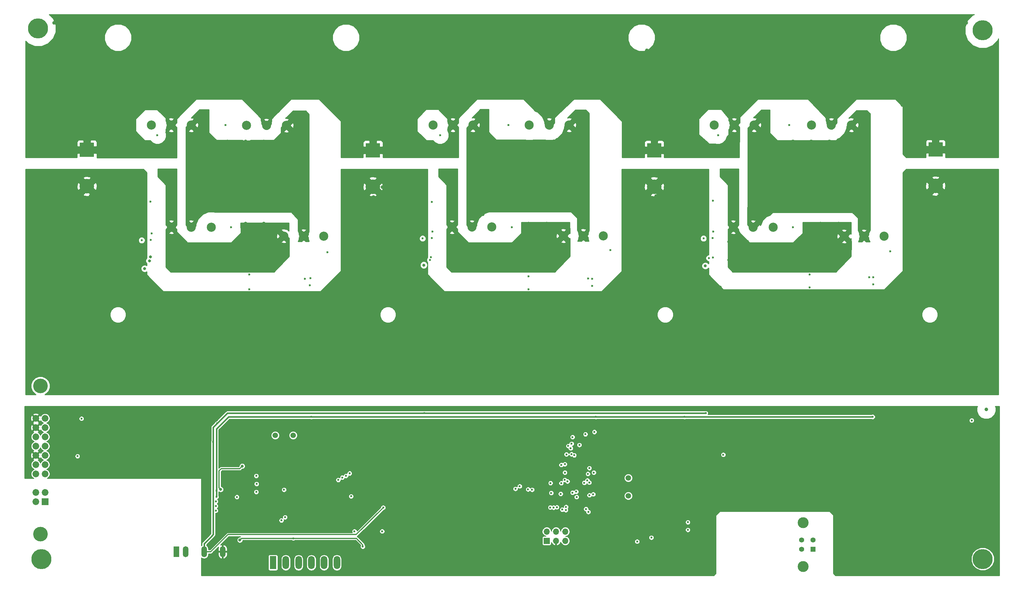
<source format=gbr>
%TF.GenerationSoftware,KiCad,Pcbnew,(5.0.0)*%
%TF.CreationDate,2019-04-29T14:59:10+02:00*%
%TF.ProjectId,Amalga_100,416D616C67615F3130302E6B69636164,rev?*%
%TF.SameCoordinates,Original*%
%TF.FileFunction,Copper,L2,Inr,Plane*%
%TF.FilePolarity,Positive*%
%FSLAX46Y46*%
G04 Gerber Fmt 4.6, Leading zero omitted, Abs format (unit mm)*
G04 Created by KiCad (PCBNEW (5.0.0)) date 04/29/19 14:59:10*
%MOMM*%
%LPD*%
G01*
G04 APERTURE LIST*
%ADD10O,1.700000X1.700000*%
%ADD11R,1.700000X1.700000*%
%ADD12C,3.000000*%
%ADD13C,1.400000*%
%ADD14R,1.400000X1.400000*%
%ADD15C,5.500000*%
%ADD16C,4.000000*%
%ADD17R,4.000000X4.000000*%
%ADD18C,10.000000*%
%ADD19C,0.900000*%
%ADD20C,1.600000*%
%ADD21C,2.500000*%
%ADD22C,1.500000*%
%ADD23O,1.500000X3.000000*%
%ADD24R,1.500000X3.000000*%
%ADD25R,1.850000X1.850000*%
%ADD26C,1.850000*%
%ADD27R,1.800000X3.600000*%
%ADD28O,1.800000X3.600000*%
%ADD29C,0.600000*%
%ADD30C,0.800000*%
%ADD31C,1.000000*%
%ADD32C,0.450000*%
%ADD33C,0.300000*%
%ADD34C,0.250000*%
G04 APERTURE END LIST*
D10*
X163480000Y-154960000D03*
X163480000Y-157500000D03*
X160940000Y-154960000D03*
X160940000Y-157500000D03*
X158400000Y-154960000D03*
D11*
X158400000Y-157500000D03*
D12*
X228740000Y-164590000D03*
D13*
X228250000Y-159820000D03*
X228250000Y-157320000D03*
D14*
X231450000Y-159820000D03*
D12*
X228740000Y-152550000D03*
D13*
X231450000Y-157320000D03*
D15*
X277900000Y-162500000D03*
X277900000Y-17500000D03*
X19000000Y-17000000D03*
X19900000Y-162500000D03*
D16*
X110800000Y-60400000D03*
D17*
X110800000Y-50400000D03*
X32400000Y-50300000D03*
D16*
X32400000Y-60300000D03*
X187900000Y-60400000D03*
D17*
X187900000Y-50400000D03*
X265000000Y-50200000D03*
D16*
X265000000Y-60200000D03*
D18*
X25600000Y-82500000D03*
D19*
X29350000Y-82500000D03*
X28251650Y-85151650D03*
X25600000Y-86250000D03*
X22948350Y-85151650D03*
X21850000Y-82500000D03*
X22948350Y-79848350D03*
X25600000Y-78750000D03*
X28251650Y-79848350D03*
X28181650Y-23848350D03*
X25530000Y-22750000D03*
X22878350Y-23848350D03*
X21780000Y-26500000D03*
X22878350Y-29151650D03*
X25530000Y-30250000D03*
X28181650Y-29151650D03*
X29280000Y-26500000D03*
D18*
X25530000Y-26500000D03*
X76100000Y-57500000D03*
D19*
X72350000Y-57500000D03*
X73448350Y-54848350D03*
X76100000Y-53750000D03*
X78751650Y-54848350D03*
X79850000Y-57500000D03*
X78751650Y-60151650D03*
X76100000Y-61250000D03*
X73448350Y-60151650D03*
X156551650Y-60151650D03*
X153900000Y-61250000D03*
X151248350Y-60151650D03*
X150150000Y-57500000D03*
X151248350Y-54848350D03*
X153900000Y-53750000D03*
X156551650Y-54848350D03*
X157650000Y-57500000D03*
D18*
X153900000Y-57500000D03*
X230900000Y-57500000D03*
D19*
X234650000Y-57500000D03*
X233551650Y-54848350D03*
X230900000Y-53750000D03*
X228248350Y-54848350D03*
X227150000Y-57500000D03*
X228248350Y-60151650D03*
X230900000Y-61250000D03*
X233551650Y-60151650D03*
D20*
X30450000Y-105580000D03*
X27910000Y-105570000D03*
X25370000Y-105570000D03*
X22830000Y-105570000D03*
X20290000Y-105570000D03*
X20290000Y-103030000D03*
X22830000Y-103030000D03*
X25370000Y-103030000D03*
X27910000Y-103030000D03*
X30450000Y-103040000D03*
X30450000Y-100500000D03*
X25370000Y-100490000D03*
X22830000Y-100490000D03*
X20290000Y-103030000D03*
X30450000Y-100500000D03*
X27910000Y-100490000D03*
X25370000Y-100490000D03*
X22830000Y-100490000D03*
X20290000Y-100490000D03*
X30450000Y-97950000D03*
X27910000Y-97950000D03*
X25370000Y-97950000D03*
X22830000Y-97950000D03*
X20290000Y-97950000D03*
X30450000Y-95450000D03*
X27910000Y-95450000D03*
X25370000Y-95450000D03*
X22830000Y-95450000D03*
X20290000Y-95450000D03*
D21*
X164560000Y-43500000D03*
X159100000Y-43500000D03*
X153640000Y-43500000D03*
D22*
X180800000Y-140270000D03*
X180800000Y-145150000D03*
X88900000Y-128600000D03*
X84020000Y-128600000D03*
D23*
X69600000Y-160500000D03*
X64520000Y-160500000D03*
X59440000Y-160500000D03*
D24*
X56900000Y-160500000D03*
D25*
X20920000Y-146770000D03*
D26*
X18380000Y-146770000D03*
D16*
X19650000Y-115040000D03*
X19650000Y-155640000D03*
D26*
X20920000Y-144230000D03*
X18380000Y-144230000D03*
X20920000Y-139150000D03*
X18380000Y-139150000D03*
X20920000Y-136610000D03*
X18380000Y-136610000D03*
X20920000Y-134070000D03*
X18380000Y-134070000D03*
X20920000Y-131530000D03*
X18380000Y-131530000D03*
X20920000Y-128990000D03*
X18380000Y-128990000D03*
X20920000Y-126450000D03*
X18380000Y-126450000D03*
X20920000Y-123910000D03*
X18380000Y-123910000D03*
D21*
X209540000Y-71500000D03*
X215000000Y-71500000D03*
X220460000Y-71500000D03*
X239940000Y-74000000D03*
X245400000Y-74000000D03*
X250860000Y-74000000D03*
X173910000Y-73900000D03*
X168450000Y-73900000D03*
X162990000Y-73900000D03*
X143370000Y-71460000D03*
X137910000Y-71460000D03*
X132450000Y-71460000D03*
X55540000Y-71500000D03*
X61000000Y-71500000D03*
X66460000Y-71500000D03*
X230980000Y-43500000D03*
X236440000Y-43500000D03*
X241900000Y-43500000D03*
X204340000Y-43500000D03*
X209800000Y-43500000D03*
X215260000Y-43500000D03*
X138160000Y-43500000D03*
X132700000Y-43500000D03*
X127240000Y-43500000D03*
X87060000Y-43600000D03*
X81600000Y-43600000D03*
X76140000Y-43600000D03*
X86350000Y-73950000D03*
X91810000Y-73950000D03*
X97270000Y-73950000D03*
X50040000Y-43500000D03*
X55500000Y-43500000D03*
X60960000Y-43500000D03*
D27*
X83400000Y-163500000D03*
D28*
X86900000Y-163500000D03*
X90400000Y-163500000D03*
X93900000Y-163500000D03*
X97400000Y-163500000D03*
X100900000Y-163500000D03*
D29*
X246800000Y-85200000D03*
X169800000Y-85600000D03*
X92100000Y-85700000D03*
X71012492Y-130376076D03*
X202400000Y-133900000D03*
X86400000Y-134750000D03*
X175300000Y-142650000D03*
X90900000Y-121500000D03*
X168900000Y-121500000D03*
X200900000Y-121500000D03*
X245900000Y-121500000D03*
X123900000Y-121500000D03*
X93400000Y-144500000D03*
D30*
X201900000Y-82100000D03*
X124700000Y-81900000D03*
D29*
X179900000Y-135500000D03*
X186900000Y-137500000D03*
X173900000Y-140000000D03*
X168343763Y-149356237D03*
X155600000Y-142500000D03*
X77000000Y-153200000D03*
X82380000Y-135490000D03*
X100900000Y-133000000D03*
X115900000Y-135000000D03*
X133400000Y-135000000D03*
X148400000Y-163000000D03*
X148400000Y-153000000D03*
X170900000Y-160500000D03*
X195900000Y-163000000D03*
X195900000Y-140500000D03*
X215900000Y-140500000D03*
X238400000Y-140500000D03*
X228400000Y-130500000D03*
X258400000Y-148000000D03*
X260900000Y-163000000D03*
X38400000Y-123000000D03*
D30*
X54830000Y-134420000D03*
X48200000Y-82850000D03*
X43460000Y-137580000D03*
X41130000Y-138460000D03*
D29*
X28240000Y-138020000D03*
D30*
X40940000Y-134170000D03*
D29*
X89000000Y-144500000D03*
X92000000Y-159900000D03*
X159000000Y-133200000D03*
X174100000Y-144400000D03*
X92000000Y-154600000D03*
X159411944Y-145528046D03*
X170880000Y-149330000D03*
X98960000Y-154470000D03*
X99400000Y-159700000D03*
X146000000Y-135000000D03*
X109700000Y-150200000D03*
X110400000Y-144500000D03*
X114900000Y-158000000D03*
X49860000Y-124870000D03*
X30900000Y-124000000D03*
X166600000Y-145500000D03*
X206600000Y-56300000D03*
X230500000Y-84511855D03*
D31*
X232150000Y-79250000D03*
X227150000Y-79250000D03*
X233400000Y-78000000D03*
X234650000Y-81750000D03*
X235900000Y-83000000D03*
X229650000Y-79250000D03*
X235900000Y-78000000D03*
X234650000Y-79250000D03*
X225900000Y-83000000D03*
X230900000Y-78000000D03*
X225900000Y-80500000D03*
X228400000Y-78000000D03*
X225900000Y-78000000D03*
X235900000Y-80500000D03*
X215900000Y-78000000D03*
X210900000Y-78000000D03*
X213400000Y-80500000D03*
X220900000Y-78000000D03*
X218400000Y-80500000D03*
X223400000Y-80500000D03*
X220900000Y-83000000D03*
X215900000Y-83000000D03*
X210900000Y-83000000D03*
X208400000Y-80500000D03*
X208400000Y-75500000D03*
X213400000Y-75500000D03*
X210900000Y-73000000D03*
X228400000Y-75500000D03*
X233400000Y-75500000D03*
X238400000Y-75500000D03*
X238400000Y-80500000D03*
X240900000Y-78000000D03*
X235900000Y-73000000D03*
X230900000Y-73000000D03*
X233400000Y-70500000D03*
X238400000Y-70500000D03*
D29*
X207500000Y-58200000D03*
X76900000Y-84500000D03*
D31*
X80900000Y-83000000D03*
X77150000Y-79250000D03*
X75900000Y-78000000D03*
X79650000Y-79250000D03*
X75900000Y-80500000D03*
X70900000Y-80500000D03*
X73400000Y-78000000D03*
X78400000Y-80500000D03*
X74650000Y-79250000D03*
X77150000Y-79250000D03*
X78400000Y-78000000D03*
X73400000Y-78000000D03*
X75900000Y-78000000D03*
X75900000Y-80500000D03*
X72150000Y-79250000D03*
X73400000Y-80500000D03*
X73400000Y-78000000D03*
X75900000Y-80500000D03*
X75900000Y-78000000D03*
X78400000Y-78000000D03*
X74650000Y-79250000D03*
X80900000Y-80500000D03*
X75900000Y-78000000D03*
X78400000Y-80500000D03*
X78400000Y-78000000D03*
X70900000Y-80500000D03*
X72150000Y-81750000D03*
X85900000Y-78000000D03*
X70900000Y-78000000D03*
X70900000Y-80500000D03*
X80900000Y-78000000D03*
X80900000Y-80500000D03*
X80900000Y-80500000D03*
X70900000Y-80500000D03*
X80900000Y-78000000D03*
X70900000Y-78000000D03*
X70900000Y-78000000D03*
X70900000Y-83000000D03*
X80900000Y-80500000D03*
X80900000Y-80500000D03*
X80900000Y-80500000D03*
X80900000Y-80500000D03*
X68400000Y-83000000D03*
X58400000Y-83000000D03*
X55900000Y-75500000D03*
X55900000Y-80500000D03*
X58400000Y-78000000D03*
X63400000Y-78000000D03*
X60900000Y-80500000D03*
X63400000Y-83000000D03*
X65900000Y-80500000D03*
X68400000Y-78000000D03*
X83400000Y-83000000D03*
X83400000Y-78000000D03*
X85900000Y-80500000D03*
X83400000Y-73000000D03*
X80900000Y-75500000D03*
X78400000Y-73000000D03*
X75900000Y-75500000D03*
X75900000Y-70500000D03*
X80900000Y-70500000D03*
D29*
X52500000Y-56300000D03*
X53650000Y-58250000D03*
X247900000Y-87210000D03*
X170900000Y-87610000D03*
X93500000Y-87415134D03*
X247750009Y-123500000D03*
X67887500Y-145425000D03*
X93900000Y-123500000D03*
X171900000Y-123500000D03*
X171150000Y-144750000D03*
X170101533Y-137568374D03*
X171323411Y-138791808D03*
X163391303Y-136499978D03*
X162239845Y-144639845D03*
X170100000Y-145000000D03*
X67900002Y-143780000D03*
X196200000Y-123500000D03*
X29800000Y-134300000D03*
X164970000Y-132130000D03*
X159640000Y-144390000D03*
X161200000Y-148300000D03*
D30*
X69040000Y-143420000D03*
X74949992Y-137030008D03*
D29*
X88962500Y-156837500D03*
D30*
X74300000Y-157300000D03*
D29*
X108000000Y-159100000D03*
X67725010Y-147965000D03*
X169175010Y-148793826D03*
X67725010Y-146695000D03*
X169819998Y-149590000D03*
X93680000Y-85465134D03*
X170082317Y-141533785D03*
X247900000Y-85261857D03*
X169548746Y-140937698D03*
D31*
X48400000Y-15500000D03*
X53400000Y-15500000D03*
X58400000Y-15500000D03*
X63400000Y-15500000D03*
X73400000Y-15500000D03*
X78400000Y-15500000D03*
X83400000Y-15500000D03*
X88400000Y-15500000D03*
X88400000Y-15500000D03*
X93400000Y-15500000D03*
X98400000Y-15500000D03*
X108400000Y-15500000D03*
X113400000Y-15500000D03*
X105900000Y-28000000D03*
X103400000Y-30500000D03*
X105900000Y-33000000D03*
X103400000Y-35500000D03*
X108400000Y-30500000D03*
X108400000Y-25500000D03*
X108400000Y-20500000D03*
X110900000Y-18000000D03*
X110900000Y-23000000D03*
X110900000Y-28000000D03*
X110900000Y-33000000D03*
X108400000Y-35500000D03*
X113400000Y-35500000D03*
X113400000Y-30500000D03*
X113400000Y-25500000D03*
X113400000Y-20500000D03*
X115900000Y-18000000D03*
X115900000Y-23000000D03*
X115900000Y-28000000D03*
X115900000Y-33000000D03*
X118400000Y-30500000D03*
X118400000Y-20500000D03*
X118400000Y-15500000D03*
X90900000Y-18000000D03*
X90900000Y-23000000D03*
X90900000Y-28000000D03*
X90900000Y-33000000D03*
X93400000Y-30500000D03*
X93400000Y-25500000D03*
X93400000Y-20500000D03*
X95900000Y-18000000D03*
X98400000Y-20500000D03*
X95900000Y-23000000D03*
X98400000Y-25500000D03*
X95900000Y-28000000D03*
X100900000Y-28000000D03*
X98400000Y-30500000D03*
X95900000Y-33000000D03*
X98400000Y-35500000D03*
X100900000Y-33000000D03*
X93400000Y-35500000D03*
X88400000Y-30500000D03*
X88400000Y-25500000D03*
X88400000Y-20500000D03*
X88400000Y-35500000D03*
X118400000Y-35500000D03*
X120900000Y-33000000D03*
X120900000Y-28000000D03*
X120900000Y-23000000D03*
X120900000Y-18000000D03*
X90900000Y-18000000D03*
X85900000Y-18000000D03*
X80900000Y-18000000D03*
X75900000Y-18000000D03*
X65900000Y-18000000D03*
X60900000Y-18000000D03*
X55900000Y-18000000D03*
X50900000Y-18000000D03*
X65900000Y-23000000D03*
X90900000Y-23000000D03*
X85900000Y-23000000D03*
X60900000Y-23000000D03*
X75900000Y-23000000D03*
X50900000Y-23000000D03*
X80900000Y-23000000D03*
X55900000Y-23000000D03*
X78400000Y-20500000D03*
X83400000Y-20500000D03*
X73400000Y-20500000D03*
X88400000Y-20500000D03*
X58400000Y-20500000D03*
X53400000Y-20500000D03*
X63400000Y-20500000D03*
X85900000Y-28000000D03*
X53400000Y-25500000D03*
X65900000Y-28000000D03*
X50900000Y-28000000D03*
X90900000Y-28000000D03*
X73400000Y-25500000D03*
X83400000Y-25500000D03*
X80900000Y-28000000D03*
X48400000Y-25500000D03*
X88400000Y-25500000D03*
X63400000Y-25500000D03*
X75900000Y-28000000D03*
X78400000Y-25500000D03*
X60900000Y-28000000D03*
X55900000Y-28000000D03*
X73400000Y-30500000D03*
X88400000Y-30500000D03*
X75900000Y-33000000D03*
X48400000Y-30500000D03*
X63400000Y-30500000D03*
X90900000Y-33000000D03*
X78400000Y-30500000D03*
X50900000Y-33000000D03*
X53400000Y-30500000D03*
X65900000Y-33000000D03*
X48400000Y-35500000D03*
X45900000Y-33000000D03*
X45900000Y-28000000D03*
X43400000Y-30500000D03*
X43400000Y-35500000D03*
X40900000Y-33000000D03*
X40900000Y-28000000D03*
X38400000Y-30500000D03*
X38400000Y-35500000D03*
X35900000Y-33000000D03*
X35900000Y-28000000D03*
X33400000Y-30500000D03*
X33400000Y-35500000D03*
X28400000Y-35500000D03*
X23400000Y-35500000D03*
X18400000Y-35500000D03*
X20900000Y-38000000D03*
X25900000Y-38000000D03*
X30900000Y-38000000D03*
X35900000Y-38000000D03*
X40900000Y-38000000D03*
X38400000Y-40500000D03*
X33400000Y-40500000D03*
X28400000Y-40500000D03*
X23400000Y-40500000D03*
X18400000Y-40500000D03*
X20900000Y-43000000D03*
X25900000Y-43000000D03*
X30900000Y-43000000D03*
X35900000Y-43000000D03*
X40900000Y-43000000D03*
X38400000Y-45500000D03*
X23400000Y-45500000D03*
X18400000Y-45500000D03*
X20900000Y-48000000D03*
X25900000Y-48000000D03*
X35900000Y-48000000D03*
X40900000Y-48000000D03*
X123400000Y-35500000D03*
X123400000Y-30500000D03*
X123400000Y-25500000D03*
X123400000Y-20500000D03*
X123400000Y-15500000D03*
X125900000Y-18000000D03*
X128400000Y-15500000D03*
X128400000Y-20500000D03*
X125900000Y-23000000D03*
X125900000Y-28000000D03*
X125900000Y-33000000D03*
X128400000Y-35500000D03*
X128400000Y-30500000D03*
X128400000Y-25500000D03*
X130900000Y-23000000D03*
X130900000Y-18000000D03*
X133400000Y-15500000D03*
X133400000Y-20500000D03*
X133400000Y-25500000D03*
X130900000Y-28000000D03*
X130900000Y-33000000D03*
X140900000Y-33000000D03*
X135900000Y-28000000D03*
X135900000Y-23000000D03*
X135900000Y-18000000D03*
X138400000Y-15500000D03*
X138400000Y-20500000D03*
X138400000Y-25500000D03*
X140900000Y-28000000D03*
X140900000Y-23000000D03*
X140900000Y-18000000D03*
X143400000Y-15500000D03*
X143400000Y-20500000D03*
X143400000Y-25500000D03*
X143400000Y-30500000D03*
X143400000Y-35500000D03*
X150900000Y-33000000D03*
X150900000Y-23000000D03*
X150900000Y-18000000D03*
X153400000Y-15500000D03*
X153400000Y-20500000D03*
X153400000Y-25500000D03*
X150900000Y-28000000D03*
X153400000Y-30500000D03*
X153400000Y-35500000D03*
X155900000Y-33000000D03*
X155900000Y-28000000D03*
X155900000Y-23000000D03*
X155900000Y-18000000D03*
X158400000Y-15500000D03*
X158400000Y-20500000D03*
X158400000Y-25500000D03*
X160900000Y-28000000D03*
X163400000Y-25500000D03*
X160900000Y-23000000D03*
X160900000Y-18000000D03*
X163400000Y-15500000D03*
X163400000Y-20500000D03*
X165900000Y-18000000D03*
X165900000Y-23000000D03*
X165900000Y-28000000D03*
X165900000Y-33000000D03*
X168400000Y-35500000D03*
X168400000Y-30500000D03*
X168400000Y-25500000D03*
X168400000Y-20500000D03*
X168400000Y-15500000D03*
X190900000Y-23000000D03*
X190900000Y-18000000D03*
X190900000Y-28000000D03*
X190900000Y-33000000D03*
X183400000Y-30500000D03*
X185900000Y-28000000D03*
X185900000Y-33000000D03*
X188400000Y-15500000D03*
X168400000Y-15500000D03*
X170900000Y-18000000D03*
X168400000Y-20500000D03*
X178400000Y-30500000D03*
X180900000Y-28000000D03*
X183400000Y-15500000D03*
X170900000Y-23000000D03*
X175900000Y-28000000D03*
X168400000Y-25500000D03*
X178400000Y-15500000D03*
X183400000Y-35500000D03*
X178400000Y-35500000D03*
X173400000Y-35500000D03*
X173400000Y-30500000D03*
X178400000Y-25500000D03*
X183400000Y-25500000D03*
X173400000Y-25500000D03*
X185900000Y-23000000D03*
X175900000Y-18000000D03*
X173400000Y-15500000D03*
X175900000Y-23000000D03*
X175900000Y-33000000D03*
X180900000Y-33000000D03*
X188400000Y-30500000D03*
X173400000Y-20500000D03*
X188400000Y-25500000D03*
X188400000Y-20500000D03*
X188400000Y-35500000D03*
X170900000Y-33000000D03*
X168400000Y-30500000D03*
X170900000Y-28000000D03*
X168400000Y-35500000D03*
X165900000Y-18000000D03*
X165900000Y-23000000D03*
X165900000Y-28000000D03*
X165900000Y-33000000D03*
X208400000Y-30500000D03*
X213400000Y-15500000D03*
X193400000Y-35500000D03*
X220900000Y-23000000D03*
X210900000Y-28000000D03*
X200900000Y-23000000D03*
X198400000Y-20500000D03*
X205900000Y-28000000D03*
X200900000Y-18000000D03*
X198400000Y-25500000D03*
X218400000Y-15500000D03*
X193400000Y-20500000D03*
X193400000Y-15500000D03*
X193400000Y-25500000D03*
X198400000Y-15500000D03*
X210900000Y-18000000D03*
X220900000Y-18000000D03*
X220900000Y-28000000D03*
X220900000Y-33000000D03*
X193400000Y-30500000D03*
X215900000Y-18000000D03*
X215900000Y-28000000D03*
X198400000Y-35500000D03*
X198400000Y-30500000D03*
X208400000Y-20500000D03*
X208400000Y-35500000D03*
X213400000Y-25500000D03*
X218400000Y-25500000D03*
X205900000Y-18000000D03*
X203400000Y-25500000D03*
X203400000Y-15500000D03*
X208400000Y-25500000D03*
X215900000Y-23000000D03*
X205900000Y-23000000D03*
X203400000Y-35500000D03*
X203400000Y-20500000D03*
X203400000Y-30500000D03*
X210900000Y-23000000D03*
X213400000Y-20500000D03*
X205900000Y-33000000D03*
X218400000Y-20500000D03*
X218400000Y-35500000D03*
X200900000Y-33000000D03*
X218400000Y-30500000D03*
X200900000Y-28000000D03*
X208400000Y-15500000D03*
X195900000Y-33000000D03*
X195900000Y-18000000D03*
X195900000Y-28000000D03*
X195900000Y-23000000D03*
X238400000Y-15500000D03*
X235900000Y-28000000D03*
X225900000Y-23000000D03*
X223400000Y-20500000D03*
X230900000Y-28000000D03*
X225900000Y-18000000D03*
X223400000Y-15500000D03*
X235900000Y-18000000D03*
X245900000Y-28000000D03*
X245900000Y-33000000D03*
X240900000Y-28000000D03*
X248400000Y-30500000D03*
X253400000Y-30500000D03*
X258400000Y-15500000D03*
X223400000Y-30500000D03*
X233400000Y-20500000D03*
X238400000Y-25500000D03*
X243400000Y-25500000D03*
X230900000Y-18000000D03*
X228400000Y-25500000D03*
X228400000Y-15500000D03*
X233400000Y-25500000D03*
X230900000Y-23000000D03*
X228400000Y-20500000D03*
X228400000Y-30500000D03*
X235900000Y-23000000D03*
X238400000Y-20500000D03*
X225900000Y-33000000D03*
X243400000Y-30500000D03*
X225900000Y-28000000D03*
X258400000Y-20500000D03*
X258400000Y-25500000D03*
X250900000Y-33000000D03*
X250900000Y-28000000D03*
X233400000Y-15500000D03*
X223400000Y-35500000D03*
X228400000Y-35500000D03*
X243400000Y-35500000D03*
X248400000Y-35500000D03*
X253400000Y-35500000D03*
X240900000Y-23000000D03*
X255900000Y-28000000D03*
X258400000Y-25500000D03*
X258400000Y-20500000D03*
X255900000Y-33000000D03*
X258400000Y-35500000D03*
X248400000Y-20500000D03*
X258400000Y-15500000D03*
X258400000Y-30500000D03*
X263400000Y-35500000D03*
X260900000Y-18000000D03*
X263400000Y-25500000D03*
X260900000Y-23000000D03*
X260900000Y-28000000D03*
X263400000Y-15500000D03*
X263400000Y-30500000D03*
X263400000Y-20500000D03*
X260900000Y-33000000D03*
X268400000Y-20500000D03*
X265900000Y-33000000D03*
X268400000Y-30500000D03*
X265900000Y-28000000D03*
X265900000Y-18000000D03*
X268400000Y-35500000D03*
X268400000Y-25500000D03*
X268400000Y-15500000D03*
X270900000Y-18000000D03*
X273400000Y-30500000D03*
X270900000Y-33000000D03*
X273400000Y-35500000D03*
X273400000Y-15500000D03*
X273400000Y-25500000D03*
X273400000Y-20500000D03*
X270900000Y-23000000D03*
X270900000Y-28000000D03*
X278400000Y-25500000D03*
X278400000Y-35500000D03*
X278400000Y-30500000D03*
X275900000Y-28000000D03*
X275900000Y-33000000D03*
X280900000Y-33000000D03*
X280900000Y-28000000D03*
X280900000Y-23000000D03*
X275900000Y-23000000D03*
X105900000Y-43000000D03*
X105900000Y-38000000D03*
X108400000Y-40500000D03*
X103400000Y-40500000D03*
X113400000Y-40500000D03*
X113400000Y-45500000D03*
X115900000Y-43000000D03*
X110900000Y-43000000D03*
X120900000Y-38000000D03*
X123400000Y-40500000D03*
X118400000Y-40500000D03*
X120900000Y-43000000D03*
X115900000Y-48000000D03*
X120900000Y-48000000D03*
X118400000Y-45500000D03*
X110900000Y-48000000D03*
X103400000Y-45500000D03*
X105900000Y-48000000D03*
X108400000Y-45500000D03*
X110900000Y-38000000D03*
X115900000Y-38000000D03*
X28400000Y-45500000D03*
X33400000Y-45500000D03*
X48400000Y-20500000D03*
X45900000Y-18000000D03*
X45900000Y-23000000D03*
X43400000Y-25500000D03*
X38400000Y-25500000D03*
X35900000Y-23000000D03*
X35900000Y-18000000D03*
X43400000Y-15500000D03*
X38400000Y-15500000D03*
X33400000Y-15500000D03*
X33400000Y-20500000D03*
X33400000Y-25500000D03*
X28400000Y-15500000D03*
X30900000Y-18000000D03*
X25900000Y-18000000D03*
X23400000Y-15500000D03*
X53400000Y-35500000D03*
X63400000Y-35500000D03*
X73400000Y-35500000D03*
X78400000Y-35500000D03*
X80900000Y-38000000D03*
X155900000Y-38000000D03*
X193400000Y-40500000D03*
X190900000Y-43000000D03*
X190900000Y-38000000D03*
X185900000Y-38000000D03*
X183400000Y-40500000D03*
X180900000Y-38000000D03*
X180900000Y-43000000D03*
X185900000Y-43000000D03*
X195900000Y-43000000D03*
X195900000Y-38000000D03*
X198400000Y-40500000D03*
X200900000Y-38000000D03*
X198400000Y-45500000D03*
X193400000Y-45500000D03*
X188400000Y-45500000D03*
X183400000Y-45500000D03*
X180900000Y-48000000D03*
X190900000Y-48000000D03*
X195900000Y-48000000D03*
X200900000Y-48000000D03*
X255900000Y-38000000D03*
X260900000Y-38000000D03*
X265900000Y-38000000D03*
X270900000Y-38000000D03*
X275900000Y-38000000D03*
X280900000Y-38000000D03*
X278400000Y-40500000D03*
X273400000Y-40500000D03*
X268400000Y-40500000D03*
X258400000Y-40500000D03*
X265900000Y-43000000D03*
X260900000Y-43000000D03*
X270900000Y-43000000D03*
X275900000Y-43000000D03*
X280900000Y-43000000D03*
X258400000Y-45500000D03*
X263400000Y-45500000D03*
X268400000Y-45500000D03*
X273400000Y-45500000D03*
X278400000Y-45500000D03*
X280900000Y-48000000D03*
X275900000Y-48000000D03*
X270900000Y-48000000D03*
X260900000Y-48000000D03*
X258400000Y-50500000D03*
X268400000Y-50500000D03*
X278400000Y-50500000D03*
X125900000Y-38000000D03*
X243400000Y-15500000D03*
X248400000Y-15500000D03*
X240900000Y-18000000D03*
X103400000Y-25500000D03*
X265900000Y-23000000D03*
X148400000Y-30500000D03*
X148400000Y-35500000D03*
X148400000Y-15500000D03*
X148400000Y-25500000D03*
X148400000Y-20500000D03*
X145900000Y-28000000D03*
X145900000Y-33000000D03*
X145900000Y-18000000D03*
X145900000Y-23000000D03*
X230900000Y-33000000D03*
X233400000Y-30500000D03*
X233400000Y-35500000D03*
X68400000Y-15500000D03*
X68400000Y-20500000D03*
X68400000Y-25500000D03*
X68400000Y-30500000D03*
X68400000Y-35500000D03*
X70900000Y-33000000D03*
X70900000Y-28000000D03*
X70900000Y-23000000D03*
X70900000Y-18000000D03*
X130900000Y-38000000D03*
X242900000Y-20500000D03*
X245900000Y-18500000D03*
X245900000Y-23000000D03*
X253400000Y-25500000D03*
X50900000Y-38000000D03*
X55900000Y-38000000D03*
X78400000Y-38000000D03*
X53400000Y-38000000D03*
X133400000Y-38000000D03*
X158400000Y-38000000D03*
X205900000Y-38000000D03*
X208400000Y-38000000D03*
X233400000Y-38000000D03*
X235900000Y-38000000D03*
X278900000Y-121500000D03*
X263400000Y-40500000D03*
X273400000Y-50500000D03*
X248400000Y-25500000D03*
X118400000Y-48000000D03*
X103400000Y-48000000D03*
X123400000Y-48000000D03*
X38400000Y-48000000D03*
X28400000Y-48000000D03*
X23400000Y-48000000D03*
X18400000Y-48000000D03*
X183400000Y-48000000D03*
X193399998Y-48000000D03*
X198400000Y-48000000D03*
X260900000Y-50500000D03*
X270900000Y-50500000D03*
X275900000Y-50500000D03*
X280900000Y-50500000D03*
X188400000Y-40500000D03*
X208300000Y-49350000D03*
X204000000Y-51250000D03*
X131300000Y-48850000D03*
X127350000Y-51150000D03*
X46650000Y-51250000D03*
X54400000Y-48900000D03*
X18400000Y-30500000D03*
X18400000Y-25500000D03*
X30900000Y-33000000D03*
X20900000Y-33000000D03*
D29*
X159381212Y-148360918D03*
X160300000Y-148400000D03*
X187100000Y-156625010D03*
X163710000Y-148210000D03*
X183200000Y-157700000D03*
X163650000Y-149090000D03*
X165490000Y-129060000D03*
X165224332Y-130879988D03*
D31*
X150900000Y-78000000D03*
X153400000Y-80500000D03*
X149650000Y-79250000D03*
X154650000Y-79250000D03*
X153400000Y-80500000D03*
X153400000Y-78000000D03*
X150900000Y-80500000D03*
X150900000Y-78000000D03*
X152150000Y-79250000D03*
X153400000Y-78000000D03*
X157150000Y-79250000D03*
X155900000Y-78000000D03*
X155900000Y-80500000D03*
X153400000Y-78000000D03*
X155900000Y-80500000D03*
X152150000Y-79250000D03*
X153400000Y-80500000D03*
X153400000Y-78000000D03*
X154650000Y-79250000D03*
X155900000Y-78000000D03*
X148400000Y-80500000D03*
X148400000Y-80500000D03*
X158400000Y-78000000D03*
X158400000Y-78000000D03*
X148400000Y-78000000D03*
X148400000Y-78000000D03*
X133400000Y-75500000D03*
D29*
X153400000Y-85000000D03*
D31*
X133400000Y-80500000D03*
X135900000Y-78000000D03*
X138400000Y-80500000D03*
X140900000Y-78000000D03*
X143400000Y-80500000D03*
X145900000Y-78000000D03*
X148400000Y-80500000D03*
X150900000Y-78000000D03*
X155900000Y-78000000D03*
X160900000Y-78000000D03*
X158400000Y-75500000D03*
X153400000Y-75500000D03*
X155900000Y-73000000D03*
X145900000Y-83000000D03*
X140900000Y-83000000D03*
X135900000Y-83000000D03*
X160900000Y-73000000D03*
X158400000Y-70500000D03*
X153400000Y-70500000D03*
X148400000Y-80500000D03*
X158400000Y-78000000D03*
X148400000Y-78000000D03*
X149650000Y-81750000D03*
X148400000Y-83000000D03*
X157150000Y-81750000D03*
X158400000Y-83000000D03*
X160900000Y-80500000D03*
X163400000Y-78000000D03*
D29*
X130100000Y-56400000D03*
X130300000Y-58150000D03*
D31*
X158400000Y-80500000D03*
D29*
X170900000Y-85661857D03*
X168700000Y-141600000D03*
X197100000Y-154500000D03*
X166504770Y-144025010D03*
X165475368Y-144306158D03*
X197099989Y-152399989D03*
X51700000Y-46300000D03*
X70400000Y-43500000D03*
X50100000Y-73200000D03*
X224900000Y-43500000D03*
X204100000Y-72700000D03*
X205400000Y-46300000D03*
X105700000Y-154900000D03*
X85700000Y-151900000D03*
X127100000Y-72700000D03*
X147900000Y-43500000D03*
X129200000Y-46300000D03*
X225900000Y-71500000D03*
X203900000Y-74500000D03*
X252600000Y-78100000D03*
X86699996Y-151030004D03*
X113300000Y-154900000D03*
X159460000Y-141670000D03*
D30*
X49791187Y-79644757D03*
D29*
X162400000Y-136700000D03*
D30*
X49509999Y-80710001D03*
D29*
X126400000Y-80500000D03*
X163400000Y-138800000D03*
X126700000Y-79700000D03*
X162400000Y-141700000D03*
X202900000Y-80000000D03*
X163357090Y-140805454D03*
X164100000Y-141200000D03*
X204000004Y-79800000D03*
D31*
X140900000Y-48000000D03*
X140900000Y-53000000D03*
X143400000Y-55500000D03*
X138400000Y-50500000D03*
X143400000Y-50500000D03*
X138400000Y-55500000D03*
X140900000Y-58000000D03*
X145900000Y-58000000D03*
X145900000Y-53000000D03*
X145900000Y-48000000D03*
X150900000Y-48000000D03*
X165900000Y-48000000D03*
X160900000Y-48000000D03*
X155900000Y-48000000D03*
X168400000Y-45500000D03*
X168400000Y-50500000D03*
X168400000Y-40500000D03*
X165900000Y-53000000D03*
X163400000Y-50500000D03*
X163400000Y-55500000D03*
X160900000Y-53000000D03*
X160900000Y-58000000D03*
X160900000Y-63000000D03*
X163400000Y-60500000D03*
X165900000Y-58000000D03*
X168400000Y-55500000D03*
X168400000Y-60500000D03*
X165900000Y-63000000D03*
X168400000Y-65500000D03*
X163400000Y-65500000D03*
X158400000Y-65500000D03*
X153400000Y-65500000D03*
X148400000Y-65500000D03*
X143400000Y-65500000D03*
X143400000Y-60500000D03*
X140900000Y-63000000D03*
X145900000Y-63000000D03*
X140900000Y-68000000D03*
X138400000Y-60500000D03*
X138400000Y-65500000D03*
X148400000Y-50500000D03*
X153400000Y-50500000D03*
X158400000Y-50500000D03*
X140900000Y-43000000D03*
D29*
X126900000Y-64600000D03*
X169020000Y-128270000D03*
D31*
X168300000Y-68700000D03*
X60900000Y-58000000D03*
X60900000Y-63000000D03*
X60900000Y-68000000D03*
X63400000Y-60500000D03*
X65900000Y-58000000D03*
X65900000Y-63000000D03*
X68400000Y-60500000D03*
X63400000Y-65500000D03*
X68400000Y-65500000D03*
X73400000Y-65500000D03*
X78400000Y-65500000D03*
X83400000Y-65500000D03*
X88400000Y-65500000D03*
X85900000Y-63000000D03*
X88400000Y-60500000D03*
X85900000Y-58000000D03*
X83400000Y-60500000D03*
X90900000Y-63000000D03*
X90900000Y-58000000D03*
X88400000Y-55500000D03*
X90900000Y-53000000D03*
X85900000Y-53000000D03*
X83400000Y-55500000D03*
X83400000Y-50500000D03*
X88400000Y-50500000D03*
X90900000Y-48000000D03*
X85900000Y-48000000D03*
X90900000Y-43000000D03*
X80900000Y-48000000D03*
X75900000Y-48000000D03*
X70900000Y-48000000D03*
X65900000Y-48000000D03*
X63400000Y-45500000D03*
X63400000Y-50500000D03*
X68400000Y-50500000D03*
X65900000Y-53000000D03*
X63400000Y-55500000D03*
X68400000Y-55500000D03*
X60900000Y-53000000D03*
X60900000Y-48000000D03*
X63400000Y-40500000D03*
X91500000Y-68800000D03*
X73400000Y-50500000D03*
X78400000Y-50500000D03*
D29*
X167370000Y-131220000D03*
X49774990Y-64500000D03*
D31*
X218400000Y-50500000D03*
X215900000Y-48000000D03*
X220900000Y-48000000D03*
X215900000Y-53000000D03*
X220900000Y-53000000D03*
X218400000Y-55500000D03*
X218400000Y-65500000D03*
X220900000Y-63000000D03*
X220900000Y-58000000D03*
X216500000Y-62900000D03*
X223400000Y-60500000D03*
X223400000Y-55500000D03*
X223400000Y-50500000D03*
X228400000Y-50500000D03*
X225900000Y-48000000D03*
X230900000Y-48000000D03*
X235900000Y-48000000D03*
X240900000Y-48000000D03*
X245900000Y-48000000D03*
X245900000Y-43000000D03*
X245900000Y-53000000D03*
X245900000Y-58000000D03*
X245900000Y-63000000D03*
X245400000Y-68700000D03*
X243400000Y-45500000D03*
X243400000Y-60500000D03*
X243400000Y-65500000D03*
X243400000Y-50500000D03*
X243400000Y-55500000D03*
X240900000Y-48000000D03*
X238400000Y-65500000D03*
X240900000Y-63000000D03*
X240900000Y-53000000D03*
X240900000Y-58000000D03*
X238400000Y-50500000D03*
X238400000Y-55500000D03*
X238400000Y-60500000D03*
X233400000Y-65500000D03*
X228400000Y-65500000D03*
X223400000Y-65500000D03*
X214300000Y-67700000D03*
X233400000Y-50500000D03*
D29*
X171474968Y-127654990D03*
D31*
X216500000Y-58000000D03*
X218400000Y-45500000D03*
X217900000Y-43000000D03*
D29*
X204000000Y-64200000D03*
D31*
X218400000Y-60500000D03*
D29*
X49900000Y-75000000D03*
X71900000Y-71500000D03*
X98300000Y-78400000D03*
X126900000Y-74500000D03*
X148900000Y-71500000D03*
X175900000Y-77800000D03*
X67725010Y-149235000D03*
X162660002Y-148940000D03*
X163810000Y-133800000D03*
X164300000Y-131500000D03*
X169700000Y-139159553D03*
X274900000Y-124500000D03*
X201400000Y-74600000D03*
X124400000Y-74600000D03*
X47400000Y-75100000D03*
X67012492Y-130376076D03*
X68120000Y-125270000D03*
X124900000Y-122500000D03*
X206800000Y-133900000D03*
X201999994Y-122500000D03*
X113600000Y-148400000D03*
D31*
X197150000Y-59250000D03*
X179650000Y-61750000D03*
X195900000Y-60500000D03*
X200900000Y-60500000D03*
X193400000Y-60500000D03*
X179650000Y-59250000D03*
X194650000Y-61750000D03*
X193400000Y-63000000D03*
X195900000Y-63000000D03*
X197150000Y-61750000D03*
X198400000Y-63000000D03*
X199650000Y-61750000D03*
X199650000Y-59250000D03*
X198400000Y-60500000D03*
X192150000Y-59250000D03*
X194650000Y-59250000D03*
X192150000Y-61750000D03*
X190900000Y-63000000D03*
X200900000Y-63000000D03*
X180900000Y-60500000D03*
X190900000Y-60500000D03*
X183400000Y-60500000D03*
X185900000Y-63000000D03*
X183400000Y-63000000D03*
X182150000Y-59250000D03*
X188400000Y-63000000D03*
X180900000Y-63000000D03*
X184650000Y-61750000D03*
X184650000Y-59250000D03*
X182150000Y-61750000D03*
X202150000Y-61750000D03*
X199650000Y-59250000D03*
X202150000Y-59250000D03*
X180900000Y-65500000D03*
X185900000Y-65500000D03*
X190900000Y-65500000D03*
X188400000Y-68000000D03*
X183400000Y-68000000D03*
X180900000Y-70500000D03*
X185900000Y-70500000D03*
X190900000Y-70500000D03*
X188400000Y-73000000D03*
X183400000Y-73000000D03*
X180900000Y-75500000D03*
X185900000Y-75500000D03*
X190900000Y-75500000D03*
X188400000Y-78000000D03*
X183400000Y-78000000D03*
X180900000Y-80500000D03*
X185900000Y-80500000D03*
X190900000Y-80500000D03*
X193400000Y-83000000D03*
X198400000Y-83000000D03*
X188400000Y-83000000D03*
X183400000Y-83000000D03*
X180900000Y-85500000D03*
X185900000Y-85500000D03*
X190900000Y-85500000D03*
X195900000Y-85500000D03*
X200900000Y-88000000D03*
X193400000Y-88000000D03*
X188400000Y-88000000D03*
X183400000Y-88000000D03*
X193400000Y-78000000D03*
X193400000Y-73000000D03*
X193400000Y-68000000D03*
X178400000Y-88000000D03*
X195900000Y-65500000D03*
X200900000Y-85500000D03*
X200900000Y-90500000D03*
X200900000Y-93000000D03*
X200900000Y-95500000D03*
X200900000Y-98000000D03*
X200900000Y-100500000D03*
X200900000Y-103000000D03*
X200900000Y-105500000D03*
X200900000Y-108000000D03*
X200900000Y-110500000D03*
X205900000Y-108000000D03*
X205900000Y-105500000D03*
X205900000Y-103000000D03*
X205900000Y-100500000D03*
X205900000Y-98000000D03*
X205900000Y-95500000D03*
X205900000Y-93000000D03*
X205900000Y-90500000D03*
X205900000Y-88000000D03*
X200900000Y-113000000D03*
X200900000Y-115500000D03*
X205900000Y-113000000D03*
X205900000Y-115500000D03*
D29*
X230500000Y-88000000D03*
D31*
X198400000Y-88000000D03*
D29*
X153400000Y-88500000D03*
X76900000Y-88500000D03*
D31*
X128400000Y-100500000D03*
X128400000Y-98000000D03*
X128400000Y-105500000D03*
X128400000Y-103000000D03*
X128400000Y-90500000D03*
X128400000Y-93000000D03*
X128400000Y-95500000D03*
X128400000Y-110500000D03*
X128400000Y-108000000D03*
X123400000Y-108000000D03*
X123400000Y-105500000D03*
X123400000Y-98000000D03*
X123400000Y-90500000D03*
X123400000Y-100500000D03*
X123400000Y-103000000D03*
X123400000Y-110500000D03*
X123400000Y-95500000D03*
X123400000Y-93000000D03*
X123400000Y-113000000D03*
X123400000Y-115500000D03*
X128400000Y-115500000D03*
X128400000Y-113000000D03*
X123400000Y-88000000D03*
X123400000Y-85500000D03*
X123400000Y-83000000D03*
X120900000Y-88000000D03*
X114650000Y-61750000D03*
X123400000Y-60500000D03*
X113400000Y-63000000D03*
X115900000Y-60500000D03*
X123400000Y-63000000D03*
X103400000Y-60500000D03*
X113400000Y-60500000D03*
X105900000Y-60500000D03*
X118400000Y-60500000D03*
X117150000Y-61750000D03*
X115900000Y-63000000D03*
X118400000Y-63000000D03*
X119650000Y-61750000D03*
X120900000Y-63000000D03*
X119650000Y-59250000D03*
X122150000Y-61750000D03*
X122150000Y-59250000D03*
X114650000Y-59250000D03*
X117150000Y-59250000D03*
X120900000Y-60500000D03*
X115900000Y-88000000D03*
X115900000Y-78000000D03*
X120900000Y-83000000D03*
X110900000Y-88000000D03*
X122150000Y-59250000D03*
X113400000Y-75500000D03*
X113400000Y-70500000D03*
X110900000Y-83000000D03*
X118400000Y-65500000D03*
X108400000Y-75500000D03*
X103400000Y-80500000D03*
X115900000Y-68000000D03*
X107150000Y-61750000D03*
X113400000Y-65500000D03*
X105900000Y-63000000D03*
X110900000Y-63200000D03*
X108400000Y-70500000D03*
X115900000Y-83000000D03*
X103400000Y-70500000D03*
X123400000Y-88000000D03*
X105900000Y-78000000D03*
X110900000Y-73000000D03*
X123400000Y-85500000D03*
X103400000Y-65500000D03*
X118400000Y-85500000D03*
X108400000Y-63000000D03*
X110900000Y-78000000D03*
X105900000Y-88000000D03*
X104650000Y-61750000D03*
X105900000Y-83000000D03*
X103400000Y-85500000D03*
X110900000Y-68000000D03*
X108400000Y-65500000D03*
X115900000Y-73000000D03*
X124650000Y-61750000D03*
X105900000Y-68000000D03*
X103400000Y-75500000D03*
X100900000Y-88000000D03*
X105900000Y-73000000D03*
X108400000Y-80500000D03*
X124650000Y-59250000D03*
X104650000Y-59250000D03*
X113400000Y-85500000D03*
X107150000Y-59250000D03*
X103400000Y-63000000D03*
X113400000Y-80500000D03*
X118400000Y-80500000D03*
X43400000Y-88000000D03*
X37150000Y-61750000D03*
X45900000Y-60500000D03*
X35900000Y-63000000D03*
X38400000Y-60500000D03*
X45900000Y-63000000D03*
X25900000Y-60500000D03*
X35900000Y-60500000D03*
X28400000Y-60500000D03*
X40900000Y-60500000D03*
X24650000Y-59250000D03*
X24650000Y-61750000D03*
X39650000Y-61750000D03*
X38400000Y-63000000D03*
X40900000Y-63000000D03*
X42150000Y-61750000D03*
X43400000Y-63000000D03*
X42150000Y-59250000D03*
X44650000Y-61750000D03*
X44650000Y-59250000D03*
X37150000Y-59250000D03*
X39650000Y-59250000D03*
X43400000Y-60500000D03*
X38400000Y-88000000D03*
X38400000Y-78000000D03*
X43400000Y-83000000D03*
X33400000Y-88000000D03*
X44650000Y-59250000D03*
X35900000Y-75500000D03*
X35900000Y-70500000D03*
X33400000Y-83000000D03*
X40900000Y-65500000D03*
X30900000Y-75500000D03*
X38400000Y-68000000D03*
X29650000Y-61750000D03*
X35900000Y-65500000D03*
X28400000Y-63000000D03*
X33400000Y-63000000D03*
X30900000Y-70500000D03*
X38400000Y-83000000D03*
X25900000Y-70500000D03*
X45900000Y-88000000D03*
X33400000Y-73000000D03*
X45900000Y-85500000D03*
X25900000Y-65500000D03*
X40900000Y-85500000D03*
X30900000Y-63000000D03*
X33400000Y-78000000D03*
X27150000Y-61750000D03*
X33400000Y-68000000D03*
X30900000Y-65500000D03*
X38400000Y-73000000D03*
X28400000Y-68000000D03*
X25900000Y-75500000D03*
X28400000Y-73000000D03*
X27150000Y-59250000D03*
X35900000Y-85500000D03*
X29650000Y-59250000D03*
X25900000Y-63000000D03*
X35900000Y-80500000D03*
X20900000Y-65500000D03*
X20900000Y-70500000D03*
X23400000Y-68000000D03*
X23400000Y-73000000D03*
X20900000Y-75500000D03*
X18400000Y-68000000D03*
X18400000Y-73000000D03*
X23400000Y-60500000D03*
X19650000Y-61750000D03*
X20900000Y-60500000D03*
X19650000Y-59250000D03*
X22150000Y-59250000D03*
X22150000Y-61750000D03*
X18400000Y-60500000D03*
X17150000Y-59250000D03*
X17150000Y-61750000D03*
X47150000Y-59250000D03*
X48400000Y-60500000D03*
X47150000Y-61750000D03*
X47150000Y-59250000D03*
X45900000Y-100500000D03*
X45900000Y-105500000D03*
X45900000Y-93000000D03*
X45900000Y-98000000D03*
X45900000Y-110500000D03*
X45900000Y-103000000D03*
X45900000Y-108000000D03*
X45900000Y-95500000D03*
X45900000Y-113000000D03*
X45900000Y-90500000D03*
X45900000Y-115500000D03*
X45900000Y-93000000D03*
X45900000Y-95500000D03*
X53400000Y-93000000D03*
X53400000Y-90500000D03*
X53400000Y-100500000D03*
X53400000Y-95500000D03*
X53400000Y-108000000D03*
X53400000Y-103000000D03*
X53400000Y-100500000D03*
X53400000Y-113000000D03*
X53400000Y-110500000D03*
X53400000Y-115500000D03*
X53400000Y-105500000D03*
X53400000Y-98000000D03*
X53400000Y-98000000D03*
X245900000Y-105500000D03*
X245900000Y-103000000D03*
X245900000Y-110500000D03*
X245900000Y-108000000D03*
X245900000Y-95500000D03*
X245900000Y-98000000D03*
X245900000Y-93000000D03*
X245900000Y-100500000D03*
X245900000Y-115500000D03*
X245900000Y-113000000D03*
X250900000Y-103000000D03*
X250900000Y-108000000D03*
X250900000Y-95500000D03*
X250900000Y-98000000D03*
X250900000Y-93000000D03*
X250900000Y-100500000D03*
X250900000Y-115500000D03*
X250900000Y-105500000D03*
X250900000Y-110500000D03*
X250900000Y-113000000D03*
X113400000Y-90500000D03*
X118400000Y-90500000D03*
X108400000Y-90500000D03*
X103400000Y-90500000D03*
X98400000Y-90500000D03*
X95900000Y-90500000D03*
X95900000Y-93000000D03*
X95900000Y-95500000D03*
X95900000Y-98000000D03*
X95900000Y-100500000D03*
X95900000Y-103000000D03*
X95900000Y-105500000D03*
X95900000Y-110500000D03*
X95900000Y-113000000D03*
X95900000Y-108000000D03*
X95900000Y-115500000D03*
X180900000Y-90500000D03*
X185900000Y-90500000D03*
X190900000Y-90500000D03*
X195900000Y-90500000D03*
X175900000Y-90500000D03*
X173400000Y-90500000D03*
X168400000Y-90500000D03*
X168400000Y-93000000D03*
X168400000Y-98000000D03*
X168400000Y-95500000D03*
X168400000Y-113000000D03*
X168400000Y-110500000D03*
X168400000Y-103000000D03*
X168400000Y-105500000D03*
X168400000Y-100500000D03*
X168400000Y-108000000D03*
X168400000Y-115500000D03*
X173400000Y-93000000D03*
X173400000Y-98000000D03*
X173400000Y-95500000D03*
X173400000Y-113000000D03*
X173400000Y-103000000D03*
X173400000Y-105500000D03*
X173400000Y-100500000D03*
X173400000Y-115500000D03*
X173400000Y-108000000D03*
X173400000Y-110500000D03*
X178400000Y-93000000D03*
X183400000Y-93000000D03*
X180900000Y-95500000D03*
X175900000Y-95500000D03*
X178400000Y-98000000D03*
X183400000Y-98000000D03*
X180900000Y-100500000D03*
X178400000Y-103000000D03*
X183400000Y-103000000D03*
X185900000Y-100500000D03*
X185900000Y-95500000D03*
X193400000Y-93000000D03*
X195900000Y-95500000D03*
X193400000Y-98000000D03*
X195900000Y-100500000D03*
X198400000Y-98000000D03*
X198400000Y-93000000D03*
X198400000Y-103000000D03*
X193400000Y-103000000D03*
X190900000Y-100500000D03*
X188400000Y-103000000D03*
X185900000Y-105500000D03*
X180900000Y-105500000D03*
X183400000Y-108000000D03*
X188400000Y-108000000D03*
X190900000Y-105500000D03*
X193400000Y-108000000D03*
X195900000Y-105500000D03*
X198400000Y-108000000D03*
X195900000Y-110500000D03*
X198400000Y-113000000D03*
X193400000Y-113000000D03*
X190900000Y-110500000D03*
X188400000Y-113000000D03*
X185900000Y-110500000D03*
X180900000Y-110500000D03*
X183400000Y-113000000D03*
X180900000Y-115500000D03*
X185900000Y-115500000D03*
X195900000Y-115500000D03*
X178400000Y-113000000D03*
X178400000Y-108000000D03*
X175900000Y-110500000D03*
X175900000Y-105500000D03*
X175900000Y-100500000D03*
X175900000Y-115500000D03*
X153400000Y-108000000D03*
X155900000Y-110500000D03*
X155900000Y-100500000D03*
X163400000Y-98000000D03*
X163400000Y-93000000D03*
X160900000Y-100500000D03*
X153400000Y-103000000D03*
X160900000Y-105500000D03*
X158400000Y-108000000D03*
X163400000Y-113000000D03*
X163400000Y-103000000D03*
X153400000Y-113000000D03*
X158400000Y-113000000D03*
X155900000Y-95500000D03*
X158400000Y-103000000D03*
X158400000Y-93000000D03*
X158400000Y-98000000D03*
X155900000Y-105500000D03*
X153400000Y-98000000D03*
X153400000Y-93000000D03*
X163400000Y-108000000D03*
X160900000Y-110500000D03*
X160900000Y-95500000D03*
X140900000Y-100500000D03*
X145900000Y-100500000D03*
X138400000Y-103000000D03*
X145900000Y-105500000D03*
X143400000Y-108000000D03*
X138400000Y-108000000D03*
X140900000Y-110500000D03*
X148400000Y-98000000D03*
X148400000Y-93000000D03*
X138400000Y-93000000D03*
X145900000Y-110500000D03*
X140900000Y-105500000D03*
X143400000Y-98000000D03*
X140900000Y-95500000D03*
X143400000Y-93000000D03*
X143400000Y-113000000D03*
X143400000Y-103000000D03*
X148400000Y-108000000D03*
X138400000Y-98000000D03*
X138400000Y-113000000D03*
X148400000Y-113000000D03*
X148400000Y-103000000D03*
X145900000Y-95500000D03*
X150900000Y-95500000D03*
X150900000Y-100500000D03*
X150900000Y-105500000D03*
X150900000Y-110500000D03*
X165900000Y-110500000D03*
X165900000Y-105500000D03*
X165900000Y-100500000D03*
X165900000Y-95500000D03*
X165900000Y-115500000D03*
X160900000Y-115500000D03*
X155900000Y-115500000D03*
X150900000Y-115500000D03*
X145900000Y-115500000D03*
X140900000Y-115500000D03*
X135900000Y-115500000D03*
X135900000Y-110500000D03*
X135900000Y-105500000D03*
X135900000Y-100500000D03*
X135900000Y-95500000D03*
X133400000Y-93000000D03*
X133400000Y-98000000D03*
X133400000Y-103000000D03*
X133400000Y-108000000D03*
X133400000Y-113000000D03*
X130900000Y-115500000D03*
X130900000Y-110500000D03*
X130900000Y-105500000D03*
X130900000Y-100500000D03*
X130900000Y-95500000D03*
X160900000Y-90500000D03*
X165900000Y-90500000D03*
X150900000Y-93000000D03*
X155900000Y-93000000D03*
X148400000Y-90500000D03*
X158400000Y-90500000D03*
X153400000Y-93000000D03*
X152150000Y-94250000D03*
X154650000Y-94250000D03*
X155900000Y-93000000D03*
X148400000Y-93000000D03*
X147150000Y-94250000D03*
X149650000Y-94250000D03*
X147150000Y-91750000D03*
X150900000Y-93000000D03*
X153400000Y-95500000D03*
X154650000Y-94250000D03*
X157150000Y-94250000D03*
X158400000Y-95500000D03*
X155900000Y-95500000D03*
X148400000Y-95500000D03*
X150900000Y-95500000D03*
X159650000Y-94250000D03*
X160900000Y-95500000D03*
X158400000Y-93000000D03*
X190900000Y-115500000D03*
X105900000Y-93000000D03*
X100900000Y-93000000D03*
X103400000Y-95500000D03*
X98400000Y-95500000D03*
X100900000Y-98000000D03*
X110900000Y-108000000D03*
X105900000Y-108000000D03*
X110900000Y-98000000D03*
X105900000Y-103000000D03*
X108400000Y-100500000D03*
X108400000Y-105500000D03*
X110900000Y-103000000D03*
X105900000Y-98000000D03*
X115900000Y-108000000D03*
X113400000Y-100500000D03*
X115900000Y-103000000D03*
X118400000Y-100500000D03*
X118400000Y-110500000D03*
X118400000Y-105500000D03*
X113400000Y-110500000D03*
X113400000Y-105500000D03*
X98400000Y-100500000D03*
X103400000Y-105500000D03*
X100900000Y-108000000D03*
X103400000Y-110500000D03*
X98400000Y-110500000D03*
X103400000Y-100500000D03*
X100900000Y-103000000D03*
X98400000Y-105500000D03*
X110900000Y-113000000D03*
X113400000Y-115500000D03*
X105900000Y-113000000D03*
X103400000Y-115500000D03*
X108400000Y-110500000D03*
X115900000Y-113000000D03*
X118400000Y-115500000D03*
X120900000Y-113000000D03*
X120900000Y-108000000D03*
X120900000Y-103000000D03*
X120900000Y-98000000D03*
X120900000Y-93000000D03*
X100900000Y-113000000D03*
X98400000Y-115500000D03*
X108400000Y-115500000D03*
X108400000Y-95500000D03*
X110900000Y-93000000D03*
X118400000Y-95500000D03*
X85900000Y-105500000D03*
X83400000Y-108000000D03*
X88400000Y-108000000D03*
X88400000Y-98000000D03*
X85900000Y-115500000D03*
X90900000Y-100500000D03*
X88400000Y-103000000D03*
X90900000Y-115500000D03*
X88400000Y-113000000D03*
X90900000Y-110500000D03*
X85900000Y-100500000D03*
X90900000Y-105500000D03*
X85900000Y-110500000D03*
X83400000Y-98000000D03*
X83400000Y-103000000D03*
X85900000Y-95500000D03*
X90900000Y-95500000D03*
X83400000Y-113000000D03*
X78400000Y-103000000D03*
X78400000Y-113000000D03*
X75900000Y-105500000D03*
X80900000Y-110500000D03*
X73400000Y-108000000D03*
X78400000Y-98000000D03*
X80900000Y-115500000D03*
X78400000Y-108000000D03*
X80900000Y-100500000D03*
X73400000Y-98000000D03*
X75900000Y-110500000D03*
X80900000Y-105500000D03*
X73400000Y-103000000D03*
X75900000Y-100500000D03*
X73400000Y-113000000D03*
X63400000Y-98000000D03*
X70900000Y-95500000D03*
X65900000Y-110500000D03*
X65900000Y-115500000D03*
X63400000Y-108000000D03*
X65900000Y-105500000D03*
X63400000Y-103000000D03*
X70900000Y-115500000D03*
X68400000Y-113000000D03*
X68400000Y-98000000D03*
X68400000Y-103000000D03*
X70900000Y-110500000D03*
X68400000Y-108000000D03*
X70900000Y-100500000D03*
X65900000Y-95500000D03*
X70900000Y-105500000D03*
X65900000Y-100500000D03*
X63400000Y-113000000D03*
X55900000Y-95500000D03*
X55900000Y-100500000D03*
X60900000Y-110500000D03*
X55900000Y-105500000D03*
X60900000Y-105500000D03*
X55900000Y-110500000D03*
X58400000Y-113000000D03*
X60900000Y-95500000D03*
X58400000Y-103000000D03*
X58400000Y-108000000D03*
X58400000Y-98000000D03*
X60900000Y-100500000D03*
X60900000Y-115500000D03*
X55900000Y-115500000D03*
X88400000Y-93000000D03*
X83400000Y-93000000D03*
X68400000Y-93000000D03*
X85900000Y-90500000D03*
X90900000Y-90500000D03*
X80900000Y-90500000D03*
X70900000Y-90500000D03*
X65900000Y-90500000D03*
X63400000Y-93000000D03*
X60900000Y-90500000D03*
X58400000Y-93000000D03*
X55900000Y-90500000D03*
X70900000Y-93000000D03*
X74650000Y-94250000D03*
X73400000Y-95500000D03*
X73400000Y-93000000D03*
X77150000Y-94250000D03*
X78400000Y-93000000D03*
X75900000Y-95500000D03*
X78400000Y-95500000D03*
X80900000Y-95500000D03*
X79650000Y-94250000D03*
X75900000Y-93000000D03*
X80900000Y-93000000D03*
X275900000Y-58000000D03*
X270900000Y-58000000D03*
X260900000Y-58000000D03*
X273400000Y-60500000D03*
X268400000Y-60500000D03*
X258400000Y-60500000D03*
X260900000Y-63000000D03*
X265900000Y-63000000D03*
X270900000Y-63000000D03*
X275900000Y-63000000D03*
X278400000Y-65500000D03*
X273400000Y-65500000D03*
X268400000Y-65500000D03*
X263400000Y-65500000D03*
X258400000Y-65500000D03*
X260900000Y-68000000D03*
X258400000Y-70500000D03*
X263400000Y-70500000D03*
X265900000Y-68000000D03*
X268400000Y-70500000D03*
X270900000Y-68000000D03*
X273400000Y-70500000D03*
X275900000Y-68000000D03*
X278400000Y-70500000D03*
X275900000Y-73000000D03*
X270900000Y-73000000D03*
X265900000Y-73000000D03*
X260900000Y-73000000D03*
X258400000Y-75500000D03*
X258400000Y-80500000D03*
X270900000Y-83000000D03*
X273400000Y-80500000D03*
X270900000Y-78000000D03*
X260900000Y-78000000D03*
X263400000Y-80500000D03*
X275900000Y-78000000D03*
X278400000Y-80500000D03*
X275900000Y-83000000D03*
X260900000Y-83000000D03*
X258400000Y-75500000D03*
X263400000Y-75500000D03*
X268400000Y-75500000D03*
X265900000Y-78000000D03*
X268400000Y-80500000D03*
X265900000Y-83000000D03*
X278400000Y-75500000D03*
X273400000Y-75500000D03*
X258400000Y-90500000D03*
X278400000Y-90500000D03*
X275900000Y-93000000D03*
X270900000Y-88000000D03*
X260900000Y-88000000D03*
X270900000Y-93000000D03*
X268400000Y-85500000D03*
X273400000Y-90500000D03*
X265900000Y-88000000D03*
X278400000Y-85500000D03*
X275900000Y-88000000D03*
X273400000Y-85500000D03*
X278400000Y-105500000D03*
X275900000Y-98000000D03*
X270900000Y-98000000D03*
X275900000Y-103000000D03*
X270900000Y-103000000D03*
X273400000Y-105500000D03*
X273400000Y-100500000D03*
X268400000Y-105500000D03*
X275900000Y-108000000D03*
X268400000Y-100500000D03*
X278400000Y-100500000D03*
X270900000Y-108000000D03*
X273400000Y-95500000D03*
X278400000Y-95500000D03*
X275900000Y-113000000D03*
X273400000Y-110500000D03*
X270900000Y-113000000D03*
X265900000Y-113000000D03*
X265900000Y-108000000D03*
X268400000Y-110500000D03*
X263400000Y-110500000D03*
X263400000Y-105500000D03*
X263400000Y-100500000D03*
X265900000Y-103000000D03*
X260900000Y-103000000D03*
X278400000Y-110500000D03*
X278400000Y-115500000D03*
X263400000Y-115500000D03*
X260900000Y-113000000D03*
X258400000Y-110500000D03*
X260900000Y-108000000D03*
X258400000Y-105500000D03*
X258400000Y-100500000D03*
X258400000Y-95500000D03*
X255900000Y-93000000D03*
X255900000Y-98000000D03*
X255900000Y-103000000D03*
X255900000Y-108000000D03*
X255900000Y-113000000D03*
X253400000Y-110500000D03*
X253400000Y-105500000D03*
X253400000Y-95500000D03*
X253400000Y-90500000D03*
X253400000Y-115500000D03*
X258400000Y-115500000D03*
X243400000Y-113000000D03*
X235900000Y-115500000D03*
X240900000Y-115500000D03*
X240900000Y-110500000D03*
X240900000Y-90500000D03*
X235900000Y-105500000D03*
X240900000Y-105500000D03*
X243400000Y-98000000D03*
X240900000Y-100500000D03*
X238400000Y-103000000D03*
X238400000Y-108000000D03*
X235900000Y-100500000D03*
X243400000Y-103000000D03*
X243400000Y-108000000D03*
X238400000Y-98000000D03*
X235900000Y-90500000D03*
X240900000Y-95500000D03*
X235900000Y-110500000D03*
X238400000Y-113000000D03*
X238400000Y-93000000D03*
X243400000Y-93000000D03*
X235900000Y-95500000D03*
X225900000Y-115500000D03*
X228400000Y-103000000D03*
X228400000Y-108000000D03*
X225900000Y-105500000D03*
X233400000Y-113000000D03*
X225900000Y-100500000D03*
X233400000Y-103000000D03*
X230900000Y-110500000D03*
X230900000Y-115500000D03*
X230900000Y-105500000D03*
X233400000Y-98000000D03*
X230900000Y-100500000D03*
X225900000Y-95500000D03*
X228400000Y-93000000D03*
X230900000Y-95500000D03*
X233400000Y-93000000D03*
X233400000Y-108000000D03*
X225900000Y-110500000D03*
X228400000Y-98000000D03*
X225900000Y-90500000D03*
X228400000Y-113000000D03*
X215900000Y-115500000D03*
X218400000Y-103000000D03*
X215900000Y-105500000D03*
X220900000Y-110500000D03*
X220900000Y-115500000D03*
X223400000Y-113000000D03*
X223400000Y-93000000D03*
X223400000Y-98000000D03*
X223400000Y-108000000D03*
X220900000Y-95500000D03*
X215900000Y-110500000D03*
X215900000Y-100500000D03*
X220900000Y-100500000D03*
X218400000Y-108000000D03*
X220900000Y-105500000D03*
X215900000Y-95500000D03*
X223400000Y-103000000D03*
X218400000Y-93000000D03*
X218400000Y-98000000D03*
X215900000Y-90500000D03*
X218400000Y-113000000D03*
X220900000Y-90500000D03*
X245900000Y-90500000D03*
X250900000Y-90500000D03*
X210900000Y-115500000D03*
X210900000Y-105500000D03*
X213400000Y-103000000D03*
X213400000Y-93000000D03*
X213400000Y-98000000D03*
X210900000Y-110500000D03*
X213400000Y-108000000D03*
X210900000Y-95500000D03*
X210900000Y-90500000D03*
X213400000Y-113000000D03*
X210900000Y-100500000D03*
X208400000Y-93000000D03*
X205900000Y-115500000D03*
X208400000Y-98000000D03*
X208400000Y-108000000D03*
X205900000Y-95500000D03*
X205900000Y-90500000D03*
X208400000Y-113000000D03*
X208400000Y-103000000D03*
X205900000Y-100500000D03*
X205900000Y-105500000D03*
X205900000Y-110500000D03*
X235900000Y-93000000D03*
X230900000Y-93000000D03*
X225900000Y-93000000D03*
X233400000Y-95500000D03*
X232150000Y-94250000D03*
X228400000Y-93000000D03*
X224650000Y-94250000D03*
X232150000Y-94250000D03*
X227150000Y-94250000D03*
X228400000Y-93000000D03*
X233400000Y-93000000D03*
X230900000Y-93000000D03*
X230900000Y-95500000D03*
X233400000Y-93000000D03*
X234650000Y-94250000D03*
X233400000Y-95500000D03*
X228400000Y-95500000D03*
X225900000Y-95500000D03*
X228400000Y-95500000D03*
X224650000Y-91750000D03*
X235900000Y-90500000D03*
X235900000Y-95500000D03*
X229650000Y-94250000D03*
X235900000Y-93000000D03*
X225900000Y-90500000D03*
X225900000Y-93000000D03*
X135900000Y-90500000D03*
X140900000Y-90500000D03*
X145900000Y-90500000D03*
X90900000Y-103000000D03*
X90900000Y-108000000D03*
X90900000Y-113000000D03*
X90900000Y-98000000D03*
X90900000Y-93000000D03*
X75900000Y-115500000D03*
X255900000Y-88000000D03*
X263400000Y-90500000D03*
X268400000Y-90500000D03*
X268400000Y-95500000D03*
X265900000Y-98000000D03*
X260900000Y-93000000D03*
X263400000Y-85500000D03*
X258400000Y-85500000D03*
X35900000Y-90500000D03*
X33400000Y-93000000D03*
X40900000Y-90500000D03*
X35900000Y-95500000D03*
X35900000Y-100500000D03*
X35900000Y-105500000D03*
X35900000Y-110500000D03*
X35900000Y-115500000D03*
X33400000Y-103000000D03*
X33400000Y-113000000D03*
X33400000Y-93000000D03*
X33400000Y-98000000D03*
X33400000Y-108000000D03*
X30900000Y-110500000D03*
X30900000Y-115500000D03*
X28400000Y-113000000D03*
X28400000Y-108000000D03*
X25900000Y-115500000D03*
X25900000Y-110500000D03*
X23400000Y-113000000D03*
X23400000Y-108000000D03*
X20900000Y-110500000D03*
X18400000Y-108000000D03*
X38400000Y-113000000D03*
X38400000Y-108000000D03*
X38400000Y-103000000D03*
X40900000Y-105500000D03*
X40900000Y-100500000D03*
X40900000Y-110500000D03*
X40900000Y-115500000D03*
X43400000Y-108000000D03*
X43400000Y-113000000D03*
X43400000Y-103000000D03*
X130900000Y-90500000D03*
X278400000Y-60500000D03*
X30900000Y-90500000D03*
X30900000Y-90500000D03*
X25900000Y-90500000D03*
X25900000Y-90500000D03*
X20900000Y-90500000D03*
X20900000Y-90500000D03*
X30900000Y-85500000D03*
X30900000Y-85500000D03*
X30900000Y-80500000D03*
X30900000Y-80500000D03*
X18400000Y-78000000D03*
X18400000Y-83000000D03*
X18400000Y-88000000D03*
X18400000Y-93000000D03*
X28400000Y-88000000D03*
X28400000Y-88000000D03*
X23400000Y-93000000D03*
X23400000Y-93000000D03*
X28400000Y-93000000D03*
X28400000Y-93000000D03*
D29*
X149840000Y-143250000D03*
X153300014Y-143400000D03*
X151010000Y-142540000D03*
X154400000Y-143500000D03*
X86400000Y-143500000D03*
X101280000Y-140805010D03*
X78800000Y-139700000D03*
X104400000Y-139000000D03*
X78900000Y-141900000D03*
X103400000Y-139690000D03*
X78800000Y-144100000D03*
X102390000Y-140150000D03*
X165199440Y-133748785D03*
X104800000Y-145300000D03*
X165949919Y-134025916D03*
X73500000Y-145499982D03*
D32*
X247750009Y-123500000D02*
X206800000Y-123500000D01*
X171900000Y-123500000D02*
X93900000Y-123500000D01*
X67900000Y-142500000D02*
X67887500Y-145425000D01*
X67900000Y-126820000D02*
X67900000Y-142500000D01*
X93900000Y-123500000D02*
X71220000Y-123500000D01*
X71220000Y-123500000D02*
X67900000Y-126820000D01*
X206800000Y-123500000D02*
X196200000Y-123500000D01*
X196200000Y-123500000D02*
X171900000Y-123500000D01*
D33*
X68600000Y-142980000D02*
X69040000Y-143420000D01*
X68600000Y-138300000D02*
X68600000Y-142980000D01*
X69200000Y-137700000D02*
X68600000Y-138300000D01*
X74949992Y-137030008D02*
X74280000Y-137700000D01*
X74280000Y-137700000D02*
X69200000Y-137700000D01*
X74762500Y-156837500D02*
X74300000Y-157300000D01*
X88962500Y-156837500D02*
X74762500Y-156837500D01*
X104837500Y-156837500D02*
X88962500Y-156837500D01*
X106237500Y-156837500D02*
X104837500Y-156837500D01*
X108000000Y-159100000D02*
X108000000Y-158600000D01*
X108000000Y-158600000D02*
X106237500Y-156837500D01*
X100900000Y-164500000D02*
X100900000Y-163600000D01*
X93900000Y-162600000D02*
X93900000Y-163500000D01*
D32*
X124900000Y-122500000D02*
X115400000Y-122500000D01*
X115400000Y-122500000D02*
X114900000Y-122500000D01*
X109900000Y-122500000D02*
X115400000Y-122500000D01*
X70900000Y-122500000D02*
X109900000Y-122500000D01*
X67020000Y-126380000D02*
X70900000Y-122500000D01*
X67012492Y-130376076D02*
X67020000Y-130368568D01*
X67020000Y-130368568D02*
X67020000Y-126380000D01*
X67000000Y-130388568D02*
X67012492Y-130376076D01*
X124900000Y-122500000D02*
X201999994Y-122500000D01*
X67000000Y-155800000D02*
X67000000Y-130388568D01*
X66300000Y-156500000D02*
X67000000Y-155800000D01*
X64520000Y-160500000D02*
X64520000Y-158280000D01*
X64520000Y-158280000D02*
X66300000Y-156500000D01*
D33*
X113300001Y-148699999D02*
X113600000Y-148400000D01*
X106200000Y-155800000D02*
X113300001Y-148699999D01*
X64520000Y-160500000D02*
X66340000Y-160500000D01*
X71040000Y-155800000D02*
X72140000Y-155800000D01*
X66340000Y-160500000D02*
X71040000Y-155800000D01*
X72140000Y-155800000D02*
X106200000Y-155800000D01*
D34*
G36*
X142525000Y-45450000D02*
X142534515Y-45497835D01*
X142561612Y-45538388D01*
X144561612Y-47538388D01*
X144602165Y-47565485D01*
X144650000Y-47575000D01*
X152568120Y-47575000D01*
X152809541Y-47675000D01*
X154470459Y-47675000D01*
X154711880Y-47575000D01*
X158028120Y-47575000D01*
X158269541Y-47675000D01*
X159930459Y-47675000D01*
X160171880Y-47575000D01*
X160650000Y-47575000D01*
X160697835Y-47565485D01*
X160738388Y-47538388D01*
X161076469Y-47200307D01*
X161464947Y-47039394D01*
X162639394Y-45864947D01*
X162931401Y-45159978D01*
X163783906Y-45159978D01*
X163940471Y-45416022D01*
X164720859Y-45507258D01*
X165179529Y-45416022D01*
X165336094Y-45159978D01*
X164560000Y-44383883D01*
X163783906Y-45159978D01*
X162931401Y-45159978D01*
X163275000Y-44330459D01*
X163275000Y-43901116D01*
X163676117Y-43500000D01*
X165443883Y-43500000D01*
X166219978Y-44276094D01*
X166476022Y-44119529D01*
X166567258Y-43339141D01*
X166476022Y-42880471D01*
X166219978Y-42723906D01*
X165443883Y-43500000D01*
X163676117Y-43500000D01*
X163485198Y-43309081D01*
X164369081Y-42425198D01*
X164560000Y-42616117D01*
X165336094Y-41840022D01*
X165179529Y-41583978D01*
X164399141Y-41492742D01*
X164068206Y-41558570D01*
X166301776Y-39325000D01*
X169098224Y-39325000D01*
X170025000Y-40251776D01*
X170025000Y-72369419D01*
X169735000Y-73069541D01*
X169735000Y-73498884D01*
X169333883Y-73900000D01*
X169735000Y-74301116D01*
X169735000Y-74730459D01*
X169981267Y-75325000D01*
X168991116Y-75325000D01*
X168450000Y-74783883D01*
X167908884Y-75325000D01*
X166918733Y-75325000D01*
X167165000Y-74730459D01*
X167165000Y-74301116D01*
X167566117Y-73900000D01*
X167165000Y-73498884D01*
X167165000Y-73069541D01*
X166821402Y-72240022D01*
X167673906Y-72240022D01*
X168450000Y-73016117D01*
X169226094Y-72240022D01*
X169069529Y-71983978D01*
X168289141Y-71892742D01*
X167830471Y-71983978D01*
X167673906Y-72240022D01*
X166821402Y-72240022D01*
X166775000Y-72127998D01*
X166775000Y-68950000D01*
X166765485Y-68902165D01*
X166738388Y-68861612D01*
X165238388Y-67361612D01*
X165197835Y-67334515D01*
X165150020Y-67325000D01*
X144289078Y-67321707D01*
X144200459Y-67285000D01*
X142539541Y-67285000D01*
X141005053Y-67920606D01*
X139830606Y-69095053D01*
X139195000Y-70629541D01*
X139195000Y-71058884D01*
X138793883Y-71460000D01*
X138984802Y-71650919D01*
X138100919Y-72534802D01*
X137910000Y-72343883D01*
X137719081Y-72534802D01*
X136835198Y-71650919D01*
X137026117Y-71460000D01*
X136477115Y-70910999D01*
X136479010Y-69800022D01*
X137133906Y-69800022D01*
X137910000Y-70576117D01*
X138686094Y-69800022D01*
X138529529Y-69543978D01*
X137749141Y-69452742D01*
X137290471Y-69543978D01*
X137133906Y-69800022D01*
X136479010Y-69800022D01*
X136492130Y-62110240D01*
X153357958Y-62110240D01*
X153390381Y-62334224D01*
X153844088Y-62446715D01*
X154306306Y-62377016D01*
X154409619Y-62334224D01*
X154442042Y-62110240D01*
X153900000Y-61568198D01*
X153357958Y-62110240D01*
X136492130Y-62110240D01*
X136494005Y-61011890D01*
X150706308Y-61011890D01*
X150738731Y-61235874D01*
X151192438Y-61348365D01*
X151654656Y-61278666D01*
X151757969Y-61235874D01*
X151764017Y-61194088D01*
X152703285Y-61194088D01*
X152772984Y-61656306D01*
X152815776Y-61759619D01*
X153039760Y-61792042D01*
X153581802Y-61250000D01*
X154218198Y-61250000D01*
X154760240Y-61792042D01*
X154984224Y-61759619D01*
X155096715Y-61305912D01*
X155052379Y-61011890D01*
X156009608Y-61011890D01*
X156042031Y-61235874D01*
X156495738Y-61348365D01*
X156957956Y-61278666D01*
X157061269Y-61235874D01*
X157093692Y-61011890D01*
X156551650Y-60469848D01*
X156009608Y-61011890D01*
X155052379Y-61011890D01*
X155027016Y-60843694D01*
X154984224Y-60740381D01*
X154760240Y-60707958D01*
X154218198Y-61250000D01*
X153581802Y-61250000D01*
X153039760Y-60707958D01*
X152815776Y-60740381D01*
X152703285Y-61194088D01*
X151764017Y-61194088D01*
X151790392Y-61011890D01*
X151248350Y-60469848D01*
X150706308Y-61011890D01*
X136494005Y-61011890D01*
X136495569Y-60095738D01*
X150051635Y-60095738D01*
X150121334Y-60557956D01*
X150164126Y-60661269D01*
X150388110Y-60693692D01*
X150930152Y-60151650D01*
X151566548Y-60151650D01*
X152108590Y-60693692D01*
X152332574Y-60661269D01*
X152399891Y-60389760D01*
X153357958Y-60389760D01*
X153900000Y-60931802D01*
X154442042Y-60389760D01*
X154409619Y-60165776D01*
X154127137Y-60095738D01*
X155354935Y-60095738D01*
X155424634Y-60557956D01*
X155467426Y-60661269D01*
X155691410Y-60693692D01*
X156233452Y-60151650D01*
X156869848Y-60151650D01*
X157411890Y-60693692D01*
X157635874Y-60661269D01*
X157748365Y-60207562D01*
X157678666Y-59745344D01*
X157635874Y-59642031D01*
X157411890Y-59609608D01*
X156869848Y-60151650D01*
X156233452Y-60151650D01*
X155691410Y-59609608D01*
X155467426Y-59642031D01*
X155354935Y-60095738D01*
X154127137Y-60095738D01*
X153955912Y-60053285D01*
X153493694Y-60122984D01*
X153390381Y-60165776D01*
X153357958Y-60389760D01*
X152399891Y-60389760D01*
X152445065Y-60207562D01*
X152375366Y-59745344D01*
X152332574Y-59642031D01*
X152108590Y-59609608D01*
X151566548Y-60151650D01*
X150930152Y-60151650D01*
X150388110Y-59609608D01*
X150164126Y-59642031D01*
X150051635Y-60095738D01*
X136495569Y-60095738D01*
X136496941Y-59291410D01*
X150706308Y-59291410D01*
X151248350Y-59833452D01*
X151790392Y-59291410D01*
X156009608Y-59291410D01*
X156551650Y-59833452D01*
X157093692Y-59291410D01*
X157061269Y-59067426D01*
X156607562Y-58954935D01*
X156145344Y-59024634D01*
X156042031Y-59067426D01*
X156009608Y-59291410D01*
X151790392Y-59291410D01*
X151757969Y-59067426D01*
X151304262Y-58954935D01*
X150842044Y-59024634D01*
X150738731Y-59067426D01*
X150706308Y-59291410D01*
X136496941Y-59291410D01*
X136498531Y-58360240D01*
X149607958Y-58360240D01*
X149640381Y-58584224D01*
X150094088Y-58696715D01*
X150556306Y-58627016D01*
X150659619Y-58584224D01*
X150692042Y-58360240D01*
X157107958Y-58360240D01*
X157140381Y-58584224D01*
X157594088Y-58696715D01*
X158056306Y-58627016D01*
X158159619Y-58584224D01*
X158192042Y-58360240D01*
X157650000Y-57818198D01*
X157107958Y-58360240D01*
X150692042Y-58360240D01*
X150150000Y-57818198D01*
X149607958Y-58360240D01*
X136498531Y-58360240D01*
X136500095Y-57444088D01*
X148953285Y-57444088D01*
X149022984Y-57906306D01*
X149065776Y-58009619D01*
X149289760Y-58042042D01*
X149831802Y-57500000D01*
X150468198Y-57500000D01*
X151010240Y-58042042D01*
X151234224Y-58009619D01*
X151346715Y-57555912D01*
X151329853Y-57444088D01*
X156453285Y-57444088D01*
X156522984Y-57906306D01*
X156565776Y-58009619D01*
X156789760Y-58042042D01*
X157331802Y-57500000D01*
X157968198Y-57500000D01*
X158510240Y-58042042D01*
X158734224Y-58009619D01*
X158846715Y-57555912D01*
X158777016Y-57093694D01*
X158734224Y-56990381D01*
X158510240Y-56957958D01*
X157968198Y-57500000D01*
X157331802Y-57500000D01*
X156789760Y-56957958D01*
X156565776Y-56990381D01*
X156453285Y-57444088D01*
X151329853Y-57444088D01*
X151277016Y-57093694D01*
X151234224Y-56990381D01*
X151010240Y-56957958D01*
X150468198Y-57500000D01*
X149831802Y-57500000D01*
X149289760Y-56957958D01*
X149065776Y-56990381D01*
X148953285Y-57444088D01*
X136500095Y-57444088D01*
X136501467Y-56639760D01*
X149607958Y-56639760D01*
X150150000Y-57181802D01*
X150692042Y-56639760D01*
X157107958Y-56639760D01*
X157650000Y-57181802D01*
X158192042Y-56639760D01*
X158159619Y-56415776D01*
X157705912Y-56303285D01*
X157243694Y-56372984D01*
X157140381Y-56415776D01*
X157107958Y-56639760D01*
X150692042Y-56639760D01*
X150659619Y-56415776D01*
X150205912Y-56303285D01*
X149743694Y-56372984D01*
X149640381Y-56415776D01*
X149607958Y-56639760D01*
X136501467Y-56639760D01*
X136503055Y-55708590D01*
X150706308Y-55708590D01*
X150738731Y-55932574D01*
X151192438Y-56045065D01*
X151654656Y-55975366D01*
X151757969Y-55932574D01*
X151790392Y-55708590D01*
X156009608Y-55708590D01*
X156042031Y-55932574D01*
X156495738Y-56045065D01*
X156957956Y-55975366D01*
X157061269Y-55932574D01*
X157093692Y-55708590D01*
X156551650Y-55166548D01*
X156009608Y-55708590D01*
X151790392Y-55708590D01*
X151248350Y-55166548D01*
X150706308Y-55708590D01*
X136503055Y-55708590D01*
X136504619Y-54792438D01*
X150051635Y-54792438D01*
X150121334Y-55254656D01*
X150164126Y-55357969D01*
X150388110Y-55390392D01*
X150930152Y-54848350D01*
X151566548Y-54848350D01*
X152108590Y-55390392D01*
X152332574Y-55357969D01*
X152445065Y-54904262D01*
X152400729Y-54610240D01*
X153357958Y-54610240D01*
X153390381Y-54834224D01*
X153844088Y-54946715D01*
X154306306Y-54877016D01*
X154409619Y-54834224D01*
X154415667Y-54792438D01*
X155354935Y-54792438D01*
X155424634Y-55254656D01*
X155467426Y-55357969D01*
X155691410Y-55390392D01*
X156233452Y-54848350D01*
X156869848Y-54848350D01*
X157411890Y-55390392D01*
X157635874Y-55357969D01*
X157748365Y-54904262D01*
X157678666Y-54442044D01*
X157635874Y-54338731D01*
X157411890Y-54306308D01*
X156869848Y-54848350D01*
X156233452Y-54848350D01*
X155691410Y-54306308D01*
X155467426Y-54338731D01*
X155354935Y-54792438D01*
X154415667Y-54792438D01*
X154442042Y-54610240D01*
X153900000Y-54068198D01*
X153357958Y-54610240D01*
X152400729Y-54610240D01*
X152375366Y-54442044D01*
X152332574Y-54338731D01*
X152108590Y-54306308D01*
X151566548Y-54848350D01*
X150930152Y-54848350D01*
X150388110Y-54306308D01*
X150164126Y-54338731D01*
X150051635Y-54792438D01*
X136504619Y-54792438D01*
X136505991Y-53988110D01*
X150706308Y-53988110D01*
X151248350Y-54530152D01*
X151790392Y-53988110D01*
X151757969Y-53764126D01*
X151475487Y-53694088D01*
X152703285Y-53694088D01*
X152772984Y-54156306D01*
X152815776Y-54259619D01*
X153039760Y-54292042D01*
X153581802Y-53750000D01*
X154218198Y-53750000D01*
X154760240Y-54292042D01*
X154984224Y-54259619D01*
X155051541Y-53988110D01*
X156009608Y-53988110D01*
X156551650Y-54530152D01*
X157093692Y-53988110D01*
X157061269Y-53764126D01*
X156607562Y-53651635D01*
X156145344Y-53721334D01*
X156042031Y-53764126D01*
X156009608Y-53988110D01*
X155051541Y-53988110D01*
X155096715Y-53805912D01*
X155027016Y-53343694D01*
X154984224Y-53240381D01*
X154760240Y-53207958D01*
X154218198Y-53750000D01*
X153581802Y-53750000D01*
X153039760Y-53207958D01*
X152815776Y-53240381D01*
X152703285Y-53694088D01*
X151475487Y-53694088D01*
X151304262Y-53651635D01*
X150842044Y-53721334D01*
X150738731Y-53764126D01*
X150706308Y-53988110D01*
X136505991Y-53988110D01*
X136507865Y-52889760D01*
X153357958Y-52889760D01*
X153900000Y-53431802D01*
X154442042Y-52889760D01*
X154409619Y-52665776D01*
X153955912Y-52553285D01*
X153493694Y-52622984D01*
X153390381Y-52665776D01*
X153357958Y-52889760D01*
X136507865Y-52889760D01*
X136521058Y-45159978D01*
X137383906Y-45159978D01*
X137540471Y-45416022D01*
X138320859Y-45507258D01*
X138779529Y-45416022D01*
X138936094Y-45159978D01*
X138160000Y-44383883D01*
X137383906Y-45159978D01*
X136521058Y-45159978D01*
X136522605Y-44253511D01*
X137276117Y-43500000D01*
X139043883Y-43500000D01*
X139819978Y-44276094D01*
X140076022Y-44119529D01*
X140167258Y-43339141D01*
X140076022Y-42880471D01*
X139819978Y-42723906D01*
X139043883Y-43500000D01*
X137276117Y-43500000D01*
X137085198Y-43309081D01*
X137969081Y-42425198D01*
X138160000Y-42616117D01*
X138936094Y-41840022D01*
X138779529Y-41583978D01*
X137999141Y-41492742D01*
X137917868Y-41508908D01*
X140251776Y-39175000D01*
X142525000Y-39175000D01*
X142525000Y-45450000D01*
X142525000Y-45450000D01*
G37*
X142525000Y-45450000D02*
X142534515Y-45497835D01*
X142561612Y-45538388D01*
X144561612Y-47538388D01*
X144602165Y-47565485D01*
X144650000Y-47575000D01*
X152568120Y-47575000D01*
X152809541Y-47675000D01*
X154470459Y-47675000D01*
X154711880Y-47575000D01*
X158028120Y-47575000D01*
X158269541Y-47675000D01*
X159930459Y-47675000D01*
X160171880Y-47575000D01*
X160650000Y-47575000D01*
X160697835Y-47565485D01*
X160738388Y-47538388D01*
X161076469Y-47200307D01*
X161464947Y-47039394D01*
X162639394Y-45864947D01*
X162931401Y-45159978D01*
X163783906Y-45159978D01*
X163940471Y-45416022D01*
X164720859Y-45507258D01*
X165179529Y-45416022D01*
X165336094Y-45159978D01*
X164560000Y-44383883D01*
X163783906Y-45159978D01*
X162931401Y-45159978D01*
X163275000Y-44330459D01*
X163275000Y-43901116D01*
X163676117Y-43500000D01*
X165443883Y-43500000D01*
X166219978Y-44276094D01*
X166476022Y-44119529D01*
X166567258Y-43339141D01*
X166476022Y-42880471D01*
X166219978Y-42723906D01*
X165443883Y-43500000D01*
X163676117Y-43500000D01*
X163485198Y-43309081D01*
X164369081Y-42425198D01*
X164560000Y-42616117D01*
X165336094Y-41840022D01*
X165179529Y-41583978D01*
X164399141Y-41492742D01*
X164068206Y-41558570D01*
X166301776Y-39325000D01*
X169098224Y-39325000D01*
X170025000Y-40251776D01*
X170025000Y-72369419D01*
X169735000Y-73069541D01*
X169735000Y-73498884D01*
X169333883Y-73900000D01*
X169735000Y-74301116D01*
X169735000Y-74730459D01*
X169981267Y-75325000D01*
X168991116Y-75325000D01*
X168450000Y-74783883D01*
X167908884Y-75325000D01*
X166918733Y-75325000D01*
X167165000Y-74730459D01*
X167165000Y-74301116D01*
X167566117Y-73900000D01*
X167165000Y-73498884D01*
X167165000Y-73069541D01*
X166821402Y-72240022D01*
X167673906Y-72240022D01*
X168450000Y-73016117D01*
X169226094Y-72240022D01*
X169069529Y-71983978D01*
X168289141Y-71892742D01*
X167830471Y-71983978D01*
X167673906Y-72240022D01*
X166821402Y-72240022D01*
X166775000Y-72127998D01*
X166775000Y-68950000D01*
X166765485Y-68902165D01*
X166738388Y-68861612D01*
X165238388Y-67361612D01*
X165197835Y-67334515D01*
X165150020Y-67325000D01*
X144289078Y-67321707D01*
X144200459Y-67285000D01*
X142539541Y-67285000D01*
X141005053Y-67920606D01*
X139830606Y-69095053D01*
X139195000Y-70629541D01*
X139195000Y-71058884D01*
X138793883Y-71460000D01*
X138984802Y-71650919D01*
X138100919Y-72534802D01*
X137910000Y-72343883D01*
X137719081Y-72534802D01*
X136835198Y-71650919D01*
X137026117Y-71460000D01*
X136477115Y-70910999D01*
X136479010Y-69800022D01*
X137133906Y-69800022D01*
X137910000Y-70576117D01*
X138686094Y-69800022D01*
X138529529Y-69543978D01*
X137749141Y-69452742D01*
X137290471Y-69543978D01*
X137133906Y-69800022D01*
X136479010Y-69800022D01*
X136492130Y-62110240D01*
X153357958Y-62110240D01*
X153390381Y-62334224D01*
X153844088Y-62446715D01*
X154306306Y-62377016D01*
X154409619Y-62334224D01*
X154442042Y-62110240D01*
X153900000Y-61568198D01*
X153357958Y-62110240D01*
X136492130Y-62110240D01*
X136494005Y-61011890D01*
X150706308Y-61011890D01*
X150738731Y-61235874D01*
X151192438Y-61348365D01*
X151654656Y-61278666D01*
X151757969Y-61235874D01*
X151764017Y-61194088D01*
X152703285Y-61194088D01*
X152772984Y-61656306D01*
X152815776Y-61759619D01*
X153039760Y-61792042D01*
X153581802Y-61250000D01*
X154218198Y-61250000D01*
X154760240Y-61792042D01*
X154984224Y-61759619D01*
X155096715Y-61305912D01*
X155052379Y-61011890D01*
X156009608Y-61011890D01*
X156042031Y-61235874D01*
X156495738Y-61348365D01*
X156957956Y-61278666D01*
X157061269Y-61235874D01*
X157093692Y-61011890D01*
X156551650Y-60469848D01*
X156009608Y-61011890D01*
X155052379Y-61011890D01*
X155027016Y-60843694D01*
X154984224Y-60740381D01*
X154760240Y-60707958D01*
X154218198Y-61250000D01*
X153581802Y-61250000D01*
X153039760Y-60707958D01*
X152815776Y-60740381D01*
X152703285Y-61194088D01*
X151764017Y-61194088D01*
X151790392Y-61011890D01*
X151248350Y-60469848D01*
X150706308Y-61011890D01*
X136494005Y-61011890D01*
X136495569Y-60095738D01*
X150051635Y-60095738D01*
X150121334Y-60557956D01*
X150164126Y-60661269D01*
X150388110Y-60693692D01*
X150930152Y-60151650D01*
X151566548Y-60151650D01*
X152108590Y-60693692D01*
X152332574Y-60661269D01*
X152399891Y-60389760D01*
X153357958Y-60389760D01*
X153900000Y-60931802D01*
X154442042Y-60389760D01*
X154409619Y-60165776D01*
X154127137Y-60095738D01*
X155354935Y-60095738D01*
X155424634Y-60557956D01*
X155467426Y-60661269D01*
X155691410Y-60693692D01*
X156233452Y-60151650D01*
X156869848Y-60151650D01*
X157411890Y-60693692D01*
X157635874Y-60661269D01*
X157748365Y-60207562D01*
X157678666Y-59745344D01*
X157635874Y-59642031D01*
X157411890Y-59609608D01*
X156869848Y-60151650D01*
X156233452Y-60151650D01*
X155691410Y-59609608D01*
X155467426Y-59642031D01*
X155354935Y-60095738D01*
X154127137Y-60095738D01*
X153955912Y-60053285D01*
X153493694Y-60122984D01*
X153390381Y-60165776D01*
X153357958Y-60389760D01*
X152399891Y-60389760D01*
X152445065Y-60207562D01*
X152375366Y-59745344D01*
X152332574Y-59642031D01*
X152108590Y-59609608D01*
X151566548Y-60151650D01*
X150930152Y-60151650D01*
X150388110Y-59609608D01*
X150164126Y-59642031D01*
X150051635Y-60095738D01*
X136495569Y-60095738D01*
X136496941Y-59291410D01*
X150706308Y-59291410D01*
X151248350Y-59833452D01*
X151790392Y-59291410D01*
X156009608Y-59291410D01*
X156551650Y-59833452D01*
X157093692Y-59291410D01*
X157061269Y-59067426D01*
X156607562Y-58954935D01*
X156145344Y-59024634D01*
X156042031Y-59067426D01*
X156009608Y-59291410D01*
X151790392Y-59291410D01*
X151757969Y-59067426D01*
X151304262Y-58954935D01*
X150842044Y-59024634D01*
X150738731Y-59067426D01*
X150706308Y-59291410D01*
X136496941Y-59291410D01*
X136498531Y-58360240D01*
X149607958Y-58360240D01*
X149640381Y-58584224D01*
X150094088Y-58696715D01*
X150556306Y-58627016D01*
X150659619Y-58584224D01*
X150692042Y-58360240D01*
X157107958Y-58360240D01*
X157140381Y-58584224D01*
X157594088Y-58696715D01*
X158056306Y-58627016D01*
X158159619Y-58584224D01*
X158192042Y-58360240D01*
X157650000Y-57818198D01*
X157107958Y-58360240D01*
X150692042Y-58360240D01*
X150150000Y-57818198D01*
X149607958Y-58360240D01*
X136498531Y-58360240D01*
X136500095Y-57444088D01*
X148953285Y-57444088D01*
X149022984Y-57906306D01*
X149065776Y-58009619D01*
X149289760Y-58042042D01*
X149831802Y-57500000D01*
X150468198Y-57500000D01*
X151010240Y-58042042D01*
X151234224Y-58009619D01*
X151346715Y-57555912D01*
X151329853Y-57444088D01*
X156453285Y-57444088D01*
X156522984Y-57906306D01*
X156565776Y-58009619D01*
X156789760Y-58042042D01*
X157331802Y-57500000D01*
X157968198Y-57500000D01*
X158510240Y-58042042D01*
X158734224Y-58009619D01*
X158846715Y-57555912D01*
X158777016Y-57093694D01*
X158734224Y-56990381D01*
X158510240Y-56957958D01*
X157968198Y-57500000D01*
X157331802Y-57500000D01*
X156789760Y-56957958D01*
X156565776Y-56990381D01*
X156453285Y-57444088D01*
X151329853Y-57444088D01*
X151277016Y-57093694D01*
X151234224Y-56990381D01*
X151010240Y-56957958D01*
X150468198Y-57500000D01*
X149831802Y-57500000D01*
X149289760Y-56957958D01*
X149065776Y-56990381D01*
X148953285Y-57444088D01*
X136500095Y-57444088D01*
X136501467Y-56639760D01*
X149607958Y-56639760D01*
X150150000Y-57181802D01*
X150692042Y-56639760D01*
X157107958Y-56639760D01*
X157650000Y-57181802D01*
X158192042Y-56639760D01*
X158159619Y-56415776D01*
X157705912Y-56303285D01*
X157243694Y-56372984D01*
X157140381Y-56415776D01*
X157107958Y-56639760D01*
X150692042Y-56639760D01*
X150659619Y-56415776D01*
X150205912Y-56303285D01*
X149743694Y-56372984D01*
X149640381Y-56415776D01*
X149607958Y-56639760D01*
X136501467Y-56639760D01*
X136503055Y-55708590D01*
X150706308Y-55708590D01*
X150738731Y-55932574D01*
X151192438Y-56045065D01*
X151654656Y-55975366D01*
X151757969Y-55932574D01*
X151790392Y-55708590D01*
X156009608Y-55708590D01*
X156042031Y-55932574D01*
X156495738Y-56045065D01*
X156957956Y-55975366D01*
X157061269Y-55932574D01*
X157093692Y-55708590D01*
X156551650Y-55166548D01*
X156009608Y-55708590D01*
X151790392Y-55708590D01*
X151248350Y-55166548D01*
X150706308Y-55708590D01*
X136503055Y-55708590D01*
X136504619Y-54792438D01*
X150051635Y-54792438D01*
X150121334Y-55254656D01*
X150164126Y-55357969D01*
X150388110Y-55390392D01*
X150930152Y-54848350D01*
X151566548Y-54848350D01*
X152108590Y-55390392D01*
X152332574Y-55357969D01*
X152445065Y-54904262D01*
X152400729Y-54610240D01*
X153357958Y-54610240D01*
X153390381Y-54834224D01*
X153844088Y-54946715D01*
X154306306Y-54877016D01*
X154409619Y-54834224D01*
X154415667Y-54792438D01*
X155354935Y-54792438D01*
X155424634Y-55254656D01*
X155467426Y-55357969D01*
X155691410Y-55390392D01*
X156233452Y-54848350D01*
X156869848Y-54848350D01*
X157411890Y-55390392D01*
X157635874Y-55357969D01*
X157748365Y-54904262D01*
X157678666Y-54442044D01*
X157635874Y-54338731D01*
X157411890Y-54306308D01*
X156869848Y-54848350D01*
X156233452Y-54848350D01*
X155691410Y-54306308D01*
X155467426Y-54338731D01*
X155354935Y-54792438D01*
X154415667Y-54792438D01*
X154442042Y-54610240D01*
X153900000Y-54068198D01*
X153357958Y-54610240D01*
X152400729Y-54610240D01*
X152375366Y-54442044D01*
X152332574Y-54338731D01*
X152108590Y-54306308D01*
X151566548Y-54848350D01*
X150930152Y-54848350D01*
X150388110Y-54306308D01*
X150164126Y-54338731D01*
X150051635Y-54792438D01*
X136504619Y-54792438D01*
X136505991Y-53988110D01*
X150706308Y-53988110D01*
X151248350Y-54530152D01*
X151790392Y-53988110D01*
X151757969Y-53764126D01*
X151475487Y-53694088D01*
X152703285Y-53694088D01*
X152772984Y-54156306D01*
X152815776Y-54259619D01*
X153039760Y-54292042D01*
X153581802Y-53750000D01*
X154218198Y-53750000D01*
X154760240Y-54292042D01*
X154984224Y-54259619D01*
X155051541Y-53988110D01*
X156009608Y-53988110D01*
X156551650Y-54530152D01*
X157093692Y-53988110D01*
X157061269Y-53764126D01*
X156607562Y-53651635D01*
X156145344Y-53721334D01*
X156042031Y-53764126D01*
X156009608Y-53988110D01*
X155051541Y-53988110D01*
X155096715Y-53805912D01*
X155027016Y-53343694D01*
X154984224Y-53240381D01*
X154760240Y-53207958D01*
X154218198Y-53750000D01*
X153581802Y-53750000D01*
X153039760Y-53207958D01*
X152815776Y-53240381D01*
X152703285Y-53694088D01*
X151475487Y-53694088D01*
X151304262Y-53651635D01*
X150842044Y-53721334D01*
X150738731Y-53764126D01*
X150706308Y-53988110D01*
X136505991Y-53988110D01*
X136507865Y-52889760D01*
X153357958Y-52889760D01*
X153900000Y-53431802D01*
X154442042Y-52889760D01*
X154409619Y-52665776D01*
X153955912Y-52553285D01*
X153493694Y-52622984D01*
X153390381Y-52665776D01*
X153357958Y-52889760D01*
X136507865Y-52889760D01*
X136521058Y-45159978D01*
X137383906Y-45159978D01*
X137540471Y-45416022D01*
X138320859Y-45507258D01*
X138779529Y-45416022D01*
X138936094Y-45159978D01*
X138160000Y-44383883D01*
X137383906Y-45159978D01*
X136521058Y-45159978D01*
X136522605Y-44253511D01*
X137276117Y-43500000D01*
X139043883Y-43500000D01*
X139819978Y-44276094D01*
X140076022Y-44119529D01*
X140167258Y-43339141D01*
X140076022Y-42880471D01*
X139819978Y-42723906D01*
X139043883Y-43500000D01*
X137276117Y-43500000D01*
X137085198Y-43309081D01*
X137969081Y-42425198D01*
X138160000Y-42616117D01*
X138936094Y-41840022D01*
X138779529Y-41583978D01*
X137999141Y-41492742D01*
X137917868Y-41508908D01*
X140251776Y-39175000D01*
X142525000Y-39175000D01*
X142525000Y-45450000D01*
G36*
X65775000Y-45500000D02*
X65784515Y-45547835D01*
X65811612Y-45588388D01*
X67811612Y-47588388D01*
X67852165Y-47615485D01*
X67900000Y-47625000D01*
X74947409Y-47625000D01*
X75309541Y-47775000D01*
X76970459Y-47775000D01*
X77332591Y-47625000D01*
X83650000Y-47625000D01*
X83697835Y-47615485D01*
X83738388Y-47588388D01*
X85588388Y-45738388D01*
X85615485Y-45697835D01*
X85625000Y-45650000D01*
X85625000Y-45259978D01*
X86283906Y-45259978D01*
X86440471Y-45516022D01*
X87220859Y-45607258D01*
X87679529Y-45516022D01*
X87836094Y-45259978D01*
X87060000Y-44483883D01*
X86283906Y-45259978D01*
X85625000Y-45259978D01*
X85625000Y-44151116D01*
X86176117Y-43600000D01*
X87943883Y-43600000D01*
X88719978Y-44376094D01*
X88976022Y-44219529D01*
X89067258Y-43439141D01*
X88976022Y-42980471D01*
X88719978Y-42823906D01*
X87943883Y-43600000D01*
X86176117Y-43600000D01*
X85985198Y-43409081D01*
X86869081Y-42525198D01*
X87060000Y-42716117D01*
X87836094Y-41940022D01*
X87679529Y-41683978D01*
X86899141Y-41592742D01*
X86824608Y-41607568D01*
X88900109Y-39625000D01*
X92348224Y-39625000D01*
X93275000Y-40551776D01*
X93275000Y-72684983D01*
X93095000Y-73119541D01*
X93095000Y-73548884D01*
X92693883Y-73950000D01*
X93095000Y-74351116D01*
X93095000Y-74780459D01*
X93275000Y-75215017D01*
X93275000Y-75375000D01*
X92351116Y-75375000D01*
X91810000Y-74833883D01*
X91268884Y-75375000D01*
X90278733Y-75375000D01*
X90525000Y-74780459D01*
X90525000Y-74351116D01*
X90926117Y-73950000D01*
X90525000Y-73548884D01*
X90525000Y-73119541D01*
X90275000Y-72515988D01*
X90275000Y-72290022D01*
X91033906Y-72290022D01*
X91810000Y-73066117D01*
X92586094Y-72290022D01*
X92429529Y-72033978D01*
X91649141Y-71942742D01*
X91190471Y-72033978D01*
X91033906Y-72290022D01*
X90275000Y-72290022D01*
X90275000Y-69500000D01*
X90265485Y-69452165D01*
X90244072Y-69417687D01*
X88494072Y-67417687D01*
X88455411Y-67387953D01*
X88400020Y-67375000D01*
X67403169Y-67371686D01*
X67290459Y-67325000D01*
X65629541Y-67325000D01*
X64095053Y-67960606D01*
X62920606Y-69135053D01*
X62285000Y-70669541D01*
X62285000Y-71098884D01*
X61883883Y-71500000D01*
X62074802Y-71690919D01*
X61190919Y-72574802D01*
X61000000Y-72383883D01*
X60809081Y-72574802D01*
X59925198Y-71690919D01*
X60116117Y-71500000D01*
X59525000Y-70908884D01*
X59525000Y-69840022D01*
X60223906Y-69840022D01*
X61000000Y-70616117D01*
X61776094Y-69840022D01*
X61619529Y-69583978D01*
X60839141Y-69492742D01*
X60380471Y-69583978D01*
X60223906Y-69840022D01*
X59525000Y-69840022D01*
X59525000Y-62110240D01*
X75557958Y-62110240D01*
X75590381Y-62334224D01*
X76044088Y-62446715D01*
X76506306Y-62377016D01*
X76609619Y-62334224D01*
X76642042Y-62110240D01*
X76100000Y-61568198D01*
X75557958Y-62110240D01*
X59525000Y-62110240D01*
X59525000Y-61011890D01*
X72906308Y-61011890D01*
X72938731Y-61235874D01*
X73392438Y-61348365D01*
X73854656Y-61278666D01*
X73957969Y-61235874D01*
X73964017Y-61194088D01*
X74903285Y-61194088D01*
X74972984Y-61656306D01*
X75015776Y-61759619D01*
X75239760Y-61792042D01*
X75781802Y-61250000D01*
X76418198Y-61250000D01*
X76960240Y-61792042D01*
X77184224Y-61759619D01*
X77296715Y-61305912D01*
X77252379Y-61011890D01*
X78209608Y-61011890D01*
X78242031Y-61235874D01*
X78695738Y-61348365D01*
X79157956Y-61278666D01*
X79261269Y-61235874D01*
X79293692Y-61011890D01*
X78751650Y-60469848D01*
X78209608Y-61011890D01*
X77252379Y-61011890D01*
X77227016Y-60843694D01*
X77184224Y-60740381D01*
X76960240Y-60707958D01*
X76418198Y-61250000D01*
X75781802Y-61250000D01*
X75239760Y-60707958D01*
X75015776Y-60740381D01*
X74903285Y-61194088D01*
X73964017Y-61194088D01*
X73990392Y-61011890D01*
X73448350Y-60469848D01*
X72906308Y-61011890D01*
X59525000Y-61011890D01*
X59525000Y-60095738D01*
X72251635Y-60095738D01*
X72321334Y-60557956D01*
X72364126Y-60661269D01*
X72588110Y-60693692D01*
X73130152Y-60151650D01*
X73766548Y-60151650D01*
X74308590Y-60693692D01*
X74532574Y-60661269D01*
X74599891Y-60389760D01*
X75557958Y-60389760D01*
X76100000Y-60931802D01*
X76642042Y-60389760D01*
X76609619Y-60165776D01*
X76327137Y-60095738D01*
X77554935Y-60095738D01*
X77624634Y-60557956D01*
X77667426Y-60661269D01*
X77891410Y-60693692D01*
X78433452Y-60151650D01*
X79069848Y-60151650D01*
X79611890Y-60693692D01*
X79835874Y-60661269D01*
X79948365Y-60207562D01*
X79878666Y-59745344D01*
X79835874Y-59642031D01*
X79611890Y-59609608D01*
X79069848Y-60151650D01*
X78433452Y-60151650D01*
X77891410Y-59609608D01*
X77667426Y-59642031D01*
X77554935Y-60095738D01*
X76327137Y-60095738D01*
X76155912Y-60053285D01*
X75693694Y-60122984D01*
X75590381Y-60165776D01*
X75557958Y-60389760D01*
X74599891Y-60389760D01*
X74645065Y-60207562D01*
X74575366Y-59745344D01*
X74532574Y-59642031D01*
X74308590Y-59609608D01*
X73766548Y-60151650D01*
X73130152Y-60151650D01*
X72588110Y-59609608D01*
X72364126Y-59642031D01*
X72251635Y-60095738D01*
X59525000Y-60095738D01*
X59525000Y-59291410D01*
X72906308Y-59291410D01*
X73448350Y-59833452D01*
X73990392Y-59291410D01*
X78209608Y-59291410D01*
X78751650Y-59833452D01*
X79293692Y-59291410D01*
X79261269Y-59067426D01*
X78807562Y-58954935D01*
X78345344Y-59024634D01*
X78242031Y-59067426D01*
X78209608Y-59291410D01*
X73990392Y-59291410D01*
X73957969Y-59067426D01*
X73504262Y-58954935D01*
X73042044Y-59024634D01*
X72938731Y-59067426D01*
X72906308Y-59291410D01*
X59525000Y-59291410D01*
X59525000Y-58360240D01*
X71807958Y-58360240D01*
X71840381Y-58584224D01*
X72294088Y-58696715D01*
X72756306Y-58627016D01*
X72859619Y-58584224D01*
X72892042Y-58360240D01*
X79307958Y-58360240D01*
X79340381Y-58584224D01*
X79794088Y-58696715D01*
X80256306Y-58627016D01*
X80359619Y-58584224D01*
X80392042Y-58360240D01*
X79850000Y-57818198D01*
X79307958Y-58360240D01*
X72892042Y-58360240D01*
X72350000Y-57818198D01*
X71807958Y-58360240D01*
X59525000Y-58360240D01*
X59525000Y-57444088D01*
X71153285Y-57444088D01*
X71222984Y-57906306D01*
X71265776Y-58009619D01*
X71489760Y-58042042D01*
X72031802Y-57500000D01*
X72668198Y-57500000D01*
X73210240Y-58042042D01*
X73434224Y-58009619D01*
X73546715Y-57555912D01*
X73529853Y-57444088D01*
X78653285Y-57444088D01*
X78722984Y-57906306D01*
X78765776Y-58009619D01*
X78989760Y-58042042D01*
X79531802Y-57500000D01*
X80168198Y-57500000D01*
X80710240Y-58042042D01*
X80934224Y-58009619D01*
X81046715Y-57555912D01*
X80977016Y-57093694D01*
X80934224Y-56990381D01*
X80710240Y-56957958D01*
X80168198Y-57500000D01*
X79531802Y-57500000D01*
X78989760Y-56957958D01*
X78765776Y-56990381D01*
X78653285Y-57444088D01*
X73529853Y-57444088D01*
X73477016Y-57093694D01*
X73434224Y-56990381D01*
X73210240Y-56957958D01*
X72668198Y-57500000D01*
X72031802Y-57500000D01*
X71489760Y-56957958D01*
X71265776Y-56990381D01*
X71153285Y-57444088D01*
X59525000Y-57444088D01*
X59525000Y-56639760D01*
X71807958Y-56639760D01*
X72350000Y-57181802D01*
X72892042Y-56639760D01*
X79307958Y-56639760D01*
X79850000Y-57181802D01*
X80392042Y-56639760D01*
X80359619Y-56415776D01*
X79905912Y-56303285D01*
X79443694Y-56372984D01*
X79340381Y-56415776D01*
X79307958Y-56639760D01*
X72892042Y-56639760D01*
X72859619Y-56415776D01*
X72405912Y-56303285D01*
X71943694Y-56372984D01*
X71840381Y-56415776D01*
X71807958Y-56639760D01*
X59525000Y-56639760D01*
X59525000Y-55708590D01*
X72906308Y-55708590D01*
X72938731Y-55932574D01*
X73392438Y-56045065D01*
X73854656Y-55975366D01*
X73957969Y-55932574D01*
X73990392Y-55708590D01*
X78209608Y-55708590D01*
X78242031Y-55932574D01*
X78695738Y-56045065D01*
X79157956Y-55975366D01*
X79261269Y-55932574D01*
X79293692Y-55708590D01*
X78751650Y-55166548D01*
X78209608Y-55708590D01*
X73990392Y-55708590D01*
X73448350Y-55166548D01*
X72906308Y-55708590D01*
X59525000Y-55708590D01*
X59525000Y-54792438D01*
X72251635Y-54792438D01*
X72321334Y-55254656D01*
X72364126Y-55357969D01*
X72588110Y-55390392D01*
X73130152Y-54848350D01*
X73766548Y-54848350D01*
X74308590Y-55390392D01*
X74532574Y-55357969D01*
X74645065Y-54904262D01*
X74600729Y-54610240D01*
X75557958Y-54610240D01*
X75590381Y-54834224D01*
X76044088Y-54946715D01*
X76506306Y-54877016D01*
X76609619Y-54834224D01*
X76615667Y-54792438D01*
X77554935Y-54792438D01*
X77624634Y-55254656D01*
X77667426Y-55357969D01*
X77891410Y-55390392D01*
X78433452Y-54848350D01*
X79069848Y-54848350D01*
X79611890Y-55390392D01*
X79835874Y-55357969D01*
X79948365Y-54904262D01*
X79878666Y-54442044D01*
X79835874Y-54338731D01*
X79611890Y-54306308D01*
X79069848Y-54848350D01*
X78433452Y-54848350D01*
X77891410Y-54306308D01*
X77667426Y-54338731D01*
X77554935Y-54792438D01*
X76615667Y-54792438D01*
X76642042Y-54610240D01*
X76100000Y-54068198D01*
X75557958Y-54610240D01*
X74600729Y-54610240D01*
X74575366Y-54442044D01*
X74532574Y-54338731D01*
X74308590Y-54306308D01*
X73766548Y-54848350D01*
X73130152Y-54848350D01*
X72588110Y-54306308D01*
X72364126Y-54338731D01*
X72251635Y-54792438D01*
X59525000Y-54792438D01*
X59525000Y-53988110D01*
X72906308Y-53988110D01*
X73448350Y-54530152D01*
X73990392Y-53988110D01*
X73957969Y-53764126D01*
X73675487Y-53694088D01*
X74903285Y-53694088D01*
X74972984Y-54156306D01*
X75015776Y-54259619D01*
X75239760Y-54292042D01*
X75781802Y-53750000D01*
X76418198Y-53750000D01*
X76960240Y-54292042D01*
X77184224Y-54259619D01*
X77251541Y-53988110D01*
X78209608Y-53988110D01*
X78751650Y-54530152D01*
X79293692Y-53988110D01*
X79261269Y-53764126D01*
X78807562Y-53651635D01*
X78345344Y-53721334D01*
X78242031Y-53764126D01*
X78209608Y-53988110D01*
X77251541Y-53988110D01*
X77296715Y-53805912D01*
X77227016Y-53343694D01*
X77184224Y-53240381D01*
X76960240Y-53207958D01*
X76418198Y-53750000D01*
X75781802Y-53750000D01*
X75239760Y-53207958D01*
X75015776Y-53240381D01*
X74903285Y-53694088D01*
X73675487Y-53694088D01*
X73504262Y-53651635D01*
X73042044Y-53721334D01*
X72938731Y-53764126D01*
X72906308Y-53988110D01*
X59525000Y-53988110D01*
X59525000Y-52889760D01*
X75557958Y-52889760D01*
X76100000Y-53431802D01*
X76642042Y-52889760D01*
X76609619Y-52665776D01*
X76155912Y-52553285D01*
X75693694Y-52622984D01*
X75590381Y-52665776D01*
X75557958Y-52889760D01*
X59525000Y-52889760D01*
X59525000Y-45159978D01*
X60183906Y-45159978D01*
X60340471Y-45416022D01*
X61120859Y-45507258D01*
X61579529Y-45416022D01*
X61736094Y-45159978D01*
X60960000Y-44383883D01*
X60183906Y-45159978D01*
X59525000Y-45159978D01*
X59525000Y-44051116D01*
X60076117Y-43500000D01*
X61843883Y-43500000D01*
X62619978Y-44276094D01*
X62876022Y-44119529D01*
X62967258Y-43339141D01*
X62876022Y-42880471D01*
X62619978Y-42723906D01*
X61843883Y-43500000D01*
X60076117Y-43500000D01*
X59885198Y-43309081D01*
X60769081Y-42425198D01*
X60960000Y-42616117D01*
X61736094Y-41840022D01*
X61579529Y-41583978D01*
X60964681Y-41512095D01*
X63251776Y-39225000D01*
X65775000Y-39225000D01*
X65775000Y-45500000D01*
X65775000Y-45500000D01*
G37*
X65775000Y-45500000D02*
X65784515Y-45547835D01*
X65811612Y-45588388D01*
X67811612Y-47588388D01*
X67852165Y-47615485D01*
X67900000Y-47625000D01*
X74947409Y-47625000D01*
X75309541Y-47775000D01*
X76970459Y-47775000D01*
X77332591Y-47625000D01*
X83650000Y-47625000D01*
X83697835Y-47615485D01*
X83738388Y-47588388D01*
X85588388Y-45738388D01*
X85615485Y-45697835D01*
X85625000Y-45650000D01*
X85625000Y-45259978D01*
X86283906Y-45259978D01*
X86440471Y-45516022D01*
X87220859Y-45607258D01*
X87679529Y-45516022D01*
X87836094Y-45259978D01*
X87060000Y-44483883D01*
X86283906Y-45259978D01*
X85625000Y-45259978D01*
X85625000Y-44151116D01*
X86176117Y-43600000D01*
X87943883Y-43600000D01*
X88719978Y-44376094D01*
X88976022Y-44219529D01*
X89067258Y-43439141D01*
X88976022Y-42980471D01*
X88719978Y-42823906D01*
X87943883Y-43600000D01*
X86176117Y-43600000D01*
X85985198Y-43409081D01*
X86869081Y-42525198D01*
X87060000Y-42716117D01*
X87836094Y-41940022D01*
X87679529Y-41683978D01*
X86899141Y-41592742D01*
X86824608Y-41607568D01*
X88900109Y-39625000D01*
X92348224Y-39625000D01*
X93275000Y-40551776D01*
X93275000Y-72684983D01*
X93095000Y-73119541D01*
X93095000Y-73548884D01*
X92693883Y-73950000D01*
X93095000Y-74351116D01*
X93095000Y-74780459D01*
X93275000Y-75215017D01*
X93275000Y-75375000D01*
X92351116Y-75375000D01*
X91810000Y-74833883D01*
X91268884Y-75375000D01*
X90278733Y-75375000D01*
X90525000Y-74780459D01*
X90525000Y-74351116D01*
X90926117Y-73950000D01*
X90525000Y-73548884D01*
X90525000Y-73119541D01*
X90275000Y-72515988D01*
X90275000Y-72290022D01*
X91033906Y-72290022D01*
X91810000Y-73066117D01*
X92586094Y-72290022D01*
X92429529Y-72033978D01*
X91649141Y-71942742D01*
X91190471Y-72033978D01*
X91033906Y-72290022D01*
X90275000Y-72290022D01*
X90275000Y-69500000D01*
X90265485Y-69452165D01*
X90244072Y-69417687D01*
X88494072Y-67417687D01*
X88455411Y-67387953D01*
X88400020Y-67375000D01*
X67403169Y-67371686D01*
X67290459Y-67325000D01*
X65629541Y-67325000D01*
X64095053Y-67960606D01*
X62920606Y-69135053D01*
X62285000Y-70669541D01*
X62285000Y-71098884D01*
X61883883Y-71500000D01*
X62074802Y-71690919D01*
X61190919Y-72574802D01*
X61000000Y-72383883D01*
X60809081Y-72574802D01*
X59925198Y-71690919D01*
X60116117Y-71500000D01*
X59525000Y-70908884D01*
X59525000Y-69840022D01*
X60223906Y-69840022D01*
X61000000Y-70616117D01*
X61776094Y-69840022D01*
X61619529Y-69583978D01*
X60839141Y-69492742D01*
X60380471Y-69583978D01*
X60223906Y-69840022D01*
X59525000Y-69840022D01*
X59525000Y-62110240D01*
X75557958Y-62110240D01*
X75590381Y-62334224D01*
X76044088Y-62446715D01*
X76506306Y-62377016D01*
X76609619Y-62334224D01*
X76642042Y-62110240D01*
X76100000Y-61568198D01*
X75557958Y-62110240D01*
X59525000Y-62110240D01*
X59525000Y-61011890D01*
X72906308Y-61011890D01*
X72938731Y-61235874D01*
X73392438Y-61348365D01*
X73854656Y-61278666D01*
X73957969Y-61235874D01*
X73964017Y-61194088D01*
X74903285Y-61194088D01*
X74972984Y-61656306D01*
X75015776Y-61759619D01*
X75239760Y-61792042D01*
X75781802Y-61250000D01*
X76418198Y-61250000D01*
X76960240Y-61792042D01*
X77184224Y-61759619D01*
X77296715Y-61305912D01*
X77252379Y-61011890D01*
X78209608Y-61011890D01*
X78242031Y-61235874D01*
X78695738Y-61348365D01*
X79157956Y-61278666D01*
X79261269Y-61235874D01*
X79293692Y-61011890D01*
X78751650Y-60469848D01*
X78209608Y-61011890D01*
X77252379Y-61011890D01*
X77227016Y-60843694D01*
X77184224Y-60740381D01*
X76960240Y-60707958D01*
X76418198Y-61250000D01*
X75781802Y-61250000D01*
X75239760Y-60707958D01*
X75015776Y-60740381D01*
X74903285Y-61194088D01*
X73964017Y-61194088D01*
X73990392Y-61011890D01*
X73448350Y-60469848D01*
X72906308Y-61011890D01*
X59525000Y-61011890D01*
X59525000Y-60095738D01*
X72251635Y-60095738D01*
X72321334Y-60557956D01*
X72364126Y-60661269D01*
X72588110Y-60693692D01*
X73130152Y-60151650D01*
X73766548Y-60151650D01*
X74308590Y-60693692D01*
X74532574Y-60661269D01*
X74599891Y-60389760D01*
X75557958Y-60389760D01*
X76100000Y-60931802D01*
X76642042Y-60389760D01*
X76609619Y-60165776D01*
X76327137Y-60095738D01*
X77554935Y-60095738D01*
X77624634Y-60557956D01*
X77667426Y-60661269D01*
X77891410Y-60693692D01*
X78433452Y-60151650D01*
X79069848Y-60151650D01*
X79611890Y-60693692D01*
X79835874Y-60661269D01*
X79948365Y-60207562D01*
X79878666Y-59745344D01*
X79835874Y-59642031D01*
X79611890Y-59609608D01*
X79069848Y-60151650D01*
X78433452Y-60151650D01*
X77891410Y-59609608D01*
X77667426Y-59642031D01*
X77554935Y-60095738D01*
X76327137Y-60095738D01*
X76155912Y-60053285D01*
X75693694Y-60122984D01*
X75590381Y-60165776D01*
X75557958Y-60389760D01*
X74599891Y-60389760D01*
X74645065Y-60207562D01*
X74575366Y-59745344D01*
X74532574Y-59642031D01*
X74308590Y-59609608D01*
X73766548Y-60151650D01*
X73130152Y-60151650D01*
X72588110Y-59609608D01*
X72364126Y-59642031D01*
X72251635Y-60095738D01*
X59525000Y-60095738D01*
X59525000Y-59291410D01*
X72906308Y-59291410D01*
X73448350Y-59833452D01*
X73990392Y-59291410D01*
X78209608Y-59291410D01*
X78751650Y-59833452D01*
X79293692Y-59291410D01*
X79261269Y-59067426D01*
X78807562Y-58954935D01*
X78345344Y-59024634D01*
X78242031Y-59067426D01*
X78209608Y-59291410D01*
X73990392Y-59291410D01*
X73957969Y-59067426D01*
X73504262Y-58954935D01*
X73042044Y-59024634D01*
X72938731Y-59067426D01*
X72906308Y-59291410D01*
X59525000Y-59291410D01*
X59525000Y-58360240D01*
X71807958Y-58360240D01*
X71840381Y-58584224D01*
X72294088Y-58696715D01*
X72756306Y-58627016D01*
X72859619Y-58584224D01*
X72892042Y-58360240D01*
X79307958Y-58360240D01*
X79340381Y-58584224D01*
X79794088Y-58696715D01*
X80256306Y-58627016D01*
X80359619Y-58584224D01*
X80392042Y-58360240D01*
X79850000Y-57818198D01*
X79307958Y-58360240D01*
X72892042Y-58360240D01*
X72350000Y-57818198D01*
X71807958Y-58360240D01*
X59525000Y-58360240D01*
X59525000Y-57444088D01*
X71153285Y-57444088D01*
X71222984Y-57906306D01*
X71265776Y-58009619D01*
X71489760Y-58042042D01*
X72031802Y-57500000D01*
X72668198Y-57500000D01*
X73210240Y-58042042D01*
X73434224Y-58009619D01*
X73546715Y-57555912D01*
X73529853Y-57444088D01*
X78653285Y-57444088D01*
X78722984Y-57906306D01*
X78765776Y-58009619D01*
X78989760Y-58042042D01*
X79531802Y-57500000D01*
X80168198Y-57500000D01*
X80710240Y-58042042D01*
X80934224Y-58009619D01*
X81046715Y-57555912D01*
X80977016Y-57093694D01*
X80934224Y-56990381D01*
X80710240Y-56957958D01*
X80168198Y-57500000D01*
X79531802Y-57500000D01*
X78989760Y-56957958D01*
X78765776Y-56990381D01*
X78653285Y-57444088D01*
X73529853Y-57444088D01*
X73477016Y-57093694D01*
X73434224Y-56990381D01*
X73210240Y-56957958D01*
X72668198Y-57500000D01*
X72031802Y-57500000D01*
X71489760Y-56957958D01*
X71265776Y-56990381D01*
X71153285Y-57444088D01*
X59525000Y-57444088D01*
X59525000Y-56639760D01*
X71807958Y-56639760D01*
X72350000Y-57181802D01*
X72892042Y-56639760D01*
X79307958Y-56639760D01*
X79850000Y-57181802D01*
X80392042Y-56639760D01*
X80359619Y-56415776D01*
X79905912Y-56303285D01*
X79443694Y-56372984D01*
X79340381Y-56415776D01*
X79307958Y-56639760D01*
X72892042Y-56639760D01*
X72859619Y-56415776D01*
X72405912Y-56303285D01*
X71943694Y-56372984D01*
X71840381Y-56415776D01*
X71807958Y-56639760D01*
X59525000Y-56639760D01*
X59525000Y-55708590D01*
X72906308Y-55708590D01*
X72938731Y-55932574D01*
X73392438Y-56045065D01*
X73854656Y-55975366D01*
X73957969Y-55932574D01*
X73990392Y-55708590D01*
X78209608Y-55708590D01*
X78242031Y-55932574D01*
X78695738Y-56045065D01*
X79157956Y-55975366D01*
X79261269Y-55932574D01*
X79293692Y-55708590D01*
X78751650Y-55166548D01*
X78209608Y-55708590D01*
X73990392Y-55708590D01*
X73448350Y-55166548D01*
X72906308Y-55708590D01*
X59525000Y-55708590D01*
X59525000Y-54792438D01*
X72251635Y-54792438D01*
X72321334Y-55254656D01*
X72364126Y-55357969D01*
X72588110Y-55390392D01*
X73130152Y-54848350D01*
X73766548Y-54848350D01*
X74308590Y-55390392D01*
X74532574Y-55357969D01*
X74645065Y-54904262D01*
X74600729Y-54610240D01*
X75557958Y-54610240D01*
X75590381Y-54834224D01*
X76044088Y-54946715D01*
X76506306Y-54877016D01*
X76609619Y-54834224D01*
X76615667Y-54792438D01*
X77554935Y-54792438D01*
X77624634Y-55254656D01*
X77667426Y-55357969D01*
X77891410Y-55390392D01*
X78433452Y-54848350D01*
X79069848Y-54848350D01*
X79611890Y-55390392D01*
X79835874Y-55357969D01*
X79948365Y-54904262D01*
X79878666Y-54442044D01*
X79835874Y-54338731D01*
X79611890Y-54306308D01*
X79069848Y-54848350D01*
X78433452Y-54848350D01*
X77891410Y-54306308D01*
X77667426Y-54338731D01*
X77554935Y-54792438D01*
X76615667Y-54792438D01*
X76642042Y-54610240D01*
X76100000Y-54068198D01*
X75557958Y-54610240D01*
X74600729Y-54610240D01*
X74575366Y-54442044D01*
X74532574Y-54338731D01*
X74308590Y-54306308D01*
X73766548Y-54848350D01*
X73130152Y-54848350D01*
X72588110Y-54306308D01*
X72364126Y-54338731D01*
X72251635Y-54792438D01*
X59525000Y-54792438D01*
X59525000Y-53988110D01*
X72906308Y-53988110D01*
X73448350Y-54530152D01*
X73990392Y-53988110D01*
X73957969Y-53764126D01*
X73675487Y-53694088D01*
X74903285Y-53694088D01*
X74972984Y-54156306D01*
X75015776Y-54259619D01*
X75239760Y-54292042D01*
X75781802Y-53750000D01*
X76418198Y-53750000D01*
X76960240Y-54292042D01*
X77184224Y-54259619D01*
X77251541Y-53988110D01*
X78209608Y-53988110D01*
X78751650Y-54530152D01*
X79293692Y-53988110D01*
X79261269Y-53764126D01*
X78807562Y-53651635D01*
X78345344Y-53721334D01*
X78242031Y-53764126D01*
X78209608Y-53988110D01*
X77251541Y-53988110D01*
X77296715Y-53805912D01*
X77227016Y-53343694D01*
X77184224Y-53240381D01*
X76960240Y-53207958D01*
X76418198Y-53750000D01*
X75781802Y-53750000D01*
X75239760Y-53207958D01*
X75015776Y-53240381D01*
X74903285Y-53694088D01*
X73675487Y-53694088D01*
X73504262Y-53651635D01*
X73042044Y-53721334D01*
X72938731Y-53764126D01*
X72906308Y-53988110D01*
X59525000Y-53988110D01*
X59525000Y-52889760D01*
X75557958Y-52889760D01*
X76100000Y-53431802D01*
X76642042Y-52889760D01*
X76609619Y-52665776D01*
X76155912Y-52553285D01*
X75693694Y-52622984D01*
X75590381Y-52665776D01*
X75557958Y-52889760D01*
X59525000Y-52889760D01*
X59525000Y-45159978D01*
X60183906Y-45159978D01*
X60340471Y-45416022D01*
X61120859Y-45507258D01*
X61579529Y-45416022D01*
X61736094Y-45159978D01*
X60960000Y-44383883D01*
X60183906Y-45159978D01*
X59525000Y-45159978D01*
X59525000Y-44051116D01*
X60076117Y-43500000D01*
X61843883Y-43500000D01*
X62619978Y-44276094D01*
X62876022Y-44119529D01*
X62967258Y-43339141D01*
X62876022Y-42880471D01*
X62619978Y-42723906D01*
X61843883Y-43500000D01*
X60076117Y-43500000D01*
X59885198Y-43309081D01*
X60769081Y-42425198D01*
X60960000Y-42616117D01*
X61736094Y-41840022D01*
X61579529Y-41583978D01*
X60964681Y-41512095D01*
X63251776Y-39225000D01*
X65775000Y-39225000D01*
X65775000Y-45500000D01*
G36*
X48775000Y-56551776D02*
X48775000Y-79419596D01*
X48766187Y-79440872D01*
X48766187Y-79848642D01*
X48775000Y-79869918D01*
X48775000Y-79995431D01*
X48641046Y-80129385D01*
X48484999Y-80506116D01*
X48484999Y-80913886D01*
X48641046Y-81290617D01*
X48775000Y-81424571D01*
X48775000Y-81978721D01*
X48403885Y-81825000D01*
X47996115Y-81825000D01*
X47619384Y-81981047D01*
X47331047Y-82269384D01*
X47175000Y-82646115D01*
X47175000Y-83053885D01*
X47331047Y-83430616D01*
X47619384Y-83718953D01*
X47996115Y-83875000D01*
X48403885Y-83875000D01*
X48775000Y-83721279D01*
X48775000Y-84500000D01*
X48784515Y-84547835D01*
X48811612Y-84588388D01*
X53311612Y-89088388D01*
X53352165Y-89115485D01*
X53400000Y-89125000D01*
X96400000Y-89125000D01*
X96447835Y-89115485D01*
X96488388Y-89088388D01*
X101988388Y-83588388D01*
X102015485Y-83547835D01*
X102025000Y-83500000D01*
X102025000Y-81696115D01*
X123675000Y-81696115D01*
X123675000Y-82103885D01*
X123831047Y-82480616D01*
X124119384Y-82768953D01*
X124496115Y-82925000D01*
X124903885Y-82925000D01*
X125280616Y-82768953D01*
X125568953Y-82480616D01*
X125725000Y-82103885D01*
X125725000Y-81696115D01*
X125568953Y-81319384D01*
X125280616Y-81031047D01*
X124903885Y-80875000D01*
X124496115Y-80875000D01*
X124119384Y-81031047D01*
X123831047Y-81319384D01*
X123675000Y-81696115D01*
X102025000Y-81696115D01*
X102025000Y-74416006D01*
X123475000Y-74416006D01*
X123475000Y-74783994D01*
X123615823Y-75123971D01*
X123876029Y-75384177D01*
X124216006Y-75525000D01*
X124583994Y-75525000D01*
X124923971Y-75384177D01*
X125184177Y-75123971D01*
X125325000Y-74783994D01*
X125325000Y-74416006D01*
X125184177Y-74076029D01*
X124923971Y-73815823D01*
X124583994Y-73675000D01*
X124216006Y-73675000D01*
X123876029Y-73815823D01*
X123615823Y-74076029D01*
X123475000Y-74416006D01*
X102025000Y-74416006D01*
X102025000Y-62747807D01*
X109689630Y-62747807D01*
X109957896Y-63047696D01*
X111035226Y-63168411D01*
X111642104Y-63047696D01*
X111910370Y-62747807D01*
X110800000Y-61637437D01*
X109689630Y-62747807D01*
X102025000Y-62747807D01*
X102025000Y-60635226D01*
X108031589Y-60635226D01*
X108152304Y-61242104D01*
X108452193Y-61510370D01*
X109562563Y-60400000D01*
X112037437Y-60400000D01*
X113147807Y-61510370D01*
X113447696Y-61242104D01*
X113568411Y-60164774D01*
X113447696Y-59557896D01*
X113147807Y-59289630D01*
X112037437Y-60400000D01*
X109562563Y-60400000D01*
X108452193Y-59289630D01*
X108152304Y-59557896D01*
X108031589Y-60635226D01*
X102025000Y-60635226D01*
X102025000Y-58052193D01*
X109689630Y-58052193D01*
X110800000Y-59162563D01*
X111910370Y-58052193D01*
X111642104Y-57752304D01*
X110564774Y-57631589D01*
X109957896Y-57752304D01*
X109689630Y-58052193D01*
X102025000Y-58052193D01*
X102025000Y-55625000D01*
X125775000Y-55625000D01*
X125775000Y-79816852D01*
X125615823Y-79976029D01*
X125475000Y-80316006D01*
X125475000Y-80683994D01*
X125615823Y-81023971D01*
X125775000Y-81183148D01*
X125775000Y-84500000D01*
X125784515Y-84547835D01*
X125811612Y-84588388D01*
X130311612Y-89088388D01*
X130352165Y-89115485D01*
X130400000Y-89125000D01*
X173400000Y-89125000D01*
X173447835Y-89115485D01*
X173488388Y-89088388D01*
X178988388Y-83588388D01*
X179015485Y-83547835D01*
X179025000Y-83500000D01*
X179025000Y-74416006D01*
X200475000Y-74416006D01*
X200475000Y-74783994D01*
X200615823Y-75123971D01*
X200876029Y-75384177D01*
X201216006Y-75525000D01*
X201583994Y-75525000D01*
X201923971Y-75384177D01*
X202184177Y-75123971D01*
X202325000Y-74783994D01*
X202325000Y-74416006D01*
X202184177Y-74076029D01*
X201923971Y-73815823D01*
X201583994Y-73675000D01*
X201216006Y-73675000D01*
X200876029Y-73815823D01*
X200615823Y-74076029D01*
X200475000Y-74416006D01*
X179025000Y-74416006D01*
X179025000Y-62747807D01*
X186789630Y-62747807D01*
X187057896Y-63047696D01*
X188135226Y-63168411D01*
X188742104Y-63047696D01*
X189010370Y-62747807D01*
X187900000Y-61637437D01*
X186789630Y-62747807D01*
X179025000Y-62747807D01*
X179025000Y-60635226D01*
X185131589Y-60635226D01*
X185252304Y-61242104D01*
X185552193Y-61510370D01*
X186662563Y-60400000D01*
X189137437Y-60400000D01*
X190247807Y-61510370D01*
X190547696Y-61242104D01*
X190668411Y-60164774D01*
X190547696Y-59557896D01*
X190247807Y-59289630D01*
X189137437Y-60400000D01*
X186662563Y-60400000D01*
X185552193Y-59289630D01*
X185252304Y-59557896D01*
X185131589Y-60635226D01*
X179025000Y-60635226D01*
X179025000Y-58052193D01*
X186789630Y-58052193D01*
X187900000Y-59162563D01*
X189010370Y-58052193D01*
X188742104Y-57752304D01*
X187664774Y-57631589D01*
X187057896Y-57752304D01*
X186789630Y-58052193D01*
X179025000Y-58052193D01*
X179025000Y-55625000D01*
X202775000Y-55625000D01*
X202775000Y-79075000D01*
X202716006Y-79075000D01*
X202376029Y-79215823D01*
X202115823Y-79476029D01*
X201975000Y-79816006D01*
X201975000Y-80183994D01*
X202115823Y-80523971D01*
X202376029Y-80784177D01*
X202716006Y-80925000D01*
X202775000Y-80925000D01*
X202775000Y-81533983D01*
X202768953Y-81519384D01*
X202480616Y-81231047D01*
X202103885Y-81075000D01*
X201696115Y-81075000D01*
X201319384Y-81231047D01*
X201031047Y-81519384D01*
X200875000Y-81896115D01*
X200875000Y-82303885D01*
X201031047Y-82680616D01*
X201319384Y-82968953D01*
X201696115Y-83125000D01*
X202103885Y-83125000D01*
X202480616Y-82968953D01*
X202768953Y-82680616D01*
X202775000Y-82666017D01*
X202775000Y-84500000D01*
X202784515Y-84547835D01*
X202811612Y-84588388D01*
X206811612Y-88588388D01*
X206852165Y-88615485D01*
X206900000Y-88625000D01*
X250900000Y-88625000D01*
X250947835Y-88615485D01*
X250988388Y-88588388D01*
X255988388Y-83588388D01*
X256015485Y-83547835D01*
X256025000Y-83500000D01*
X256025000Y-62547807D01*
X263889630Y-62547807D01*
X264157896Y-62847696D01*
X265235226Y-62968411D01*
X265842104Y-62847696D01*
X266110370Y-62547807D01*
X265000000Y-61437437D01*
X263889630Y-62547807D01*
X256025000Y-62547807D01*
X256025000Y-60435226D01*
X262231589Y-60435226D01*
X262352304Y-61042104D01*
X262652193Y-61310370D01*
X263762563Y-60200000D01*
X266237437Y-60200000D01*
X267347807Y-61310370D01*
X267647696Y-61042104D01*
X267768411Y-59964774D01*
X267647696Y-59357896D01*
X267347807Y-59089630D01*
X266237437Y-60200000D01*
X263762563Y-60200000D01*
X262652193Y-59089630D01*
X262352304Y-59357896D01*
X262231589Y-60435226D01*
X256025000Y-60435226D01*
X256025000Y-57852193D01*
X263889630Y-57852193D01*
X265000000Y-58962563D01*
X266110370Y-57852193D01*
X265842104Y-57552304D01*
X264764774Y-57431589D01*
X264157896Y-57552304D01*
X263889630Y-57852193D01*
X256025000Y-57852193D01*
X256025000Y-56551776D01*
X256951776Y-55625000D01*
X282225000Y-55625000D01*
X282225001Y-117375000D01*
X20872268Y-117375000D01*
X21136943Y-117265368D01*
X21875368Y-116526943D01*
X22275000Y-115562145D01*
X22275000Y-114517855D01*
X21875368Y-113553057D01*
X21136943Y-112814632D01*
X20172145Y-112415000D01*
X19127855Y-112415000D01*
X18163057Y-112814632D01*
X17424632Y-113553057D01*
X17025000Y-114517855D01*
X17025000Y-115562145D01*
X17424632Y-116526943D01*
X18163057Y-117265368D01*
X18427732Y-117375000D01*
X15575000Y-117375000D01*
X15575000Y-95057420D01*
X38675000Y-95057420D01*
X38675000Y-95942580D01*
X39013736Y-96760361D01*
X39639639Y-97386264D01*
X40457420Y-97725000D01*
X41342580Y-97725000D01*
X42160361Y-97386264D01*
X42786264Y-96760361D01*
X43125000Y-95942580D01*
X43125000Y-95057420D01*
X112675000Y-95057420D01*
X112675000Y-95942580D01*
X113013736Y-96760361D01*
X113639639Y-97386264D01*
X114457420Y-97725000D01*
X115342580Y-97725000D01*
X116160361Y-97386264D01*
X116786264Y-96760361D01*
X117125000Y-95942580D01*
X117125000Y-95057420D01*
X188675000Y-95057420D01*
X188675000Y-95942580D01*
X189013736Y-96760361D01*
X189639639Y-97386264D01*
X190457420Y-97725000D01*
X191342580Y-97725000D01*
X192160361Y-97386264D01*
X192786264Y-96760361D01*
X193125000Y-95942580D01*
X193125000Y-95057420D01*
X261175000Y-95057420D01*
X261175000Y-95942580D01*
X261513736Y-96760361D01*
X262139639Y-97386264D01*
X262957420Y-97725000D01*
X263842580Y-97725000D01*
X264660361Y-97386264D01*
X265286264Y-96760361D01*
X265625000Y-95942580D01*
X265625000Y-95057420D01*
X265286264Y-94239639D01*
X264660361Y-93613736D01*
X263842580Y-93275000D01*
X262957420Y-93275000D01*
X262139639Y-93613736D01*
X261513736Y-94239639D01*
X261175000Y-95057420D01*
X193125000Y-95057420D01*
X192786264Y-94239639D01*
X192160361Y-93613736D01*
X191342580Y-93275000D01*
X190457420Y-93275000D01*
X189639639Y-93613736D01*
X189013736Y-94239639D01*
X188675000Y-95057420D01*
X117125000Y-95057420D01*
X116786264Y-94239639D01*
X116160361Y-93613736D01*
X115342580Y-93275000D01*
X114457420Y-93275000D01*
X113639639Y-93613736D01*
X113013736Y-94239639D01*
X112675000Y-95057420D01*
X43125000Y-95057420D01*
X42786264Y-94239639D01*
X42160361Y-93613736D01*
X41342580Y-93275000D01*
X40457420Y-93275000D01*
X39639639Y-93613736D01*
X39013736Y-94239639D01*
X38675000Y-95057420D01*
X15575000Y-95057420D01*
X15575000Y-87110240D01*
X25057958Y-87110240D01*
X25090381Y-87334224D01*
X25544088Y-87446715D01*
X26006306Y-87377016D01*
X26109619Y-87334224D01*
X26142042Y-87110240D01*
X25600000Y-86568198D01*
X25057958Y-87110240D01*
X15575000Y-87110240D01*
X15575000Y-86011890D01*
X22406308Y-86011890D01*
X22438731Y-86235874D01*
X22892438Y-86348365D01*
X23354656Y-86278666D01*
X23457969Y-86235874D01*
X23464017Y-86194088D01*
X24403285Y-86194088D01*
X24472984Y-86656306D01*
X24515776Y-86759619D01*
X24739760Y-86792042D01*
X25281802Y-86250000D01*
X25918198Y-86250000D01*
X26460240Y-86792042D01*
X26684224Y-86759619D01*
X26796715Y-86305912D01*
X26752379Y-86011890D01*
X27709608Y-86011890D01*
X27742031Y-86235874D01*
X28195738Y-86348365D01*
X28657956Y-86278666D01*
X28761269Y-86235874D01*
X28793692Y-86011890D01*
X28251650Y-85469848D01*
X27709608Y-86011890D01*
X26752379Y-86011890D01*
X26727016Y-85843694D01*
X26684224Y-85740381D01*
X26460240Y-85707958D01*
X25918198Y-86250000D01*
X25281802Y-86250000D01*
X24739760Y-85707958D01*
X24515776Y-85740381D01*
X24403285Y-86194088D01*
X23464017Y-86194088D01*
X23490392Y-86011890D01*
X22948350Y-85469848D01*
X22406308Y-86011890D01*
X15575000Y-86011890D01*
X15575000Y-85095738D01*
X21751635Y-85095738D01*
X21821334Y-85557956D01*
X21864126Y-85661269D01*
X22088110Y-85693692D01*
X22630152Y-85151650D01*
X23266548Y-85151650D01*
X23808590Y-85693692D01*
X24032574Y-85661269D01*
X24099891Y-85389760D01*
X25057958Y-85389760D01*
X25600000Y-85931802D01*
X26142042Y-85389760D01*
X26109619Y-85165776D01*
X25827137Y-85095738D01*
X27054935Y-85095738D01*
X27124634Y-85557956D01*
X27167426Y-85661269D01*
X27391410Y-85693692D01*
X27933452Y-85151650D01*
X28569848Y-85151650D01*
X29111890Y-85693692D01*
X29335874Y-85661269D01*
X29448365Y-85207562D01*
X29378666Y-84745344D01*
X29335874Y-84642031D01*
X29111890Y-84609608D01*
X28569848Y-85151650D01*
X27933452Y-85151650D01*
X27391410Y-84609608D01*
X27167426Y-84642031D01*
X27054935Y-85095738D01*
X25827137Y-85095738D01*
X25655912Y-85053285D01*
X25193694Y-85122984D01*
X25090381Y-85165776D01*
X25057958Y-85389760D01*
X24099891Y-85389760D01*
X24145065Y-85207562D01*
X24075366Y-84745344D01*
X24032574Y-84642031D01*
X23808590Y-84609608D01*
X23266548Y-85151650D01*
X22630152Y-85151650D01*
X22088110Y-84609608D01*
X21864126Y-84642031D01*
X21751635Y-85095738D01*
X15575000Y-85095738D01*
X15575000Y-84291410D01*
X22406308Y-84291410D01*
X22948350Y-84833452D01*
X23490392Y-84291410D01*
X27709608Y-84291410D01*
X28251650Y-84833452D01*
X28793692Y-84291410D01*
X28761269Y-84067426D01*
X28307562Y-83954935D01*
X27845344Y-84024634D01*
X27742031Y-84067426D01*
X27709608Y-84291410D01*
X23490392Y-84291410D01*
X23457969Y-84067426D01*
X23004262Y-83954935D01*
X22542044Y-84024634D01*
X22438731Y-84067426D01*
X22406308Y-84291410D01*
X15575000Y-84291410D01*
X15575000Y-83360240D01*
X21307958Y-83360240D01*
X21340381Y-83584224D01*
X21794088Y-83696715D01*
X22256306Y-83627016D01*
X22359619Y-83584224D01*
X22392042Y-83360240D01*
X28807958Y-83360240D01*
X28840381Y-83584224D01*
X29294088Y-83696715D01*
X29756306Y-83627016D01*
X29859619Y-83584224D01*
X29892042Y-83360240D01*
X29350000Y-82818198D01*
X28807958Y-83360240D01*
X22392042Y-83360240D01*
X21850000Y-82818198D01*
X21307958Y-83360240D01*
X15575000Y-83360240D01*
X15575000Y-82444088D01*
X20653285Y-82444088D01*
X20722984Y-82906306D01*
X20765776Y-83009619D01*
X20989760Y-83042042D01*
X21531802Y-82500000D01*
X22168198Y-82500000D01*
X22710240Y-83042042D01*
X22934224Y-83009619D01*
X23046715Y-82555912D01*
X23029853Y-82444088D01*
X28153285Y-82444088D01*
X28222984Y-82906306D01*
X28265776Y-83009619D01*
X28489760Y-83042042D01*
X29031802Y-82500000D01*
X29668198Y-82500000D01*
X30210240Y-83042042D01*
X30434224Y-83009619D01*
X30546715Y-82555912D01*
X30477016Y-82093694D01*
X30434224Y-81990381D01*
X30210240Y-81957958D01*
X29668198Y-82500000D01*
X29031802Y-82500000D01*
X28489760Y-81957958D01*
X28265776Y-81990381D01*
X28153285Y-82444088D01*
X23029853Y-82444088D01*
X22977016Y-82093694D01*
X22934224Y-81990381D01*
X22710240Y-81957958D01*
X22168198Y-82500000D01*
X21531802Y-82500000D01*
X20989760Y-81957958D01*
X20765776Y-81990381D01*
X20653285Y-82444088D01*
X15575000Y-82444088D01*
X15575000Y-81639760D01*
X21307958Y-81639760D01*
X21850000Y-82181802D01*
X22392042Y-81639760D01*
X28807958Y-81639760D01*
X29350000Y-82181802D01*
X29892042Y-81639760D01*
X29859619Y-81415776D01*
X29405912Y-81303285D01*
X28943694Y-81372984D01*
X28840381Y-81415776D01*
X28807958Y-81639760D01*
X22392042Y-81639760D01*
X22359619Y-81415776D01*
X21905912Y-81303285D01*
X21443694Y-81372984D01*
X21340381Y-81415776D01*
X21307958Y-81639760D01*
X15575000Y-81639760D01*
X15575000Y-80708590D01*
X22406308Y-80708590D01*
X22438731Y-80932574D01*
X22892438Y-81045065D01*
X23354656Y-80975366D01*
X23457969Y-80932574D01*
X23490392Y-80708590D01*
X27709608Y-80708590D01*
X27742031Y-80932574D01*
X28195738Y-81045065D01*
X28657956Y-80975366D01*
X28761269Y-80932574D01*
X28793692Y-80708590D01*
X28251650Y-80166548D01*
X27709608Y-80708590D01*
X23490392Y-80708590D01*
X22948350Y-80166548D01*
X22406308Y-80708590D01*
X15575000Y-80708590D01*
X15575000Y-79792438D01*
X21751635Y-79792438D01*
X21821334Y-80254656D01*
X21864126Y-80357969D01*
X22088110Y-80390392D01*
X22630152Y-79848350D01*
X23266548Y-79848350D01*
X23808590Y-80390392D01*
X24032574Y-80357969D01*
X24145065Y-79904262D01*
X24100729Y-79610240D01*
X25057958Y-79610240D01*
X25090381Y-79834224D01*
X25544088Y-79946715D01*
X26006306Y-79877016D01*
X26109619Y-79834224D01*
X26115667Y-79792438D01*
X27054935Y-79792438D01*
X27124634Y-80254656D01*
X27167426Y-80357969D01*
X27391410Y-80390392D01*
X27933452Y-79848350D01*
X28569848Y-79848350D01*
X29111890Y-80390392D01*
X29335874Y-80357969D01*
X29448365Y-79904262D01*
X29378666Y-79442044D01*
X29335874Y-79338731D01*
X29111890Y-79306308D01*
X28569848Y-79848350D01*
X27933452Y-79848350D01*
X27391410Y-79306308D01*
X27167426Y-79338731D01*
X27054935Y-79792438D01*
X26115667Y-79792438D01*
X26142042Y-79610240D01*
X25600000Y-79068198D01*
X25057958Y-79610240D01*
X24100729Y-79610240D01*
X24075366Y-79442044D01*
X24032574Y-79338731D01*
X23808590Y-79306308D01*
X23266548Y-79848350D01*
X22630152Y-79848350D01*
X22088110Y-79306308D01*
X21864126Y-79338731D01*
X21751635Y-79792438D01*
X15575000Y-79792438D01*
X15575000Y-78988110D01*
X22406308Y-78988110D01*
X22948350Y-79530152D01*
X23490392Y-78988110D01*
X23457969Y-78764126D01*
X23175487Y-78694088D01*
X24403285Y-78694088D01*
X24472984Y-79156306D01*
X24515776Y-79259619D01*
X24739760Y-79292042D01*
X25281802Y-78750000D01*
X25918198Y-78750000D01*
X26460240Y-79292042D01*
X26684224Y-79259619D01*
X26751541Y-78988110D01*
X27709608Y-78988110D01*
X28251650Y-79530152D01*
X28793692Y-78988110D01*
X28761269Y-78764126D01*
X28307562Y-78651635D01*
X27845344Y-78721334D01*
X27742031Y-78764126D01*
X27709608Y-78988110D01*
X26751541Y-78988110D01*
X26796715Y-78805912D01*
X26727016Y-78343694D01*
X26684224Y-78240381D01*
X26460240Y-78207958D01*
X25918198Y-78750000D01*
X25281802Y-78750000D01*
X24739760Y-78207958D01*
X24515776Y-78240381D01*
X24403285Y-78694088D01*
X23175487Y-78694088D01*
X23004262Y-78651635D01*
X22542044Y-78721334D01*
X22438731Y-78764126D01*
X22406308Y-78988110D01*
X15575000Y-78988110D01*
X15575000Y-77889760D01*
X25057958Y-77889760D01*
X25600000Y-78431802D01*
X26142042Y-77889760D01*
X26109619Y-77665776D01*
X25655912Y-77553285D01*
X25193694Y-77622984D01*
X25090381Y-77665776D01*
X25057958Y-77889760D01*
X15575000Y-77889760D01*
X15575000Y-74916006D01*
X46475000Y-74916006D01*
X46475000Y-75283994D01*
X46615823Y-75623971D01*
X46876029Y-75884177D01*
X47216006Y-76025000D01*
X47583994Y-76025000D01*
X47923971Y-75884177D01*
X48184177Y-75623971D01*
X48325000Y-75283994D01*
X48325000Y-74916006D01*
X48184177Y-74576029D01*
X47923971Y-74315823D01*
X47583994Y-74175000D01*
X47216006Y-74175000D01*
X46876029Y-74315823D01*
X46615823Y-74576029D01*
X46475000Y-74916006D01*
X15575000Y-74916006D01*
X15575000Y-62647807D01*
X31289630Y-62647807D01*
X31557896Y-62947696D01*
X32635226Y-63068411D01*
X33242104Y-62947696D01*
X33510370Y-62647807D01*
X32400000Y-61537437D01*
X31289630Y-62647807D01*
X15575000Y-62647807D01*
X15575000Y-60535226D01*
X29631589Y-60535226D01*
X29752304Y-61142104D01*
X30052193Y-61410370D01*
X31162563Y-60300000D01*
X33637437Y-60300000D01*
X34747807Y-61410370D01*
X35047696Y-61142104D01*
X35168411Y-60064774D01*
X35047696Y-59457896D01*
X34747807Y-59189630D01*
X33637437Y-60300000D01*
X31162563Y-60300000D01*
X30052193Y-59189630D01*
X29752304Y-59457896D01*
X29631589Y-60535226D01*
X15575000Y-60535226D01*
X15575000Y-57952193D01*
X31289630Y-57952193D01*
X32400000Y-59062563D01*
X33510370Y-57952193D01*
X33242104Y-57652304D01*
X32164774Y-57531589D01*
X31557896Y-57652304D01*
X31289630Y-57952193D01*
X15575000Y-57952193D01*
X15575000Y-55625000D01*
X47848224Y-55625000D01*
X48775000Y-56551776D01*
X48775000Y-56551776D01*
G37*
X48775000Y-56551776D02*
X48775000Y-79419596D01*
X48766187Y-79440872D01*
X48766187Y-79848642D01*
X48775000Y-79869918D01*
X48775000Y-79995431D01*
X48641046Y-80129385D01*
X48484999Y-80506116D01*
X48484999Y-80913886D01*
X48641046Y-81290617D01*
X48775000Y-81424571D01*
X48775000Y-81978721D01*
X48403885Y-81825000D01*
X47996115Y-81825000D01*
X47619384Y-81981047D01*
X47331047Y-82269384D01*
X47175000Y-82646115D01*
X47175000Y-83053885D01*
X47331047Y-83430616D01*
X47619384Y-83718953D01*
X47996115Y-83875000D01*
X48403885Y-83875000D01*
X48775000Y-83721279D01*
X48775000Y-84500000D01*
X48784515Y-84547835D01*
X48811612Y-84588388D01*
X53311612Y-89088388D01*
X53352165Y-89115485D01*
X53400000Y-89125000D01*
X96400000Y-89125000D01*
X96447835Y-89115485D01*
X96488388Y-89088388D01*
X101988388Y-83588388D01*
X102015485Y-83547835D01*
X102025000Y-83500000D01*
X102025000Y-81696115D01*
X123675000Y-81696115D01*
X123675000Y-82103885D01*
X123831047Y-82480616D01*
X124119384Y-82768953D01*
X124496115Y-82925000D01*
X124903885Y-82925000D01*
X125280616Y-82768953D01*
X125568953Y-82480616D01*
X125725000Y-82103885D01*
X125725000Y-81696115D01*
X125568953Y-81319384D01*
X125280616Y-81031047D01*
X124903885Y-80875000D01*
X124496115Y-80875000D01*
X124119384Y-81031047D01*
X123831047Y-81319384D01*
X123675000Y-81696115D01*
X102025000Y-81696115D01*
X102025000Y-74416006D01*
X123475000Y-74416006D01*
X123475000Y-74783994D01*
X123615823Y-75123971D01*
X123876029Y-75384177D01*
X124216006Y-75525000D01*
X124583994Y-75525000D01*
X124923971Y-75384177D01*
X125184177Y-75123971D01*
X125325000Y-74783994D01*
X125325000Y-74416006D01*
X125184177Y-74076029D01*
X124923971Y-73815823D01*
X124583994Y-73675000D01*
X124216006Y-73675000D01*
X123876029Y-73815823D01*
X123615823Y-74076029D01*
X123475000Y-74416006D01*
X102025000Y-74416006D01*
X102025000Y-62747807D01*
X109689630Y-62747807D01*
X109957896Y-63047696D01*
X111035226Y-63168411D01*
X111642104Y-63047696D01*
X111910370Y-62747807D01*
X110800000Y-61637437D01*
X109689630Y-62747807D01*
X102025000Y-62747807D01*
X102025000Y-60635226D01*
X108031589Y-60635226D01*
X108152304Y-61242104D01*
X108452193Y-61510370D01*
X109562563Y-60400000D01*
X112037437Y-60400000D01*
X113147807Y-61510370D01*
X113447696Y-61242104D01*
X113568411Y-60164774D01*
X113447696Y-59557896D01*
X113147807Y-59289630D01*
X112037437Y-60400000D01*
X109562563Y-60400000D01*
X108452193Y-59289630D01*
X108152304Y-59557896D01*
X108031589Y-60635226D01*
X102025000Y-60635226D01*
X102025000Y-58052193D01*
X109689630Y-58052193D01*
X110800000Y-59162563D01*
X111910370Y-58052193D01*
X111642104Y-57752304D01*
X110564774Y-57631589D01*
X109957896Y-57752304D01*
X109689630Y-58052193D01*
X102025000Y-58052193D01*
X102025000Y-55625000D01*
X125775000Y-55625000D01*
X125775000Y-79816852D01*
X125615823Y-79976029D01*
X125475000Y-80316006D01*
X125475000Y-80683994D01*
X125615823Y-81023971D01*
X125775000Y-81183148D01*
X125775000Y-84500000D01*
X125784515Y-84547835D01*
X125811612Y-84588388D01*
X130311612Y-89088388D01*
X130352165Y-89115485D01*
X130400000Y-89125000D01*
X173400000Y-89125000D01*
X173447835Y-89115485D01*
X173488388Y-89088388D01*
X178988388Y-83588388D01*
X179015485Y-83547835D01*
X179025000Y-83500000D01*
X179025000Y-74416006D01*
X200475000Y-74416006D01*
X200475000Y-74783994D01*
X200615823Y-75123971D01*
X200876029Y-75384177D01*
X201216006Y-75525000D01*
X201583994Y-75525000D01*
X201923971Y-75384177D01*
X202184177Y-75123971D01*
X202325000Y-74783994D01*
X202325000Y-74416006D01*
X202184177Y-74076029D01*
X201923971Y-73815823D01*
X201583994Y-73675000D01*
X201216006Y-73675000D01*
X200876029Y-73815823D01*
X200615823Y-74076029D01*
X200475000Y-74416006D01*
X179025000Y-74416006D01*
X179025000Y-62747807D01*
X186789630Y-62747807D01*
X187057896Y-63047696D01*
X188135226Y-63168411D01*
X188742104Y-63047696D01*
X189010370Y-62747807D01*
X187900000Y-61637437D01*
X186789630Y-62747807D01*
X179025000Y-62747807D01*
X179025000Y-60635226D01*
X185131589Y-60635226D01*
X185252304Y-61242104D01*
X185552193Y-61510370D01*
X186662563Y-60400000D01*
X189137437Y-60400000D01*
X190247807Y-61510370D01*
X190547696Y-61242104D01*
X190668411Y-60164774D01*
X190547696Y-59557896D01*
X190247807Y-59289630D01*
X189137437Y-60400000D01*
X186662563Y-60400000D01*
X185552193Y-59289630D01*
X185252304Y-59557896D01*
X185131589Y-60635226D01*
X179025000Y-60635226D01*
X179025000Y-58052193D01*
X186789630Y-58052193D01*
X187900000Y-59162563D01*
X189010370Y-58052193D01*
X188742104Y-57752304D01*
X187664774Y-57631589D01*
X187057896Y-57752304D01*
X186789630Y-58052193D01*
X179025000Y-58052193D01*
X179025000Y-55625000D01*
X202775000Y-55625000D01*
X202775000Y-79075000D01*
X202716006Y-79075000D01*
X202376029Y-79215823D01*
X202115823Y-79476029D01*
X201975000Y-79816006D01*
X201975000Y-80183994D01*
X202115823Y-80523971D01*
X202376029Y-80784177D01*
X202716006Y-80925000D01*
X202775000Y-80925000D01*
X202775000Y-81533983D01*
X202768953Y-81519384D01*
X202480616Y-81231047D01*
X202103885Y-81075000D01*
X201696115Y-81075000D01*
X201319384Y-81231047D01*
X201031047Y-81519384D01*
X200875000Y-81896115D01*
X200875000Y-82303885D01*
X201031047Y-82680616D01*
X201319384Y-82968953D01*
X201696115Y-83125000D01*
X202103885Y-83125000D01*
X202480616Y-82968953D01*
X202768953Y-82680616D01*
X202775000Y-82666017D01*
X202775000Y-84500000D01*
X202784515Y-84547835D01*
X202811612Y-84588388D01*
X206811612Y-88588388D01*
X206852165Y-88615485D01*
X206900000Y-88625000D01*
X250900000Y-88625000D01*
X250947835Y-88615485D01*
X250988388Y-88588388D01*
X255988388Y-83588388D01*
X256015485Y-83547835D01*
X256025000Y-83500000D01*
X256025000Y-62547807D01*
X263889630Y-62547807D01*
X264157896Y-62847696D01*
X265235226Y-62968411D01*
X265842104Y-62847696D01*
X266110370Y-62547807D01*
X265000000Y-61437437D01*
X263889630Y-62547807D01*
X256025000Y-62547807D01*
X256025000Y-60435226D01*
X262231589Y-60435226D01*
X262352304Y-61042104D01*
X262652193Y-61310370D01*
X263762563Y-60200000D01*
X266237437Y-60200000D01*
X267347807Y-61310370D01*
X267647696Y-61042104D01*
X267768411Y-59964774D01*
X267647696Y-59357896D01*
X267347807Y-59089630D01*
X266237437Y-60200000D01*
X263762563Y-60200000D01*
X262652193Y-59089630D01*
X262352304Y-59357896D01*
X262231589Y-60435226D01*
X256025000Y-60435226D01*
X256025000Y-57852193D01*
X263889630Y-57852193D01*
X265000000Y-58962563D01*
X266110370Y-57852193D01*
X265842104Y-57552304D01*
X264764774Y-57431589D01*
X264157896Y-57552304D01*
X263889630Y-57852193D01*
X256025000Y-57852193D01*
X256025000Y-56551776D01*
X256951776Y-55625000D01*
X282225000Y-55625000D01*
X282225001Y-117375000D01*
X20872268Y-117375000D01*
X21136943Y-117265368D01*
X21875368Y-116526943D01*
X22275000Y-115562145D01*
X22275000Y-114517855D01*
X21875368Y-113553057D01*
X21136943Y-112814632D01*
X20172145Y-112415000D01*
X19127855Y-112415000D01*
X18163057Y-112814632D01*
X17424632Y-113553057D01*
X17025000Y-114517855D01*
X17025000Y-115562145D01*
X17424632Y-116526943D01*
X18163057Y-117265368D01*
X18427732Y-117375000D01*
X15575000Y-117375000D01*
X15575000Y-95057420D01*
X38675000Y-95057420D01*
X38675000Y-95942580D01*
X39013736Y-96760361D01*
X39639639Y-97386264D01*
X40457420Y-97725000D01*
X41342580Y-97725000D01*
X42160361Y-97386264D01*
X42786264Y-96760361D01*
X43125000Y-95942580D01*
X43125000Y-95057420D01*
X112675000Y-95057420D01*
X112675000Y-95942580D01*
X113013736Y-96760361D01*
X113639639Y-97386264D01*
X114457420Y-97725000D01*
X115342580Y-97725000D01*
X116160361Y-97386264D01*
X116786264Y-96760361D01*
X117125000Y-95942580D01*
X117125000Y-95057420D01*
X188675000Y-95057420D01*
X188675000Y-95942580D01*
X189013736Y-96760361D01*
X189639639Y-97386264D01*
X190457420Y-97725000D01*
X191342580Y-97725000D01*
X192160361Y-97386264D01*
X192786264Y-96760361D01*
X193125000Y-95942580D01*
X193125000Y-95057420D01*
X261175000Y-95057420D01*
X261175000Y-95942580D01*
X261513736Y-96760361D01*
X262139639Y-97386264D01*
X262957420Y-97725000D01*
X263842580Y-97725000D01*
X264660361Y-97386264D01*
X265286264Y-96760361D01*
X265625000Y-95942580D01*
X265625000Y-95057420D01*
X265286264Y-94239639D01*
X264660361Y-93613736D01*
X263842580Y-93275000D01*
X262957420Y-93275000D01*
X262139639Y-93613736D01*
X261513736Y-94239639D01*
X261175000Y-95057420D01*
X193125000Y-95057420D01*
X192786264Y-94239639D01*
X192160361Y-93613736D01*
X191342580Y-93275000D01*
X190457420Y-93275000D01*
X189639639Y-93613736D01*
X189013736Y-94239639D01*
X188675000Y-95057420D01*
X117125000Y-95057420D01*
X116786264Y-94239639D01*
X116160361Y-93613736D01*
X115342580Y-93275000D01*
X114457420Y-93275000D01*
X113639639Y-93613736D01*
X113013736Y-94239639D01*
X112675000Y-95057420D01*
X43125000Y-95057420D01*
X42786264Y-94239639D01*
X42160361Y-93613736D01*
X41342580Y-93275000D01*
X40457420Y-93275000D01*
X39639639Y-93613736D01*
X39013736Y-94239639D01*
X38675000Y-95057420D01*
X15575000Y-95057420D01*
X15575000Y-87110240D01*
X25057958Y-87110240D01*
X25090381Y-87334224D01*
X25544088Y-87446715D01*
X26006306Y-87377016D01*
X26109619Y-87334224D01*
X26142042Y-87110240D01*
X25600000Y-86568198D01*
X25057958Y-87110240D01*
X15575000Y-87110240D01*
X15575000Y-86011890D01*
X22406308Y-86011890D01*
X22438731Y-86235874D01*
X22892438Y-86348365D01*
X23354656Y-86278666D01*
X23457969Y-86235874D01*
X23464017Y-86194088D01*
X24403285Y-86194088D01*
X24472984Y-86656306D01*
X24515776Y-86759619D01*
X24739760Y-86792042D01*
X25281802Y-86250000D01*
X25918198Y-86250000D01*
X26460240Y-86792042D01*
X26684224Y-86759619D01*
X26796715Y-86305912D01*
X26752379Y-86011890D01*
X27709608Y-86011890D01*
X27742031Y-86235874D01*
X28195738Y-86348365D01*
X28657956Y-86278666D01*
X28761269Y-86235874D01*
X28793692Y-86011890D01*
X28251650Y-85469848D01*
X27709608Y-86011890D01*
X26752379Y-86011890D01*
X26727016Y-85843694D01*
X26684224Y-85740381D01*
X26460240Y-85707958D01*
X25918198Y-86250000D01*
X25281802Y-86250000D01*
X24739760Y-85707958D01*
X24515776Y-85740381D01*
X24403285Y-86194088D01*
X23464017Y-86194088D01*
X23490392Y-86011890D01*
X22948350Y-85469848D01*
X22406308Y-86011890D01*
X15575000Y-86011890D01*
X15575000Y-85095738D01*
X21751635Y-85095738D01*
X21821334Y-85557956D01*
X21864126Y-85661269D01*
X22088110Y-85693692D01*
X22630152Y-85151650D01*
X23266548Y-85151650D01*
X23808590Y-85693692D01*
X24032574Y-85661269D01*
X24099891Y-85389760D01*
X25057958Y-85389760D01*
X25600000Y-85931802D01*
X26142042Y-85389760D01*
X26109619Y-85165776D01*
X25827137Y-85095738D01*
X27054935Y-85095738D01*
X27124634Y-85557956D01*
X27167426Y-85661269D01*
X27391410Y-85693692D01*
X27933452Y-85151650D01*
X28569848Y-85151650D01*
X29111890Y-85693692D01*
X29335874Y-85661269D01*
X29448365Y-85207562D01*
X29378666Y-84745344D01*
X29335874Y-84642031D01*
X29111890Y-84609608D01*
X28569848Y-85151650D01*
X27933452Y-85151650D01*
X27391410Y-84609608D01*
X27167426Y-84642031D01*
X27054935Y-85095738D01*
X25827137Y-85095738D01*
X25655912Y-85053285D01*
X25193694Y-85122984D01*
X25090381Y-85165776D01*
X25057958Y-85389760D01*
X24099891Y-85389760D01*
X24145065Y-85207562D01*
X24075366Y-84745344D01*
X24032574Y-84642031D01*
X23808590Y-84609608D01*
X23266548Y-85151650D01*
X22630152Y-85151650D01*
X22088110Y-84609608D01*
X21864126Y-84642031D01*
X21751635Y-85095738D01*
X15575000Y-85095738D01*
X15575000Y-84291410D01*
X22406308Y-84291410D01*
X22948350Y-84833452D01*
X23490392Y-84291410D01*
X27709608Y-84291410D01*
X28251650Y-84833452D01*
X28793692Y-84291410D01*
X28761269Y-84067426D01*
X28307562Y-83954935D01*
X27845344Y-84024634D01*
X27742031Y-84067426D01*
X27709608Y-84291410D01*
X23490392Y-84291410D01*
X23457969Y-84067426D01*
X23004262Y-83954935D01*
X22542044Y-84024634D01*
X22438731Y-84067426D01*
X22406308Y-84291410D01*
X15575000Y-84291410D01*
X15575000Y-83360240D01*
X21307958Y-83360240D01*
X21340381Y-83584224D01*
X21794088Y-83696715D01*
X22256306Y-83627016D01*
X22359619Y-83584224D01*
X22392042Y-83360240D01*
X28807958Y-83360240D01*
X28840381Y-83584224D01*
X29294088Y-83696715D01*
X29756306Y-83627016D01*
X29859619Y-83584224D01*
X29892042Y-83360240D01*
X29350000Y-82818198D01*
X28807958Y-83360240D01*
X22392042Y-83360240D01*
X21850000Y-82818198D01*
X21307958Y-83360240D01*
X15575000Y-83360240D01*
X15575000Y-82444088D01*
X20653285Y-82444088D01*
X20722984Y-82906306D01*
X20765776Y-83009619D01*
X20989760Y-83042042D01*
X21531802Y-82500000D01*
X22168198Y-82500000D01*
X22710240Y-83042042D01*
X22934224Y-83009619D01*
X23046715Y-82555912D01*
X23029853Y-82444088D01*
X28153285Y-82444088D01*
X28222984Y-82906306D01*
X28265776Y-83009619D01*
X28489760Y-83042042D01*
X29031802Y-82500000D01*
X29668198Y-82500000D01*
X30210240Y-83042042D01*
X30434224Y-83009619D01*
X30546715Y-82555912D01*
X30477016Y-82093694D01*
X30434224Y-81990381D01*
X30210240Y-81957958D01*
X29668198Y-82500000D01*
X29031802Y-82500000D01*
X28489760Y-81957958D01*
X28265776Y-81990381D01*
X28153285Y-82444088D01*
X23029853Y-82444088D01*
X22977016Y-82093694D01*
X22934224Y-81990381D01*
X22710240Y-81957958D01*
X22168198Y-82500000D01*
X21531802Y-82500000D01*
X20989760Y-81957958D01*
X20765776Y-81990381D01*
X20653285Y-82444088D01*
X15575000Y-82444088D01*
X15575000Y-81639760D01*
X21307958Y-81639760D01*
X21850000Y-82181802D01*
X22392042Y-81639760D01*
X28807958Y-81639760D01*
X29350000Y-82181802D01*
X29892042Y-81639760D01*
X29859619Y-81415776D01*
X29405912Y-81303285D01*
X28943694Y-81372984D01*
X28840381Y-81415776D01*
X28807958Y-81639760D01*
X22392042Y-81639760D01*
X22359619Y-81415776D01*
X21905912Y-81303285D01*
X21443694Y-81372984D01*
X21340381Y-81415776D01*
X21307958Y-81639760D01*
X15575000Y-81639760D01*
X15575000Y-80708590D01*
X22406308Y-80708590D01*
X22438731Y-80932574D01*
X22892438Y-81045065D01*
X23354656Y-80975366D01*
X23457969Y-80932574D01*
X23490392Y-80708590D01*
X27709608Y-80708590D01*
X27742031Y-80932574D01*
X28195738Y-81045065D01*
X28657956Y-80975366D01*
X28761269Y-80932574D01*
X28793692Y-80708590D01*
X28251650Y-80166548D01*
X27709608Y-80708590D01*
X23490392Y-80708590D01*
X22948350Y-80166548D01*
X22406308Y-80708590D01*
X15575000Y-80708590D01*
X15575000Y-79792438D01*
X21751635Y-79792438D01*
X21821334Y-80254656D01*
X21864126Y-80357969D01*
X22088110Y-80390392D01*
X22630152Y-79848350D01*
X23266548Y-79848350D01*
X23808590Y-80390392D01*
X24032574Y-80357969D01*
X24145065Y-79904262D01*
X24100729Y-79610240D01*
X25057958Y-79610240D01*
X25090381Y-79834224D01*
X25544088Y-79946715D01*
X26006306Y-79877016D01*
X26109619Y-79834224D01*
X26115667Y-79792438D01*
X27054935Y-79792438D01*
X27124634Y-80254656D01*
X27167426Y-80357969D01*
X27391410Y-80390392D01*
X27933452Y-79848350D01*
X28569848Y-79848350D01*
X29111890Y-80390392D01*
X29335874Y-80357969D01*
X29448365Y-79904262D01*
X29378666Y-79442044D01*
X29335874Y-79338731D01*
X29111890Y-79306308D01*
X28569848Y-79848350D01*
X27933452Y-79848350D01*
X27391410Y-79306308D01*
X27167426Y-79338731D01*
X27054935Y-79792438D01*
X26115667Y-79792438D01*
X26142042Y-79610240D01*
X25600000Y-79068198D01*
X25057958Y-79610240D01*
X24100729Y-79610240D01*
X24075366Y-79442044D01*
X24032574Y-79338731D01*
X23808590Y-79306308D01*
X23266548Y-79848350D01*
X22630152Y-79848350D01*
X22088110Y-79306308D01*
X21864126Y-79338731D01*
X21751635Y-79792438D01*
X15575000Y-79792438D01*
X15575000Y-78988110D01*
X22406308Y-78988110D01*
X22948350Y-79530152D01*
X23490392Y-78988110D01*
X23457969Y-78764126D01*
X23175487Y-78694088D01*
X24403285Y-78694088D01*
X24472984Y-79156306D01*
X24515776Y-79259619D01*
X24739760Y-79292042D01*
X25281802Y-78750000D01*
X25918198Y-78750000D01*
X26460240Y-79292042D01*
X26684224Y-79259619D01*
X26751541Y-78988110D01*
X27709608Y-78988110D01*
X28251650Y-79530152D01*
X28793692Y-78988110D01*
X28761269Y-78764126D01*
X28307562Y-78651635D01*
X27845344Y-78721334D01*
X27742031Y-78764126D01*
X27709608Y-78988110D01*
X26751541Y-78988110D01*
X26796715Y-78805912D01*
X26727016Y-78343694D01*
X26684224Y-78240381D01*
X26460240Y-78207958D01*
X25918198Y-78750000D01*
X25281802Y-78750000D01*
X24739760Y-78207958D01*
X24515776Y-78240381D01*
X24403285Y-78694088D01*
X23175487Y-78694088D01*
X23004262Y-78651635D01*
X22542044Y-78721334D01*
X22438731Y-78764126D01*
X22406308Y-78988110D01*
X15575000Y-78988110D01*
X15575000Y-77889760D01*
X25057958Y-77889760D01*
X25600000Y-78431802D01*
X26142042Y-77889760D01*
X26109619Y-77665776D01*
X25655912Y-77553285D01*
X25193694Y-77622984D01*
X25090381Y-77665776D01*
X25057958Y-77889760D01*
X15575000Y-77889760D01*
X15575000Y-74916006D01*
X46475000Y-74916006D01*
X46475000Y-75283994D01*
X46615823Y-75623971D01*
X46876029Y-75884177D01*
X47216006Y-76025000D01*
X47583994Y-76025000D01*
X47923971Y-75884177D01*
X48184177Y-75623971D01*
X48325000Y-75283994D01*
X48325000Y-74916006D01*
X48184177Y-74576029D01*
X47923971Y-74315823D01*
X47583994Y-74175000D01*
X47216006Y-74175000D01*
X46876029Y-74315823D01*
X46615823Y-74576029D01*
X46475000Y-74916006D01*
X15575000Y-74916006D01*
X15575000Y-62647807D01*
X31289630Y-62647807D01*
X31557896Y-62947696D01*
X32635226Y-63068411D01*
X33242104Y-62947696D01*
X33510370Y-62647807D01*
X32400000Y-61537437D01*
X31289630Y-62647807D01*
X15575000Y-62647807D01*
X15575000Y-60535226D01*
X29631589Y-60535226D01*
X29752304Y-61142104D01*
X30052193Y-61410370D01*
X31162563Y-60300000D01*
X33637437Y-60300000D01*
X34747807Y-61410370D01*
X35047696Y-61142104D01*
X35168411Y-60064774D01*
X35047696Y-59457896D01*
X34747807Y-59189630D01*
X33637437Y-60300000D01*
X31162563Y-60300000D01*
X30052193Y-59189630D01*
X29752304Y-59457896D01*
X29631589Y-60535226D01*
X15575000Y-60535226D01*
X15575000Y-57952193D01*
X31289630Y-57952193D01*
X32400000Y-59062563D01*
X33510370Y-57952193D01*
X33242104Y-57652304D01*
X32164774Y-57531589D01*
X31557896Y-57652304D01*
X31289630Y-57952193D01*
X15575000Y-57952193D01*
X15575000Y-55625000D01*
X47848224Y-55625000D01*
X48775000Y-56551776D01*
G36*
X276275000Y-120977855D02*
X276275000Y-122022145D01*
X276674632Y-122986943D01*
X277413057Y-123725368D01*
X278377855Y-124125000D01*
X279422145Y-124125000D01*
X280386943Y-123725368D01*
X281125368Y-122986943D01*
X281525000Y-122022145D01*
X281525000Y-120977855D01*
X281378843Y-120625000D01*
X282425001Y-120625000D01*
X282425001Y-167025000D01*
X237601776Y-167025000D01*
X237025000Y-166448224D01*
X237025000Y-161868453D01*
X274725000Y-161868453D01*
X274725000Y-163131547D01*
X275208365Y-164298493D01*
X276101507Y-165191635D01*
X277268453Y-165675000D01*
X278531547Y-165675000D01*
X279698493Y-165191635D01*
X280591635Y-164298493D01*
X281075000Y-163131547D01*
X281075000Y-161868453D01*
X280591635Y-160701507D01*
X279698493Y-159808365D01*
X278531547Y-159325000D01*
X277268453Y-159325000D01*
X276101507Y-159808365D01*
X275208365Y-160701507D01*
X274725000Y-161868453D01*
X237025000Y-161868453D01*
X237025000Y-150500000D01*
X237015485Y-150452165D01*
X236988388Y-150411612D01*
X235988388Y-149411612D01*
X235947835Y-149384515D01*
X235900000Y-149375000D01*
X205900000Y-149375000D01*
X205852165Y-149384515D01*
X205811612Y-149411612D01*
X204811612Y-150411612D01*
X204784515Y-150452165D01*
X204775000Y-150500000D01*
X204775000Y-166448224D01*
X204198224Y-167025000D01*
X63775000Y-167025000D01*
X63775000Y-162165366D01*
X64061539Y-162356825D01*
X64520000Y-162448019D01*
X64978462Y-162356825D01*
X65367127Y-162097127D01*
X65626825Y-161708462D01*
X65695000Y-161365724D01*
X65695000Y-161075000D01*
X66283377Y-161075000D01*
X66340000Y-161086263D01*
X66396623Y-161075000D01*
X66396628Y-161075000D01*
X66564354Y-161041637D01*
X66754551Y-160914551D01*
X66786629Y-160866543D01*
X67028172Y-160625000D01*
X68325000Y-160625000D01*
X68325000Y-161375000D01*
X68469889Y-161853406D01*
X68786827Y-162239949D01*
X69227563Y-162475781D01*
X69278046Y-162483682D01*
X69475000Y-162386899D01*
X69475000Y-160625000D01*
X69725000Y-160625000D01*
X69725000Y-162386899D01*
X69921954Y-162483682D01*
X69972437Y-162475781D01*
X70413173Y-162239949D01*
X70730111Y-161853406D01*
X70776571Y-161700000D01*
X82066674Y-161700000D01*
X82066674Y-165300000D01*
X82099659Y-165465827D01*
X82193592Y-165606408D01*
X82334173Y-165700341D01*
X82500000Y-165733326D01*
X84300000Y-165733326D01*
X84465827Y-165700341D01*
X84606408Y-165606408D01*
X84700341Y-165465827D01*
X84733326Y-165300000D01*
X84733326Y-162469502D01*
X85575000Y-162469502D01*
X85575001Y-164530499D01*
X85651879Y-164916989D01*
X85944729Y-165355272D01*
X86383012Y-165648122D01*
X86900000Y-165750958D01*
X87416989Y-165648122D01*
X87855272Y-165355272D01*
X88148122Y-164916989D01*
X88225000Y-164530499D01*
X88225000Y-162469502D01*
X89075000Y-162469502D01*
X89075001Y-164530499D01*
X89151879Y-164916989D01*
X89444729Y-165355272D01*
X89883012Y-165648122D01*
X90400000Y-165750958D01*
X90916989Y-165648122D01*
X91355272Y-165355272D01*
X91648122Y-164916989D01*
X91725000Y-164530499D01*
X91725000Y-162469502D01*
X92575000Y-162469502D01*
X92575001Y-164530499D01*
X92651879Y-164916989D01*
X92944729Y-165355272D01*
X93383012Y-165648122D01*
X93900000Y-165750958D01*
X94416989Y-165648122D01*
X94855272Y-165355272D01*
X95148122Y-164916989D01*
X95225000Y-164530499D01*
X95225000Y-162469502D01*
X96075000Y-162469502D01*
X96075001Y-164530499D01*
X96151879Y-164916989D01*
X96444729Y-165355272D01*
X96883012Y-165648122D01*
X97400000Y-165750958D01*
X97916989Y-165648122D01*
X98355272Y-165355272D01*
X98648122Y-164916989D01*
X98725000Y-164530499D01*
X98725000Y-162469502D01*
X99575000Y-162469502D01*
X99575001Y-164530499D01*
X99651879Y-164916989D01*
X99944729Y-165355272D01*
X100383012Y-165648122D01*
X100900000Y-165750958D01*
X101416989Y-165648122D01*
X101855272Y-165355272D01*
X102148122Y-164916989D01*
X102225000Y-164530499D01*
X102225000Y-162469501D01*
X102148122Y-162083011D01*
X101855271Y-161644728D01*
X101416988Y-161351878D01*
X100900000Y-161249042D01*
X100383011Y-161351878D01*
X99944728Y-161644729D01*
X99651878Y-162083012D01*
X99575000Y-162469502D01*
X98725000Y-162469502D01*
X98725000Y-162469501D01*
X98648122Y-162083011D01*
X98355271Y-161644728D01*
X97916988Y-161351878D01*
X97400000Y-161249042D01*
X96883011Y-161351878D01*
X96444728Y-161644729D01*
X96151878Y-162083012D01*
X96075000Y-162469502D01*
X95225000Y-162469502D01*
X95225000Y-162469501D01*
X95148122Y-162083011D01*
X94855271Y-161644728D01*
X94416988Y-161351878D01*
X93900000Y-161249042D01*
X93383011Y-161351878D01*
X92944728Y-161644729D01*
X92651878Y-162083012D01*
X92575000Y-162469502D01*
X91725000Y-162469502D01*
X91725000Y-162469501D01*
X91648122Y-162083011D01*
X91355271Y-161644728D01*
X90916988Y-161351878D01*
X90400000Y-161249042D01*
X89883011Y-161351878D01*
X89444728Y-161644729D01*
X89151878Y-162083012D01*
X89075000Y-162469502D01*
X88225000Y-162469502D01*
X88225000Y-162469501D01*
X88148122Y-162083011D01*
X87855271Y-161644728D01*
X87416988Y-161351878D01*
X86900000Y-161249042D01*
X86383011Y-161351878D01*
X85944728Y-161644729D01*
X85651878Y-162083012D01*
X85575000Y-162469502D01*
X84733326Y-162469502D01*
X84733326Y-161700000D01*
X84700341Y-161534173D01*
X84606408Y-161393592D01*
X84465827Y-161299659D01*
X84300000Y-161266674D01*
X82500000Y-161266674D01*
X82334173Y-161299659D01*
X82193592Y-161393592D01*
X82099659Y-161534173D01*
X82066674Y-161700000D01*
X70776571Y-161700000D01*
X70875000Y-161375000D01*
X70875000Y-160625000D01*
X69725000Y-160625000D01*
X69475000Y-160625000D01*
X68325000Y-160625000D01*
X67028172Y-160625000D01*
X68453950Y-159199222D01*
X68325000Y-159625000D01*
X68325000Y-160375000D01*
X69475000Y-160375000D01*
X69475000Y-158613101D01*
X69725000Y-158613101D01*
X69725000Y-160375000D01*
X70875000Y-160375000D01*
X70875000Y-159625000D01*
X70730111Y-159146594D01*
X70413173Y-158760051D01*
X69972437Y-158524219D01*
X69921954Y-158516318D01*
X69725000Y-158613101D01*
X69475000Y-158613101D01*
X69278046Y-158516318D01*
X69227563Y-158524219D01*
X69015460Y-158637713D01*
X71278173Y-156375000D01*
X74419710Y-156375000D01*
X74347949Y-156422949D01*
X74315873Y-156470955D01*
X74311827Y-156475000D01*
X74135897Y-156475000D01*
X73832675Y-156600599D01*
X73600599Y-156832675D01*
X73475000Y-157135897D01*
X73475000Y-157464103D01*
X73600599Y-157767325D01*
X73832675Y-157999401D01*
X74135897Y-158125000D01*
X74464103Y-158125000D01*
X74767325Y-157999401D01*
X74999401Y-157767325D01*
X75125000Y-157464103D01*
X75125000Y-157412500D01*
X88512194Y-157412500D01*
X88551820Y-157452126D01*
X88818288Y-157562500D01*
X89106712Y-157562500D01*
X89373180Y-157452126D01*
X89412806Y-157412500D01*
X105999328Y-157412500D01*
X107353382Y-158766555D01*
X107275000Y-158955788D01*
X107275000Y-159244212D01*
X107385374Y-159510680D01*
X107589320Y-159714626D01*
X107855788Y-159825000D01*
X108144212Y-159825000D01*
X108410680Y-159714626D01*
X108614626Y-159510680D01*
X108725000Y-159244212D01*
X108725000Y-158955788D01*
X108614626Y-158689320D01*
X108576150Y-158650844D01*
X108586263Y-158599999D01*
X108575000Y-158543375D01*
X108575000Y-158543372D01*
X108541637Y-158375646D01*
X108414551Y-158185449D01*
X108366546Y-158153373D01*
X106684129Y-156470957D01*
X106652051Y-156422949D01*
X106477357Y-156306222D01*
X106614551Y-156214551D01*
X106646629Y-156166543D01*
X108057384Y-154755788D01*
X112575000Y-154755788D01*
X112575000Y-155044212D01*
X112685374Y-155310680D01*
X112889320Y-155514626D01*
X113155788Y-155625000D01*
X113444212Y-155625000D01*
X113710680Y-155514626D01*
X113914626Y-155310680D01*
X114025000Y-155044212D01*
X114025000Y-154960000D01*
X157100022Y-154960000D01*
X157198977Y-155457480D01*
X157480777Y-155879223D01*
X157902520Y-156161023D01*
X158182296Y-156216674D01*
X157550000Y-156216674D01*
X157384173Y-156249659D01*
X157243592Y-156343592D01*
X157149659Y-156484173D01*
X157116674Y-156650000D01*
X157116674Y-158350000D01*
X157149659Y-158515827D01*
X157243592Y-158656408D01*
X157384173Y-158750341D01*
X157550000Y-158783326D01*
X159250000Y-158783326D01*
X159415827Y-158750341D01*
X159556408Y-158656408D01*
X159650341Y-158515827D01*
X159683326Y-158350000D01*
X159683326Y-157997734D01*
X159837778Y-158322046D01*
X160236263Y-158681274D01*
X160602332Y-158832893D01*
X160815000Y-158737453D01*
X160815000Y-157625000D01*
X160795000Y-157625000D01*
X160795000Y-157375000D01*
X160815000Y-157375000D01*
X160815000Y-157355000D01*
X161065000Y-157355000D01*
X161065000Y-157375000D01*
X161085000Y-157375000D01*
X161085000Y-157625000D01*
X161065000Y-157625000D01*
X161065000Y-158737453D01*
X161277668Y-158832893D01*
X161643737Y-158681274D01*
X162042222Y-158322046D01*
X162254765Y-157875757D01*
X162278977Y-157997480D01*
X162560777Y-158419223D01*
X162982520Y-158701023D01*
X163354427Y-158775000D01*
X163605573Y-158775000D01*
X163977480Y-158701023D01*
X164399223Y-158419223D01*
X164681023Y-157997480D01*
X164768881Y-157555788D01*
X182475000Y-157555788D01*
X182475000Y-157844212D01*
X182585374Y-158110680D01*
X182789320Y-158314626D01*
X183055788Y-158425000D01*
X183344212Y-158425000D01*
X183610680Y-158314626D01*
X183814626Y-158110680D01*
X183925000Y-157844212D01*
X183925000Y-157555788D01*
X183814626Y-157289320D01*
X183610680Y-157085374D01*
X183344212Y-156975000D01*
X183055788Y-156975000D01*
X182789320Y-157085374D01*
X182585374Y-157289320D01*
X182475000Y-157555788D01*
X164768881Y-157555788D01*
X164779978Y-157500000D01*
X164681023Y-157002520D01*
X164399223Y-156580777D01*
X164249595Y-156480798D01*
X186375000Y-156480798D01*
X186375000Y-156769222D01*
X186485374Y-157035690D01*
X186689320Y-157239636D01*
X186955788Y-157350010D01*
X187244212Y-157350010D01*
X187510680Y-157239636D01*
X187714626Y-157035690D01*
X187825000Y-156769222D01*
X187825000Y-156480798D01*
X187714626Y-156214330D01*
X187510680Y-156010384D01*
X187244212Y-155900010D01*
X186955788Y-155900010D01*
X186689320Y-156010384D01*
X186485374Y-156214330D01*
X186375000Y-156480798D01*
X164249595Y-156480798D01*
X163977480Y-156298977D01*
X163630710Y-156230000D01*
X163977480Y-156161023D01*
X164399223Y-155879223D01*
X164681023Y-155457480D01*
X164779978Y-154960000D01*
X164681023Y-154462520D01*
X164609707Y-154355788D01*
X196375000Y-154355788D01*
X196375000Y-154644212D01*
X196485374Y-154910680D01*
X196689320Y-155114626D01*
X196955788Y-155225000D01*
X197244212Y-155225000D01*
X197510680Y-155114626D01*
X197714626Y-154910680D01*
X197825000Y-154644212D01*
X197825000Y-154355788D01*
X197714626Y-154089320D01*
X197510680Y-153885374D01*
X197244212Y-153775000D01*
X196955788Y-153775000D01*
X196689320Y-153885374D01*
X196485374Y-154089320D01*
X196375000Y-154355788D01*
X164609707Y-154355788D01*
X164399223Y-154040777D01*
X163977480Y-153758977D01*
X163605573Y-153685000D01*
X163354427Y-153685000D01*
X162982520Y-153758977D01*
X162560777Y-154040777D01*
X162278977Y-154462520D01*
X162210000Y-154809291D01*
X162141023Y-154462520D01*
X161859223Y-154040777D01*
X161437480Y-153758977D01*
X161065573Y-153685000D01*
X160814427Y-153685000D01*
X160442520Y-153758977D01*
X160020777Y-154040777D01*
X159738977Y-154462520D01*
X159670000Y-154809291D01*
X159601023Y-154462520D01*
X159319223Y-154040777D01*
X158897480Y-153758977D01*
X158525573Y-153685000D01*
X158274427Y-153685000D01*
X157902520Y-153758977D01*
X157480777Y-154040777D01*
X157198977Y-154462520D01*
X157100022Y-154960000D01*
X114025000Y-154960000D01*
X114025000Y-154755788D01*
X113914626Y-154489320D01*
X113710680Y-154285374D01*
X113444212Y-154175000D01*
X113155788Y-154175000D01*
X112889320Y-154285374D01*
X112685374Y-154489320D01*
X112575000Y-154755788D01*
X108057384Y-154755788D01*
X110557395Y-152255777D01*
X196374989Y-152255777D01*
X196374989Y-152544201D01*
X196485363Y-152810669D01*
X196689309Y-153014615D01*
X196955777Y-153124989D01*
X197244201Y-153124989D01*
X197510669Y-153014615D01*
X197714615Y-152810669D01*
X197824989Y-152544201D01*
X197824989Y-152255777D01*
X197714615Y-151989309D01*
X197510669Y-151785363D01*
X197244201Y-151674989D01*
X196955777Y-151674989D01*
X196689309Y-151785363D01*
X196485363Y-151989309D01*
X196374989Y-152255777D01*
X110557395Y-152255777D01*
X113688173Y-149125000D01*
X113744212Y-149125000D01*
X114010680Y-149014626D01*
X114214626Y-148810680D01*
X114325000Y-148544212D01*
X114325000Y-148255788D01*
X114308812Y-148216706D01*
X158656212Y-148216706D01*
X158656212Y-148505130D01*
X158766586Y-148771598D01*
X158970532Y-148975544D01*
X159237000Y-149085918D01*
X159525424Y-149085918D01*
X159791892Y-148975544D01*
X159821065Y-148946371D01*
X159889320Y-149014626D01*
X160155788Y-149125000D01*
X160444212Y-149125000D01*
X160710680Y-149014626D01*
X160804424Y-148920882D01*
X161055788Y-149025000D01*
X161344212Y-149025000D01*
X161610680Y-148914626D01*
X161729518Y-148795788D01*
X161935002Y-148795788D01*
X161935002Y-149084212D01*
X162045376Y-149350680D01*
X162249322Y-149554626D01*
X162515790Y-149665000D01*
X162804214Y-149665000D01*
X163070682Y-149554626D01*
X163080001Y-149545307D01*
X163239320Y-149704626D01*
X163505788Y-149815000D01*
X163794212Y-149815000D01*
X164060680Y-149704626D01*
X164264626Y-149500680D01*
X164375000Y-149234212D01*
X164375000Y-148945788D01*
X164265024Y-148680282D01*
X164295692Y-148649614D01*
X168450010Y-148649614D01*
X168450010Y-148938038D01*
X168560384Y-149204506D01*
X168764330Y-149408452D01*
X169030798Y-149518826D01*
X169094998Y-149518826D01*
X169094998Y-149734212D01*
X169205372Y-150000680D01*
X169409318Y-150204626D01*
X169675786Y-150315000D01*
X169964210Y-150315000D01*
X170230678Y-150204626D01*
X170434624Y-150000680D01*
X170544998Y-149734212D01*
X170544998Y-149445788D01*
X170434624Y-149179320D01*
X170230678Y-148975374D01*
X169964210Y-148865000D01*
X169900010Y-148865000D01*
X169900010Y-148649614D01*
X169789636Y-148383146D01*
X169585690Y-148179200D01*
X169319222Y-148068826D01*
X169030798Y-148068826D01*
X168764330Y-148179200D01*
X168560384Y-148383146D01*
X168450010Y-148649614D01*
X164295692Y-148649614D01*
X164324626Y-148620680D01*
X164435000Y-148354212D01*
X164435000Y-148065788D01*
X164324626Y-147799320D01*
X164120680Y-147595374D01*
X163854212Y-147485000D01*
X163565788Y-147485000D01*
X163299320Y-147595374D01*
X163095374Y-147799320D01*
X162985000Y-148065788D01*
X162985000Y-148289884D01*
X162804214Y-148215000D01*
X162515790Y-148215000D01*
X162249322Y-148325374D01*
X162045376Y-148529320D01*
X161935002Y-148795788D01*
X161729518Y-148795788D01*
X161814626Y-148710680D01*
X161925000Y-148444212D01*
X161925000Y-148155788D01*
X161814626Y-147889320D01*
X161610680Y-147685374D01*
X161344212Y-147575000D01*
X161055788Y-147575000D01*
X160789320Y-147685374D01*
X160695576Y-147779118D01*
X160444212Y-147675000D01*
X160155788Y-147675000D01*
X159889320Y-147785374D01*
X159860147Y-147814547D01*
X159791892Y-147746292D01*
X159525424Y-147635918D01*
X159237000Y-147635918D01*
X158970532Y-147746292D01*
X158766586Y-147950238D01*
X158656212Y-148216706D01*
X114308812Y-148216706D01*
X114214626Y-147989320D01*
X114010680Y-147785374D01*
X113744212Y-147675000D01*
X113455788Y-147675000D01*
X113189320Y-147785374D01*
X112985374Y-147989320D01*
X112875000Y-148255788D01*
X112875000Y-148311827D01*
X106425000Y-154761828D01*
X106425000Y-154755788D01*
X106314626Y-154489320D01*
X106110680Y-154285374D01*
X105844212Y-154175000D01*
X105555788Y-154175000D01*
X105289320Y-154285374D01*
X105085374Y-154489320D01*
X104975000Y-154755788D01*
X104975000Y-155044212D01*
X105049884Y-155225000D01*
X71096624Y-155225000D01*
X71040000Y-155213737D01*
X70983376Y-155225000D01*
X70983372Y-155225000D01*
X70815646Y-155258363D01*
X70625449Y-155385449D01*
X70593373Y-155433454D01*
X66101828Y-159925000D01*
X65695000Y-159925000D01*
X65695000Y-159634276D01*
X65626825Y-159291538D01*
X65367127Y-158902873D01*
X65170000Y-158771157D01*
X65170000Y-158549237D01*
X66804886Y-156914352D01*
X67414351Y-156304887D01*
X67468624Y-156268624D01*
X67612286Y-156053617D01*
X67650000Y-155864018D01*
X67650000Y-155864017D01*
X67662734Y-155800001D01*
X67650000Y-155735985D01*
X67650000Y-151755788D01*
X84975000Y-151755788D01*
X84975000Y-152044212D01*
X85085374Y-152310680D01*
X85289320Y-152514626D01*
X85555788Y-152625000D01*
X85844212Y-152625000D01*
X86110680Y-152514626D01*
X86314626Y-152310680D01*
X86425000Y-152044212D01*
X86425000Y-151755788D01*
X86397522Y-151689450D01*
X86555784Y-151755004D01*
X86844208Y-151755004D01*
X87110676Y-151644630D01*
X87314622Y-151440684D01*
X87424996Y-151174216D01*
X87424996Y-150885792D01*
X87314622Y-150619324D01*
X87110676Y-150415378D01*
X86844208Y-150305004D01*
X86555784Y-150305004D01*
X86289316Y-150415378D01*
X86085370Y-150619324D01*
X85974996Y-150885792D01*
X85974996Y-151174216D01*
X86002474Y-151240554D01*
X85844212Y-151175000D01*
X85555788Y-151175000D01*
X85289320Y-151285374D01*
X85085374Y-151489320D01*
X84975000Y-151755788D01*
X67650000Y-151755788D01*
X67650000Y-149960000D01*
X67869222Y-149960000D01*
X68135690Y-149849626D01*
X68339636Y-149645680D01*
X68450010Y-149379212D01*
X68450010Y-149090788D01*
X68339636Y-148824320D01*
X68135690Y-148620374D01*
X68086503Y-148600000D01*
X68135690Y-148579626D01*
X68339636Y-148375680D01*
X68450010Y-148109212D01*
X68450010Y-147820788D01*
X68339636Y-147554320D01*
X68135690Y-147350374D01*
X68086503Y-147330000D01*
X68135690Y-147309626D01*
X68339636Y-147105680D01*
X68450010Y-146839212D01*
X68450010Y-146550788D01*
X68339636Y-146284320D01*
X68154469Y-146099153D01*
X68298180Y-146039626D01*
X68502126Y-145835680D01*
X68612500Y-145569212D01*
X68612500Y-145355770D01*
X72775000Y-145355770D01*
X72775000Y-145644194D01*
X72885374Y-145910662D01*
X73089320Y-146114608D01*
X73355788Y-146224982D01*
X73644212Y-146224982D01*
X73910680Y-146114608D01*
X74114626Y-145910662D01*
X74225000Y-145644194D01*
X74225000Y-145355770D01*
X74142166Y-145155788D01*
X104075000Y-145155788D01*
X104075000Y-145444212D01*
X104185374Y-145710680D01*
X104389320Y-145914626D01*
X104655788Y-146025000D01*
X104944212Y-146025000D01*
X105210680Y-145914626D01*
X105414626Y-145710680D01*
X105525000Y-145444212D01*
X105525000Y-145155788D01*
X105414626Y-144889320D01*
X105210680Y-144685374D01*
X104944212Y-144575000D01*
X104655788Y-144575000D01*
X104389320Y-144685374D01*
X104185374Y-144889320D01*
X104075000Y-145155788D01*
X74142166Y-145155788D01*
X74114626Y-145089302D01*
X73910680Y-144885356D01*
X73644212Y-144774982D01*
X73355788Y-144774982D01*
X73089320Y-144885356D01*
X72885374Y-145089302D01*
X72775000Y-145355770D01*
X68612500Y-145355770D01*
X68612500Y-145280788D01*
X68538881Y-145103056D01*
X68543074Y-144122006D01*
X68552507Y-144099233D01*
X68572675Y-144119401D01*
X68875897Y-144245000D01*
X69204103Y-144245000D01*
X69507325Y-144119401D01*
X69670938Y-143955788D01*
X78075000Y-143955788D01*
X78075000Y-144244212D01*
X78185374Y-144510680D01*
X78389320Y-144714626D01*
X78655788Y-144825000D01*
X78944212Y-144825000D01*
X79210680Y-144714626D01*
X79414626Y-144510680D01*
X79524347Y-144245788D01*
X158915000Y-144245788D01*
X158915000Y-144534212D01*
X159025374Y-144800680D01*
X159229320Y-145004626D01*
X159495788Y-145115000D01*
X159784212Y-145115000D01*
X160050680Y-145004626D01*
X160254626Y-144800680D01*
X160365000Y-144534212D01*
X160365000Y-144495633D01*
X161514845Y-144495633D01*
X161514845Y-144784057D01*
X161625219Y-145050525D01*
X161829165Y-145254471D01*
X162095633Y-145364845D01*
X162384057Y-145364845D01*
X162405922Y-145355788D01*
X165875000Y-145355788D01*
X165875000Y-145644212D01*
X165985374Y-145910680D01*
X166189320Y-146114626D01*
X166455788Y-146225000D01*
X166744212Y-146225000D01*
X167010680Y-146114626D01*
X167214626Y-145910680D01*
X167325000Y-145644212D01*
X167325000Y-145355788D01*
X167214626Y-145089320D01*
X167010680Y-144885374D01*
X166939253Y-144855788D01*
X169375000Y-144855788D01*
X169375000Y-145144212D01*
X169485374Y-145410680D01*
X169689320Y-145614626D01*
X169955788Y-145725000D01*
X170244212Y-145725000D01*
X170510680Y-145614626D01*
X170714626Y-145410680D01*
X170735348Y-145360654D01*
X170739320Y-145364626D01*
X171005788Y-145475000D01*
X171294212Y-145475000D01*
X171560680Y-145364626D01*
X171764626Y-145160680D01*
X171865860Y-144916278D01*
X179625000Y-144916278D01*
X179625000Y-145383722D01*
X179803883Y-145815584D01*
X180134416Y-146146117D01*
X180566278Y-146325000D01*
X181033722Y-146325000D01*
X181465584Y-146146117D01*
X181796117Y-145815584D01*
X181975000Y-145383722D01*
X181975000Y-144916278D01*
X181796117Y-144484416D01*
X181465584Y-144153883D01*
X181033722Y-143975000D01*
X180566278Y-143975000D01*
X180134416Y-144153883D01*
X179803883Y-144484416D01*
X179625000Y-144916278D01*
X171865860Y-144916278D01*
X171875000Y-144894212D01*
X171875000Y-144605788D01*
X171764626Y-144339320D01*
X171560680Y-144135374D01*
X171294212Y-144025000D01*
X171005788Y-144025000D01*
X170739320Y-144135374D01*
X170535374Y-144339320D01*
X170514652Y-144389346D01*
X170510680Y-144385374D01*
X170244212Y-144275000D01*
X169955788Y-144275000D01*
X169689320Y-144385374D01*
X169485374Y-144589320D01*
X169375000Y-144855788D01*
X166939253Y-144855788D01*
X166744212Y-144775000D01*
X166455788Y-144775000D01*
X166189320Y-144885374D01*
X165985374Y-145089320D01*
X165875000Y-145355788D01*
X162405922Y-145355788D01*
X162650525Y-145254471D01*
X162854471Y-145050525D01*
X162964845Y-144784057D01*
X162964845Y-144495633D01*
X162854471Y-144229165D01*
X162787252Y-144161946D01*
X164750368Y-144161946D01*
X164750368Y-144450370D01*
X164860742Y-144716838D01*
X165064688Y-144920784D01*
X165331156Y-145031158D01*
X165619580Y-145031158D01*
X165886048Y-144920784D01*
X166089994Y-144716838D01*
X166117889Y-144649494D01*
X166360558Y-144750010D01*
X166648982Y-144750010D01*
X166915450Y-144639636D01*
X167119396Y-144435690D01*
X167229770Y-144169222D01*
X167229770Y-143880798D01*
X167119396Y-143614330D01*
X166915450Y-143410384D01*
X166648982Y-143300010D01*
X166360558Y-143300010D01*
X166094090Y-143410384D01*
X165890144Y-143614330D01*
X165862249Y-143681674D01*
X165619580Y-143581158D01*
X165331156Y-143581158D01*
X165064688Y-143691532D01*
X164860742Y-143895478D01*
X164750368Y-144161946D01*
X162787252Y-144161946D01*
X162650525Y-144025219D01*
X162384057Y-143914845D01*
X162095633Y-143914845D01*
X161829165Y-144025219D01*
X161625219Y-144229165D01*
X161514845Y-144495633D01*
X160365000Y-144495633D01*
X160365000Y-144245788D01*
X160254626Y-143979320D01*
X160050680Y-143775374D01*
X159784212Y-143665000D01*
X159495788Y-143665000D01*
X159229320Y-143775374D01*
X159025374Y-143979320D01*
X158915000Y-144245788D01*
X79524347Y-144245788D01*
X79525000Y-144244212D01*
X79525000Y-143955788D01*
X79414626Y-143689320D01*
X79210680Y-143485374D01*
X78944212Y-143375000D01*
X78655788Y-143375000D01*
X78389320Y-143485374D01*
X78185374Y-143689320D01*
X78075000Y-143955788D01*
X69670938Y-143955788D01*
X69739401Y-143887325D01*
X69865000Y-143584103D01*
X69865000Y-143355788D01*
X85675000Y-143355788D01*
X85675000Y-143644212D01*
X85785374Y-143910680D01*
X85989320Y-144114626D01*
X86255788Y-144225000D01*
X86544212Y-144225000D01*
X86810680Y-144114626D01*
X87014626Y-143910680D01*
X87125000Y-143644212D01*
X87125000Y-143355788D01*
X87021448Y-143105788D01*
X149115000Y-143105788D01*
X149115000Y-143394212D01*
X149225374Y-143660680D01*
X149429320Y-143864626D01*
X149695788Y-143975000D01*
X149984212Y-143975000D01*
X150250680Y-143864626D01*
X150454626Y-143660680D01*
X150565000Y-143394212D01*
X150565000Y-143120306D01*
X150599320Y-143154626D01*
X150865788Y-143265000D01*
X151154212Y-143265000D01*
X151176451Y-143255788D01*
X152575014Y-143255788D01*
X152575014Y-143544212D01*
X152685388Y-143810680D01*
X152889334Y-144014626D01*
X153155802Y-144125000D01*
X153444226Y-144125000D01*
X153710694Y-144014626D01*
X153800007Y-143925313D01*
X153989320Y-144114626D01*
X154255788Y-144225000D01*
X154544212Y-144225000D01*
X154810680Y-144114626D01*
X155014626Y-143910680D01*
X155125000Y-143644212D01*
X155125000Y-143355788D01*
X155014626Y-143089320D01*
X154810680Y-142885374D01*
X154544212Y-142775000D01*
X154255788Y-142775000D01*
X153989320Y-142885374D01*
X153900007Y-142974687D01*
X153710694Y-142785374D01*
X153444226Y-142675000D01*
X153155802Y-142675000D01*
X152889334Y-142785374D01*
X152685388Y-142989320D01*
X152575014Y-143255788D01*
X151176451Y-143255788D01*
X151420680Y-143154626D01*
X151624626Y-142950680D01*
X151735000Y-142684212D01*
X151735000Y-142395788D01*
X151624626Y-142129320D01*
X151420680Y-141925374D01*
X151154212Y-141815000D01*
X150865788Y-141815000D01*
X150599320Y-141925374D01*
X150395374Y-142129320D01*
X150285000Y-142395788D01*
X150285000Y-142669694D01*
X150250680Y-142635374D01*
X149984212Y-142525000D01*
X149695788Y-142525000D01*
X149429320Y-142635374D01*
X149225374Y-142839320D01*
X149115000Y-143105788D01*
X87021448Y-143105788D01*
X87014626Y-143089320D01*
X86810680Y-142885374D01*
X86544212Y-142775000D01*
X86255788Y-142775000D01*
X85989320Y-142885374D01*
X85785374Y-143089320D01*
X85675000Y-143355788D01*
X69865000Y-143355788D01*
X69865000Y-143255897D01*
X69739401Y-142952675D01*
X69507325Y-142720599D01*
X69204103Y-142595000D01*
X69175000Y-142595000D01*
X69175000Y-141755788D01*
X78175000Y-141755788D01*
X78175000Y-142044212D01*
X78285374Y-142310680D01*
X78489320Y-142514626D01*
X78755788Y-142625000D01*
X79044212Y-142625000D01*
X79310680Y-142514626D01*
X79514626Y-142310680D01*
X79625000Y-142044212D01*
X79625000Y-141755788D01*
X79514626Y-141489320D01*
X79310680Y-141285374D01*
X79044212Y-141175000D01*
X78755788Y-141175000D01*
X78489320Y-141285374D01*
X78285374Y-141489320D01*
X78175000Y-141755788D01*
X69175000Y-141755788D01*
X69175000Y-140660798D01*
X100555000Y-140660798D01*
X100555000Y-140949222D01*
X100665374Y-141215690D01*
X100869320Y-141419636D01*
X101135788Y-141530010D01*
X101424212Y-141530010D01*
X101434404Y-141525788D01*
X158735000Y-141525788D01*
X158735000Y-141814212D01*
X158845374Y-142080680D01*
X159049320Y-142284626D01*
X159315788Y-142395000D01*
X159604212Y-142395000D01*
X159870680Y-142284626D01*
X160074626Y-142080680D01*
X160185000Y-141814212D01*
X160185000Y-141555788D01*
X161675000Y-141555788D01*
X161675000Y-141844212D01*
X161785374Y-142110680D01*
X161989320Y-142314626D01*
X162255788Y-142425000D01*
X162544212Y-142425000D01*
X162810680Y-142314626D01*
X163014626Y-142110680D01*
X163125000Y-141844212D01*
X163125000Y-141555788D01*
X163094133Y-141481269D01*
X163212878Y-141530454D01*
X163452144Y-141530454D01*
X163485374Y-141610680D01*
X163689320Y-141814626D01*
X163955788Y-141925000D01*
X164244212Y-141925000D01*
X164510680Y-141814626D01*
X164714626Y-141610680D01*
X164778783Y-141455788D01*
X167975000Y-141455788D01*
X167975000Y-141744212D01*
X168085374Y-142010680D01*
X168289320Y-142214626D01*
X168555788Y-142325000D01*
X168844212Y-142325000D01*
X169110680Y-142214626D01*
X169314626Y-142010680D01*
X169404872Y-141792806D01*
X169467691Y-141944465D01*
X169671637Y-142148411D01*
X169938105Y-142258785D01*
X170226529Y-142258785D01*
X170492997Y-142148411D01*
X170696943Y-141944465D01*
X170807317Y-141677997D01*
X170807317Y-141389573D01*
X170696943Y-141123105D01*
X170492997Y-140919159D01*
X170273746Y-140828343D01*
X170273746Y-140793486D01*
X170163372Y-140527018D01*
X169959426Y-140323072D01*
X169692958Y-140212698D01*
X169404534Y-140212698D01*
X169138066Y-140323072D01*
X168934120Y-140527018D01*
X168823746Y-140793486D01*
X168823746Y-140875000D01*
X168555788Y-140875000D01*
X168289320Y-140985374D01*
X168085374Y-141189320D01*
X167975000Y-141455788D01*
X164778783Y-141455788D01*
X164825000Y-141344212D01*
X164825000Y-141055788D01*
X164714626Y-140789320D01*
X164510680Y-140585374D01*
X164244212Y-140475000D01*
X164004946Y-140475000D01*
X163971716Y-140394774D01*
X163767770Y-140190828D01*
X163501302Y-140080454D01*
X163212878Y-140080454D01*
X162946410Y-140190828D01*
X162742464Y-140394774D01*
X162632090Y-140661242D01*
X162632090Y-140949666D01*
X162662957Y-141024185D01*
X162544212Y-140975000D01*
X162255788Y-140975000D01*
X161989320Y-141085374D01*
X161785374Y-141289320D01*
X161675000Y-141555788D01*
X160185000Y-141555788D01*
X160185000Y-141525788D01*
X160074626Y-141259320D01*
X159870680Y-141055374D01*
X159604212Y-140945000D01*
X159315788Y-140945000D01*
X159049320Y-141055374D01*
X158845374Y-141259320D01*
X158735000Y-141525788D01*
X101434404Y-141525788D01*
X101690680Y-141419636D01*
X101894626Y-141215690D01*
X102005000Y-140949222D01*
X102005000Y-140775263D01*
X102245788Y-140875000D01*
X102534212Y-140875000D01*
X102800680Y-140764626D01*
X103004626Y-140560680D01*
X103092913Y-140347535D01*
X103255788Y-140415000D01*
X103544212Y-140415000D01*
X103810680Y-140304626D01*
X104014626Y-140100680D01*
X104041302Y-140036278D01*
X179625000Y-140036278D01*
X179625000Y-140503722D01*
X179803883Y-140935584D01*
X180134416Y-141266117D01*
X180566278Y-141445000D01*
X181033722Y-141445000D01*
X181465584Y-141266117D01*
X181796117Y-140935584D01*
X181975000Y-140503722D01*
X181975000Y-140036278D01*
X181796117Y-139604416D01*
X181465584Y-139273883D01*
X181033722Y-139095000D01*
X180566278Y-139095000D01*
X180134416Y-139273883D01*
X179803883Y-139604416D01*
X179625000Y-140036278D01*
X104041302Y-140036278D01*
X104125000Y-139834212D01*
X104125000Y-139670826D01*
X104255788Y-139725000D01*
X104544212Y-139725000D01*
X104810680Y-139614626D01*
X105014626Y-139410680D01*
X105125000Y-139144212D01*
X105125000Y-138855788D01*
X105042158Y-138655788D01*
X162675000Y-138655788D01*
X162675000Y-138944212D01*
X162785374Y-139210680D01*
X162989320Y-139414626D01*
X163255788Y-139525000D01*
X163544212Y-139525000D01*
X163810680Y-139414626D01*
X164014626Y-139210680D01*
X164095537Y-139015341D01*
X168975000Y-139015341D01*
X168975000Y-139303765D01*
X169085374Y-139570233D01*
X169289320Y-139774179D01*
X169555788Y-139884553D01*
X169844212Y-139884553D01*
X170110680Y-139774179D01*
X170314626Y-139570233D01*
X170425000Y-139303765D01*
X170425000Y-139015341D01*
X170314626Y-138748873D01*
X170213349Y-138647596D01*
X170598411Y-138647596D01*
X170598411Y-138936020D01*
X170708785Y-139202488D01*
X170912731Y-139406434D01*
X171179199Y-139516808D01*
X171467623Y-139516808D01*
X171734091Y-139406434D01*
X171938037Y-139202488D01*
X172048411Y-138936020D01*
X172048411Y-138647596D01*
X171938037Y-138381128D01*
X171734091Y-138177182D01*
X171467623Y-138066808D01*
X171179199Y-138066808D01*
X170912731Y-138177182D01*
X170708785Y-138381128D01*
X170598411Y-138647596D01*
X170213349Y-138647596D01*
X170110680Y-138544927D01*
X169844212Y-138434553D01*
X169555788Y-138434553D01*
X169289320Y-138544927D01*
X169085374Y-138748873D01*
X168975000Y-139015341D01*
X164095537Y-139015341D01*
X164125000Y-138944212D01*
X164125000Y-138655788D01*
X164014626Y-138389320D01*
X163810680Y-138185374D01*
X163544212Y-138075000D01*
X163255788Y-138075000D01*
X162989320Y-138185374D01*
X162785374Y-138389320D01*
X162675000Y-138655788D01*
X105042158Y-138655788D01*
X105014626Y-138589320D01*
X104810680Y-138385374D01*
X104544212Y-138275000D01*
X104255788Y-138275000D01*
X103989320Y-138385374D01*
X103785374Y-138589320D01*
X103675000Y-138855788D01*
X103675000Y-139019174D01*
X103544212Y-138965000D01*
X103255788Y-138965000D01*
X102989320Y-139075374D01*
X102785374Y-139279320D01*
X102697087Y-139492465D01*
X102534212Y-139425000D01*
X102245788Y-139425000D01*
X101979320Y-139535374D01*
X101775374Y-139739320D01*
X101665000Y-140005788D01*
X101665000Y-140179747D01*
X101424212Y-140080010D01*
X101135788Y-140080010D01*
X100869320Y-140190384D01*
X100665374Y-140394330D01*
X100555000Y-140660798D01*
X69175000Y-140660798D01*
X69175000Y-139555788D01*
X78075000Y-139555788D01*
X78075000Y-139844212D01*
X78185374Y-140110680D01*
X78389320Y-140314626D01*
X78655788Y-140425000D01*
X78944212Y-140425000D01*
X79210680Y-140314626D01*
X79414626Y-140110680D01*
X79525000Y-139844212D01*
X79525000Y-139555788D01*
X79414626Y-139289320D01*
X79210680Y-139085374D01*
X78944212Y-138975000D01*
X78655788Y-138975000D01*
X78389320Y-139085374D01*
X78185374Y-139289320D01*
X78075000Y-139555788D01*
X69175000Y-139555788D01*
X69175000Y-138538172D01*
X69438173Y-138275000D01*
X74223377Y-138275000D01*
X74280000Y-138286263D01*
X74336623Y-138275000D01*
X74336628Y-138275000D01*
X74504354Y-138241637D01*
X74694551Y-138114551D01*
X74726629Y-138066543D01*
X74938164Y-137855008D01*
X75114095Y-137855008D01*
X75417317Y-137729409D01*
X75649393Y-137497333D01*
X75774992Y-137194111D01*
X75774992Y-136865905D01*
X75649393Y-136562683D01*
X75642498Y-136555788D01*
X161675000Y-136555788D01*
X161675000Y-136844212D01*
X161785374Y-137110680D01*
X161989320Y-137314626D01*
X162255788Y-137425000D01*
X162544212Y-137425000D01*
X162546235Y-137424162D01*
X169376533Y-137424162D01*
X169376533Y-137712586D01*
X169486907Y-137979054D01*
X169690853Y-138183000D01*
X169957321Y-138293374D01*
X170245745Y-138293374D01*
X170512213Y-138183000D01*
X170716159Y-137979054D01*
X170826533Y-137712586D01*
X170826533Y-137424162D01*
X170716159Y-137157694D01*
X170512213Y-136953748D01*
X170245745Y-136843374D01*
X169957321Y-136843374D01*
X169690853Y-136953748D01*
X169486907Y-137157694D01*
X169376533Y-137424162D01*
X162546235Y-137424162D01*
X162810680Y-137314626D01*
X163001892Y-137123414D01*
X163247091Y-137224978D01*
X163535515Y-137224978D01*
X163801983Y-137114604D01*
X164005929Y-136910658D01*
X164116303Y-136644190D01*
X164116303Y-136355766D01*
X164005929Y-136089298D01*
X163801983Y-135885352D01*
X163535515Y-135774978D01*
X163247091Y-135774978D01*
X162980623Y-135885352D01*
X162789411Y-136076564D01*
X162544212Y-135975000D01*
X162255788Y-135975000D01*
X161989320Y-136085374D01*
X161785374Y-136289320D01*
X161675000Y-136555788D01*
X75642498Y-136555788D01*
X75417317Y-136330607D01*
X75114095Y-136205008D01*
X74785889Y-136205008D01*
X74482667Y-136330607D01*
X74250591Y-136562683D01*
X74124992Y-136865905D01*
X74124992Y-137041836D01*
X74041828Y-137125000D01*
X69256623Y-137125000D01*
X69199999Y-137113737D01*
X69143375Y-137125000D01*
X69143372Y-137125000D01*
X68979009Y-137157694D01*
X68975646Y-137158363D01*
X68922146Y-137194111D01*
X68785449Y-137285449D01*
X68753373Y-137333454D01*
X68550000Y-137536827D01*
X68550000Y-133655788D01*
X163085000Y-133655788D01*
X163085000Y-133944212D01*
X163195374Y-134210680D01*
X163399320Y-134414626D01*
X163665788Y-134525000D01*
X163954212Y-134525000D01*
X164220680Y-134414626D01*
X164424626Y-134210680D01*
X164515327Y-133991707D01*
X164584814Y-134159465D01*
X164788760Y-134363411D01*
X165055228Y-134473785D01*
X165343652Y-134473785D01*
X165364038Y-134465341D01*
X165539239Y-134640542D01*
X165805707Y-134750916D01*
X166094131Y-134750916D01*
X166360599Y-134640542D01*
X166564545Y-134436596D01*
X166674919Y-134170128D01*
X166674919Y-133881704D01*
X166622764Y-133755788D01*
X206075000Y-133755788D01*
X206075000Y-134044212D01*
X206185374Y-134310680D01*
X206389320Y-134514626D01*
X206655788Y-134625000D01*
X206944212Y-134625000D01*
X207210680Y-134514626D01*
X207414626Y-134310680D01*
X207525000Y-134044212D01*
X207525000Y-133755788D01*
X207414626Y-133489320D01*
X207210680Y-133285374D01*
X206944212Y-133175000D01*
X206655788Y-133175000D01*
X206389320Y-133285374D01*
X206185374Y-133489320D01*
X206075000Y-133755788D01*
X166622764Y-133755788D01*
X166564545Y-133615236D01*
X166360599Y-133411290D01*
X166094131Y-133300916D01*
X165805707Y-133300916D01*
X165785321Y-133309360D01*
X165610120Y-133134159D01*
X165343652Y-133023785D01*
X165055228Y-133023785D01*
X164788760Y-133134159D01*
X164584814Y-133338105D01*
X164494113Y-133557078D01*
X164424626Y-133389320D01*
X164220680Y-133185374D01*
X163954212Y-133075000D01*
X163665788Y-133075000D01*
X163399320Y-133185374D01*
X163195374Y-133389320D01*
X163085000Y-133655788D01*
X68550000Y-133655788D01*
X68550000Y-131355788D01*
X163575000Y-131355788D01*
X163575000Y-131644212D01*
X163685374Y-131910680D01*
X163889320Y-132114626D01*
X164155788Y-132225000D01*
X164245000Y-132225000D01*
X164245000Y-132274212D01*
X164355374Y-132540680D01*
X164559320Y-132744626D01*
X164825788Y-132855000D01*
X165114212Y-132855000D01*
X165380680Y-132744626D01*
X165584626Y-132540680D01*
X165695000Y-132274212D01*
X165695000Y-131985788D01*
X165584626Y-131719320D01*
X165440492Y-131575186D01*
X165635012Y-131494614D01*
X165838958Y-131290668D01*
X165927963Y-131075788D01*
X166645000Y-131075788D01*
X166645000Y-131364212D01*
X166755374Y-131630680D01*
X166959320Y-131834626D01*
X167225788Y-131945000D01*
X167514212Y-131945000D01*
X167780680Y-131834626D01*
X167984626Y-131630680D01*
X168095000Y-131364212D01*
X168095000Y-131075788D01*
X167984626Y-130809320D01*
X167780680Y-130605374D01*
X167514212Y-130495000D01*
X167225788Y-130495000D01*
X166959320Y-130605374D01*
X166755374Y-130809320D01*
X166645000Y-131075788D01*
X165927963Y-131075788D01*
X165949332Y-131024200D01*
X165949332Y-130735776D01*
X165838958Y-130469308D01*
X165635012Y-130265362D01*
X165368544Y-130154988D01*
X165080120Y-130154988D01*
X164813652Y-130265362D01*
X164609706Y-130469308D01*
X164499332Y-130735776D01*
X164499332Y-130797831D01*
X164444212Y-130775000D01*
X164155788Y-130775000D01*
X163889320Y-130885374D01*
X163685374Y-131089320D01*
X163575000Y-131355788D01*
X68550000Y-131355788D01*
X68550000Y-128366278D01*
X82845000Y-128366278D01*
X82845000Y-128833722D01*
X83023883Y-129265584D01*
X83354416Y-129596117D01*
X83786278Y-129775000D01*
X84253722Y-129775000D01*
X84685584Y-129596117D01*
X85016117Y-129265584D01*
X85195000Y-128833722D01*
X85195000Y-128366278D01*
X87725000Y-128366278D01*
X87725000Y-128833722D01*
X87903883Y-129265584D01*
X88234416Y-129596117D01*
X88666278Y-129775000D01*
X89133722Y-129775000D01*
X89565584Y-129596117D01*
X89896117Y-129265584D01*
X90041007Y-128915788D01*
X164765000Y-128915788D01*
X164765000Y-129204212D01*
X164875374Y-129470680D01*
X165079320Y-129674626D01*
X165345788Y-129785000D01*
X165634212Y-129785000D01*
X165900680Y-129674626D01*
X166104626Y-129470680D01*
X166215000Y-129204212D01*
X166215000Y-128915788D01*
X166104626Y-128649320D01*
X165900680Y-128445374D01*
X165634212Y-128335000D01*
X165345788Y-128335000D01*
X165079320Y-128445374D01*
X164875374Y-128649320D01*
X164765000Y-128915788D01*
X90041007Y-128915788D01*
X90075000Y-128833722D01*
X90075000Y-128366278D01*
X89975386Y-128125788D01*
X168295000Y-128125788D01*
X168295000Y-128414212D01*
X168405374Y-128680680D01*
X168609320Y-128884626D01*
X168875788Y-128995000D01*
X169164212Y-128995000D01*
X169430680Y-128884626D01*
X169634626Y-128680680D01*
X169745000Y-128414212D01*
X169745000Y-128125788D01*
X169634626Y-127859320D01*
X169430680Y-127655374D01*
X169164212Y-127545000D01*
X168875788Y-127545000D01*
X168609320Y-127655374D01*
X168405374Y-127859320D01*
X168295000Y-128125788D01*
X89975386Y-128125788D01*
X89896117Y-127934416D01*
X89565584Y-127603883D01*
X89340809Y-127510778D01*
X170749968Y-127510778D01*
X170749968Y-127799202D01*
X170860342Y-128065670D01*
X171064288Y-128269616D01*
X171330756Y-128379990D01*
X171619180Y-128379990D01*
X171885648Y-128269616D01*
X172089594Y-128065670D01*
X172199968Y-127799202D01*
X172199968Y-127510778D01*
X172089594Y-127244310D01*
X171885648Y-127040364D01*
X171619180Y-126929990D01*
X171330756Y-126929990D01*
X171064288Y-127040364D01*
X170860342Y-127244310D01*
X170749968Y-127510778D01*
X89340809Y-127510778D01*
X89133722Y-127425000D01*
X88666278Y-127425000D01*
X88234416Y-127603883D01*
X87903883Y-127934416D01*
X87725000Y-128366278D01*
X85195000Y-128366278D01*
X85016117Y-127934416D01*
X84685584Y-127603883D01*
X84253722Y-127425000D01*
X83786278Y-127425000D01*
X83354416Y-127603883D01*
X83023883Y-127934416D01*
X82845000Y-128366278D01*
X68550000Y-128366278D01*
X68550000Y-127089237D01*
X71283449Y-124355788D01*
X274175000Y-124355788D01*
X274175000Y-124644212D01*
X274285374Y-124910680D01*
X274489320Y-125114626D01*
X274755788Y-125225000D01*
X275044212Y-125225000D01*
X275310680Y-125114626D01*
X275514626Y-124910680D01*
X275625000Y-124644212D01*
X275625000Y-124355788D01*
X275514626Y-124089320D01*
X275310680Y-123885374D01*
X275044212Y-123775000D01*
X274755788Y-123775000D01*
X274489320Y-123885374D01*
X274285374Y-124089320D01*
X274175000Y-124355788D01*
X71283449Y-124355788D01*
X71489238Y-124150000D01*
X93574721Y-124150000D01*
X93755788Y-124225000D01*
X94044212Y-124225000D01*
X94225279Y-124150000D01*
X171574721Y-124150000D01*
X171755788Y-124225000D01*
X172044212Y-124225000D01*
X172225279Y-124150000D01*
X195874721Y-124150000D01*
X196055788Y-124225000D01*
X196344212Y-124225000D01*
X196525279Y-124150000D01*
X247424730Y-124150000D01*
X247605797Y-124225000D01*
X247894221Y-124225000D01*
X248160689Y-124114626D01*
X248364635Y-123910680D01*
X248475009Y-123644212D01*
X248475009Y-123355788D01*
X248364635Y-123089320D01*
X248160689Y-122885374D01*
X247894221Y-122775000D01*
X247605797Y-122775000D01*
X247424730Y-122850000D01*
X202639754Y-122850000D01*
X202724994Y-122644212D01*
X202724994Y-122355788D01*
X202614620Y-122089320D01*
X202410674Y-121885374D01*
X202144206Y-121775000D01*
X201855782Y-121775000D01*
X201674715Y-121850000D01*
X125225279Y-121850000D01*
X125044212Y-121775000D01*
X124755788Y-121775000D01*
X124574721Y-121850000D01*
X70964018Y-121850000D01*
X70900000Y-121837266D01*
X70646382Y-121887714D01*
X70509654Y-121979073D01*
X70431376Y-122031376D01*
X70395113Y-122085648D01*
X67907460Y-124573302D01*
X67709320Y-124655374D01*
X67505374Y-124859320D01*
X67423302Y-125057461D01*
X66605652Y-125875111D01*
X66551377Y-125911376D01*
X66495502Y-125995000D01*
X66407715Y-126126383D01*
X66357266Y-126380000D01*
X66370001Y-126444021D01*
X66370000Y-130032671D01*
X66287492Y-130231864D01*
X66287492Y-130520288D01*
X66350001Y-130671199D01*
X66350000Y-155530762D01*
X65885648Y-155995114D01*
X64105652Y-157775111D01*
X64051377Y-157811376D01*
X63927027Y-157997480D01*
X63907715Y-158026383D01*
X63857266Y-158280000D01*
X63870001Y-158344021D01*
X63870001Y-158771156D01*
X63775000Y-158834634D01*
X63775000Y-140500000D01*
X63765485Y-140452165D01*
X63738388Y-140411612D01*
X63697835Y-140384515D01*
X63650000Y-140375000D01*
X21490309Y-140375000D01*
X21684714Y-140294475D01*
X22064475Y-139914714D01*
X22270000Y-139418532D01*
X22270000Y-138881468D01*
X22064475Y-138385286D01*
X21684714Y-138005525D01*
X21381669Y-137880000D01*
X21684714Y-137754475D01*
X22064475Y-137374714D01*
X22270000Y-136878532D01*
X22270000Y-136341468D01*
X22064475Y-135845286D01*
X21684714Y-135465525D01*
X21381669Y-135340000D01*
X21684714Y-135214475D01*
X22064475Y-134834714D01*
X22270000Y-134338532D01*
X22270000Y-134155788D01*
X29075000Y-134155788D01*
X29075000Y-134444212D01*
X29185374Y-134710680D01*
X29389320Y-134914626D01*
X29655788Y-135025000D01*
X29944212Y-135025000D01*
X30210680Y-134914626D01*
X30414626Y-134710680D01*
X30525000Y-134444212D01*
X30525000Y-134155788D01*
X30414626Y-133889320D01*
X30210680Y-133685374D01*
X29944212Y-133575000D01*
X29655788Y-133575000D01*
X29389320Y-133685374D01*
X29185374Y-133889320D01*
X29075000Y-134155788D01*
X22270000Y-134155788D01*
X22270000Y-133801468D01*
X22064475Y-133305286D01*
X21684714Y-132925525D01*
X21381669Y-132800000D01*
X21684714Y-132674475D01*
X22064475Y-132294714D01*
X22270000Y-131798532D01*
X22270000Y-131261468D01*
X22064475Y-130765286D01*
X21684714Y-130385525D01*
X21381669Y-130260000D01*
X21684714Y-130134475D01*
X22064475Y-129754714D01*
X22270000Y-129258532D01*
X22270000Y-128721468D01*
X22064475Y-128225286D01*
X21684714Y-127845525D01*
X21381669Y-127720000D01*
X21684714Y-127594475D01*
X22064475Y-127214714D01*
X22270000Y-126718532D01*
X22270000Y-126181468D01*
X22064475Y-125685286D01*
X21684714Y-125305525D01*
X21381669Y-125180000D01*
X21684714Y-125054475D01*
X22064475Y-124674714D01*
X22270000Y-124178532D01*
X22270000Y-123855788D01*
X30175000Y-123855788D01*
X30175000Y-124144212D01*
X30285374Y-124410680D01*
X30489320Y-124614626D01*
X30755788Y-124725000D01*
X31044212Y-124725000D01*
X31310680Y-124614626D01*
X31514626Y-124410680D01*
X31625000Y-124144212D01*
X31625000Y-123855788D01*
X31514626Y-123589320D01*
X31310680Y-123385374D01*
X31044212Y-123275000D01*
X30755788Y-123275000D01*
X30489320Y-123385374D01*
X30285374Y-123589320D01*
X30175000Y-123855788D01*
X22270000Y-123855788D01*
X22270000Y-123641468D01*
X22064475Y-123145286D01*
X21684714Y-122765525D01*
X21188532Y-122560000D01*
X20651468Y-122560000D01*
X20155286Y-122765525D01*
X19775525Y-123145286D01*
X19710393Y-123302529D01*
X19645247Y-123145253D01*
X19416862Y-123049914D01*
X18556777Y-123910000D01*
X19416862Y-124770086D01*
X19645247Y-124674747D01*
X19706010Y-124506890D01*
X19775525Y-124674714D01*
X20155286Y-125054475D01*
X20458331Y-125180000D01*
X20155286Y-125305525D01*
X19775525Y-125685286D01*
X19710393Y-125842529D01*
X19645247Y-125685253D01*
X19416862Y-125589914D01*
X18556777Y-126450000D01*
X19416862Y-127310086D01*
X19645247Y-127214747D01*
X19706010Y-127046890D01*
X19775525Y-127214714D01*
X20155286Y-127594475D01*
X20458331Y-127720000D01*
X20155286Y-127845525D01*
X19775525Y-128225286D01*
X19650000Y-128528331D01*
X19524475Y-128225286D01*
X19144714Y-127845525D01*
X18987471Y-127780393D01*
X19144747Y-127715247D01*
X19240086Y-127486862D01*
X18380000Y-126626777D01*
X17519914Y-127486862D01*
X17615253Y-127715247D01*
X17783110Y-127776010D01*
X17615286Y-127845525D01*
X17235525Y-128225286D01*
X17030000Y-128721468D01*
X17030000Y-129258532D01*
X17235525Y-129754714D01*
X17615286Y-130134475D01*
X17918331Y-130260000D01*
X17615286Y-130385525D01*
X17235525Y-130765286D01*
X17030000Y-131261468D01*
X17030000Y-131798532D01*
X17235525Y-132294714D01*
X17615286Y-132674475D01*
X17772529Y-132739607D01*
X17615253Y-132804753D01*
X17519914Y-133033138D01*
X18380000Y-133893223D01*
X19240086Y-133033138D01*
X19144747Y-132804753D01*
X18976890Y-132743990D01*
X19144714Y-132674475D01*
X19524475Y-132294714D01*
X19650000Y-131991669D01*
X19775525Y-132294714D01*
X20155286Y-132674475D01*
X20458331Y-132800000D01*
X20155286Y-132925525D01*
X19775525Y-133305286D01*
X19710393Y-133462529D01*
X19645247Y-133305253D01*
X19416862Y-133209914D01*
X18556777Y-134070000D01*
X19416862Y-134930086D01*
X19645247Y-134834747D01*
X19706010Y-134666890D01*
X19775525Y-134834714D01*
X20155286Y-135214475D01*
X20458331Y-135340000D01*
X20155286Y-135465525D01*
X19775525Y-135845286D01*
X19650000Y-136148331D01*
X19524475Y-135845286D01*
X19144714Y-135465525D01*
X18987471Y-135400393D01*
X19144747Y-135335247D01*
X19240086Y-135106862D01*
X18380000Y-134246777D01*
X17519914Y-135106862D01*
X17615253Y-135335247D01*
X17783110Y-135396010D01*
X17615286Y-135465525D01*
X17235525Y-135845286D01*
X17030000Y-136341468D01*
X17030000Y-136878532D01*
X17235525Y-137374714D01*
X17615286Y-137754475D01*
X17918331Y-137880000D01*
X17615286Y-138005525D01*
X17235525Y-138385286D01*
X17030000Y-138881468D01*
X17030000Y-139418532D01*
X17235525Y-139914714D01*
X17615286Y-140294475D01*
X17809691Y-140375000D01*
X15375000Y-140375000D01*
X15375000Y-133847655D01*
X16918408Y-133847655D01*
X16944577Y-134423907D01*
X17114753Y-134834747D01*
X17343138Y-134930086D01*
X18203223Y-134070000D01*
X17343138Y-133209914D01*
X17114753Y-133305253D01*
X16918408Y-133847655D01*
X15375000Y-133847655D01*
X15375000Y-126227655D01*
X16918408Y-126227655D01*
X16944577Y-126803907D01*
X17114753Y-127214747D01*
X17343138Y-127310086D01*
X18203223Y-126450000D01*
X17343138Y-125589914D01*
X17114753Y-125685253D01*
X16918408Y-126227655D01*
X15375000Y-126227655D01*
X15375000Y-124946862D01*
X17519914Y-124946862D01*
X17615253Y-125175247D01*
X17627500Y-125179680D01*
X17615253Y-125184753D01*
X17519914Y-125413138D01*
X18380000Y-126273223D01*
X19240086Y-125413138D01*
X19144747Y-125184753D01*
X19132500Y-125180320D01*
X19144747Y-125175247D01*
X19240086Y-124946862D01*
X18380000Y-124086777D01*
X17519914Y-124946862D01*
X15375000Y-124946862D01*
X15375000Y-123687655D01*
X16918408Y-123687655D01*
X16944577Y-124263907D01*
X17114753Y-124674747D01*
X17343138Y-124770086D01*
X18203223Y-123910000D01*
X17343138Y-123049914D01*
X17114753Y-123145253D01*
X16918408Y-123687655D01*
X15375000Y-123687655D01*
X15375000Y-122873138D01*
X17519914Y-122873138D01*
X18380000Y-123733223D01*
X19240086Y-122873138D01*
X19144747Y-122644753D01*
X18602345Y-122448408D01*
X18026093Y-122474577D01*
X17615253Y-122644753D01*
X17519914Y-122873138D01*
X15375000Y-122873138D01*
X15375000Y-120625000D01*
X276421157Y-120625000D01*
X276275000Y-120977855D01*
X276275000Y-120977855D01*
G37*
X276275000Y-120977855D02*
X276275000Y-122022145D01*
X276674632Y-122986943D01*
X277413057Y-123725368D01*
X278377855Y-124125000D01*
X279422145Y-124125000D01*
X280386943Y-123725368D01*
X281125368Y-122986943D01*
X281525000Y-122022145D01*
X281525000Y-120977855D01*
X281378843Y-120625000D01*
X282425001Y-120625000D01*
X282425001Y-167025000D01*
X237601776Y-167025000D01*
X237025000Y-166448224D01*
X237025000Y-161868453D01*
X274725000Y-161868453D01*
X274725000Y-163131547D01*
X275208365Y-164298493D01*
X276101507Y-165191635D01*
X277268453Y-165675000D01*
X278531547Y-165675000D01*
X279698493Y-165191635D01*
X280591635Y-164298493D01*
X281075000Y-163131547D01*
X281075000Y-161868453D01*
X280591635Y-160701507D01*
X279698493Y-159808365D01*
X278531547Y-159325000D01*
X277268453Y-159325000D01*
X276101507Y-159808365D01*
X275208365Y-160701507D01*
X274725000Y-161868453D01*
X237025000Y-161868453D01*
X237025000Y-150500000D01*
X237015485Y-150452165D01*
X236988388Y-150411612D01*
X235988388Y-149411612D01*
X235947835Y-149384515D01*
X235900000Y-149375000D01*
X205900000Y-149375000D01*
X205852165Y-149384515D01*
X205811612Y-149411612D01*
X204811612Y-150411612D01*
X204784515Y-150452165D01*
X204775000Y-150500000D01*
X204775000Y-166448224D01*
X204198224Y-167025000D01*
X63775000Y-167025000D01*
X63775000Y-162165366D01*
X64061539Y-162356825D01*
X64520000Y-162448019D01*
X64978462Y-162356825D01*
X65367127Y-162097127D01*
X65626825Y-161708462D01*
X65695000Y-161365724D01*
X65695000Y-161075000D01*
X66283377Y-161075000D01*
X66340000Y-161086263D01*
X66396623Y-161075000D01*
X66396628Y-161075000D01*
X66564354Y-161041637D01*
X66754551Y-160914551D01*
X66786629Y-160866543D01*
X67028172Y-160625000D01*
X68325000Y-160625000D01*
X68325000Y-161375000D01*
X68469889Y-161853406D01*
X68786827Y-162239949D01*
X69227563Y-162475781D01*
X69278046Y-162483682D01*
X69475000Y-162386899D01*
X69475000Y-160625000D01*
X69725000Y-160625000D01*
X69725000Y-162386899D01*
X69921954Y-162483682D01*
X69972437Y-162475781D01*
X70413173Y-162239949D01*
X70730111Y-161853406D01*
X70776571Y-161700000D01*
X82066674Y-161700000D01*
X82066674Y-165300000D01*
X82099659Y-165465827D01*
X82193592Y-165606408D01*
X82334173Y-165700341D01*
X82500000Y-165733326D01*
X84300000Y-165733326D01*
X84465827Y-165700341D01*
X84606408Y-165606408D01*
X84700341Y-165465827D01*
X84733326Y-165300000D01*
X84733326Y-162469502D01*
X85575000Y-162469502D01*
X85575001Y-164530499D01*
X85651879Y-164916989D01*
X85944729Y-165355272D01*
X86383012Y-165648122D01*
X86900000Y-165750958D01*
X87416989Y-165648122D01*
X87855272Y-165355272D01*
X88148122Y-164916989D01*
X88225000Y-164530499D01*
X88225000Y-162469502D01*
X89075000Y-162469502D01*
X89075001Y-164530499D01*
X89151879Y-164916989D01*
X89444729Y-165355272D01*
X89883012Y-165648122D01*
X90400000Y-165750958D01*
X90916989Y-165648122D01*
X91355272Y-165355272D01*
X91648122Y-164916989D01*
X91725000Y-164530499D01*
X91725000Y-162469502D01*
X92575000Y-162469502D01*
X92575001Y-164530499D01*
X92651879Y-164916989D01*
X92944729Y-165355272D01*
X93383012Y-165648122D01*
X93900000Y-165750958D01*
X94416989Y-165648122D01*
X94855272Y-165355272D01*
X95148122Y-164916989D01*
X95225000Y-164530499D01*
X95225000Y-162469502D01*
X96075000Y-162469502D01*
X96075001Y-164530499D01*
X96151879Y-164916989D01*
X96444729Y-165355272D01*
X96883012Y-165648122D01*
X97400000Y-165750958D01*
X97916989Y-165648122D01*
X98355272Y-165355272D01*
X98648122Y-164916989D01*
X98725000Y-164530499D01*
X98725000Y-162469502D01*
X99575000Y-162469502D01*
X99575001Y-164530499D01*
X99651879Y-164916989D01*
X99944729Y-165355272D01*
X100383012Y-165648122D01*
X100900000Y-165750958D01*
X101416989Y-165648122D01*
X101855272Y-165355272D01*
X102148122Y-164916989D01*
X102225000Y-164530499D01*
X102225000Y-162469501D01*
X102148122Y-162083011D01*
X101855271Y-161644728D01*
X101416988Y-161351878D01*
X100900000Y-161249042D01*
X100383011Y-161351878D01*
X99944728Y-161644729D01*
X99651878Y-162083012D01*
X99575000Y-162469502D01*
X98725000Y-162469502D01*
X98725000Y-162469501D01*
X98648122Y-162083011D01*
X98355271Y-161644728D01*
X97916988Y-161351878D01*
X97400000Y-161249042D01*
X96883011Y-161351878D01*
X96444728Y-161644729D01*
X96151878Y-162083012D01*
X96075000Y-162469502D01*
X95225000Y-162469502D01*
X95225000Y-162469501D01*
X95148122Y-162083011D01*
X94855271Y-161644728D01*
X94416988Y-161351878D01*
X93900000Y-161249042D01*
X93383011Y-161351878D01*
X92944728Y-161644729D01*
X92651878Y-162083012D01*
X92575000Y-162469502D01*
X91725000Y-162469502D01*
X91725000Y-162469501D01*
X91648122Y-162083011D01*
X91355271Y-161644728D01*
X90916988Y-161351878D01*
X90400000Y-161249042D01*
X89883011Y-161351878D01*
X89444728Y-161644729D01*
X89151878Y-162083012D01*
X89075000Y-162469502D01*
X88225000Y-162469502D01*
X88225000Y-162469501D01*
X88148122Y-162083011D01*
X87855271Y-161644728D01*
X87416988Y-161351878D01*
X86900000Y-161249042D01*
X86383011Y-161351878D01*
X85944728Y-161644729D01*
X85651878Y-162083012D01*
X85575000Y-162469502D01*
X84733326Y-162469502D01*
X84733326Y-161700000D01*
X84700341Y-161534173D01*
X84606408Y-161393592D01*
X84465827Y-161299659D01*
X84300000Y-161266674D01*
X82500000Y-161266674D01*
X82334173Y-161299659D01*
X82193592Y-161393592D01*
X82099659Y-161534173D01*
X82066674Y-161700000D01*
X70776571Y-161700000D01*
X70875000Y-161375000D01*
X70875000Y-160625000D01*
X69725000Y-160625000D01*
X69475000Y-160625000D01*
X68325000Y-160625000D01*
X67028172Y-160625000D01*
X68453950Y-159199222D01*
X68325000Y-159625000D01*
X68325000Y-160375000D01*
X69475000Y-160375000D01*
X69475000Y-158613101D01*
X69725000Y-158613101D01*
X69725000Y-160375000D01*
X70875000Y-160375000D01*
X70875000Y-159625000D01*
X70730111Y-159146594D01*
X70413173Y-158760051D01*
X69972437Y-158524219D01*
X69921954Y-158516318D01*
X69725000Y-158613101D01*
X69475000Y-158613101D01*
X69278046Y-158516318D01*
X69227563Y-158524219D01*
X69015460Y-158637713D01*
X71278173Y-156375000D01*
X74419710Y-156375000D01*
X74347949Y-156422949D01*
X74315873Y-156470955D01*
X74311827Y-156475000D01*
X74135897Y-156475000D01*
X73832675Y-156600599D01*
X73600599Y-156832675D01*
X73475000Y-157135897D01*
X73475000Y-157464103D01*
X73600599Y-157767325D01*
X73832675Y-157999401D01*
X74135897Y-158125000D01*
X74464103Y-158125000D01*
X74767325Y-157999401D01*
X74999401Y-157767325D01*
X75125000Y-157464103D01*
X75125000Y-157412500D01*
X88512194Y-157412500D01*
X88551820Y-157452126D01*
X88818288Y-157562500D01*
X89106712Y-157562500D01*
X89373180Y-157452126D01*
X89412806Y-157412500D01*
X105999328Y-157412500D01*
X107353382Y-158766555D01*
X107275000Y-158955788D01*
X107275000Y-159244212D01*
X107385374Y-159510680D01*
X107589320Y-159714626D01*
X107855788Y-159825000D01*
X108144212Y-159825000D01*
X108410680Y-159714626D01*
X108614626Y-159510680D01*
X108725000Y-159244212D01*
X108725000Y-158955788D01*
X108614626Y-158689320D01*
X108576150Y-158650844D01*
X108586263Y-158599999D01*
X108575000Y-158543375D01*
X108575000Y-158543372D01*
X108541637Y-158375646D01*
X108414551Y-158185449D01*
X108366546Y-158153373D01*
X106684129Y-156470957D01*
X106652051Y-156422949D01*
X106477357Y-156306222D01*
X106614551Y-156214551D01*
X106646629Y-156166543D01*
X108057384Y-154755788D01*
X112575000Y-154755788D01*
X112575000Y-155044212D01*
X112685374Y-155310680D01*
X112889320Y-155514626D01*
X113155788Y-155625000D01*
X113444212Y-155625000D01*
X113710680Y-155514626D01*
X113914626Y-155310680D01*
X114025000Y-155044212D01*
X114025000Y-154960000D01*
X157100022Y-154960000D01*
X157198977Y-155457480D01*
X157480777Y-155879223D01*
X157902520Y-156161023D01*
X158182296Y-156216674D01*
X157550000Y-156216674D01*
X157384173Y-156249659D01*
X157243592Y-156343592D01*
X157149659Y-156484173D01*
X157116674Y-156650000D01*
X157116674Y-158350000D01*
X157149659Y-158515827D01*
X157243592Y-158656408D01*
X157384173Y-158750341D01*
X157550000Y-158783326D01*
X159250000Y-158783326D01*
X159415827Y-158750341D01*
X159556408Y-158656408D01*
X159650341Y-158515827D01*
X159683326Y-158350000D01*
X159683326Y-157997734D01*
X159837778Y-158322046D01*
X160236263Y-158681274D01*
X160602332Y-158832893D01*
X160815000Y-158737453D01*
X160815000Y-157625000D01*
X160795000Y-157625000D01*
X160795000Y-157375000D01*
X160815000Y-157375000D01*
X160815000Y-157355000D01*
X161065000Y-157355000D01*
X161065000Y-157375000D01*
X161085000Y-157375000D01*
X161085000Y-157625000D01*
X161065000Y-157625000D01*
X161065000Y-158737453D01*
X161277668Y-158832893D01*
X161643737Y-158681274D01*
X162042222Y-158322046D01*
X162254765Y-157875757D01*
X162278977Y-157997480D01*
X162560777Y-158419223D01*
X162982520Y-158701023D01*
X163354427Y-158775000D01*
X163605573Y-158775000D01*
X163977480Y-158701023D01*
X164399223Y-158419223D01*
X164681023Y-157997480D01*
X164768881Y-157555788D01*
X182475000Y-157555788D01*
X182475000Y-157844212D01*
X182585374Y-158110680D01*
X182789320Y-158314626D01*
X183055788Y-158425000D01*
X183344212Y-158425000D01*
X183610680Y-158314626D01*
X183814626Y-158110680D01*
X183925000Y-157844212D01*
X183925000Y-157555788D01*
X183814626Y-157289320D01*
X183610680Y-157085374D01*
X183344212Y-156975000D01*
X183055788Y-156975000D01*
X182789320Y-157085374D01*
X182585374Y-157289320D01*
X182475000Y-157555788D01*
X164768881Y-157555788D01*
X164779978Y-157500000D01*
X164681023Y-157002520D01*
X164399223Y-156580777D01*
X164249595Y-156480798D01*
X186375000Y-156480798D01*
X186375000Y-156769222D01*
X186485374Y-157035690D01*
X186689320Y-157239636D01*
X186955788Y-157350010D01*
X187244212Y-157350010D01*
X187510680Y-157239636D01*
X187714626Y-157035690D01*
X187825000Y-156769222D01*
X187825000Y-156480798D01*
X187714626Y-156214330D01*
X187510680Y-156010384D01*
X187244212Y-155900010D01*
X186955788Y-155900010D01*
X186689320Y-156010384D01*
X186485374Y-156214330D01*
X186375000Y-156480798D01*
X164249595Y-156480798D01*
X163977480Y-156298977D01*
X163630710Y-156230000D01*
X163977480Y-156161023D01*
X164399223Y-155879223D01*
X164681023Y-155457480D01*
X164779978Y-154960000D01*
X164681023Y-154462520D01*
X164609707Y-154355788D01*
X196375000Y-154355788D01*
X196375000Y-154644212D01*
X196485374Y-154910680D01*
X196689320Y-155114626D01*
X196955788Y-155225000D01*
X197244212Y-155225000D01*
X197510680Y-155114626D01*
X197714626Y-154910680D01*
X197825000Y-154644212D01*
X197825000Y-154355788D01*
X197714626Y-154089320D01*
X197510680Y-153885374D01*
X197244212Y-153775000D01*
X196955788Y-153775000D01*
X196689320Y-153885374D01*
X196485374Y-154089320D01*
X196375000Y-154355788D01*
X164609707Y-154355788D01*
X164399223Y-154040777D01*
X163977480Y-153758977D01*
X163605573Y-153685000D01*
X163354427Y-153685000D01*
X162982520Y-153758977D01*
X162560777Y-154040777D01*
X162278977Y-154462520D01*
X162210000Y-154809291D01*
X162141023Y-154462520D01*
X161859223Y-154040777D01*
X161437480Y-153758977D01*
X161065573Y-153685000D01*
X160814427Y-153685000D01*
X160442520Y-153758977D01*
X160020777Y-154040777D01*
X159738977Y-154462520D01*
X159670000Y-154809291D01*
X159601023Y-154462520D01*
X159319223Y-154040777D01*
X158897480Y-153758977D01*
X158525573Y-153685000D01*
X158274427Y-153685000D01*
X157902520Y-153758977D01*
X157480777Y-154040777D01*
X157198977Y-154462520D01*
X157100022Y-154960000D01*
X114025000Y-154960000D01*
X114025000Y-154755788D01*
X113914626Y-154489320D01*
X113710680Y-154285374D01*
X113444212Y-154175000D01*
X113155788Y-154175000D01*
X112889320Y-154285374D01*
X112685374Y-154489320D01*
X112575000Y-154755788D01*
X108057384Y-154755788D01*
X110557395Y-152255777D01*
X196374989Y-152255777D01*
X196374989Y-152544201D01*
X196485363Y-152810669D01*
X196689309Y-153014615D01*
X196955777Y-153124989D01*
X197244201Y-153124989D01*
X197510669Y-153014615D01*
X197714615Y-152810669D01*
X197824989Y-152544201D01*
X197824989Y-152255777D01*
X197714615Y-151989309D01*
X197510669Y-151785363D01*
X197244201Y-151674989D01*
X196955777Y-151674989D01*
X196689309Y-151785363D01*
X196485363Y-151989309D01*
X196374989Y-152255777D01*
X110557395Y-152255777D01*
X113688173Y-149125000D01*
X113744212Y-149125000D01*
X114010680Y-149014626D01*
X114214626Y-148810680D01*
X114325000Y-148544212D01*
X114325000Y-148255788D01*
X114308812Y-148216706D01*
X158656212Y-148216706D01*
X158656212Y-148505130D01*
X158766586Y-148771598D01*
X158970532Y-148975544D01*
X159237000Y-149085918D01*
X159525424Y-149085918D01*
X159791892Y-148975544D01*
X159821065Y-148946371D01*
X159889320Y-149014626D01*
X160155788Y-149125000D01*
X160444212Y-149125000D01*
X160710680Y-149014626D01*
X160804424Y-148920882D01*
X161055788Y-149025000D01*
X161344212Y-149025000D01*
X161610680Y-148914626D01*
X161729518Y-148795788D01*
X161935002Y-148795788D01*
X161935002Y-149084212D01*
X162045376Y-149350680D01*
X162249322Y-149554626D01*
X162515790Y-149665000D01*
X162804214Y-149665000D01*
X163070682Y-149554626D01*
X163080001Y-149545307D01*
X163239320Y-149704626D01*
X163505788Y-149815000D01*
X163794212Y-149815000D01*
X164060680Y-149704626D01*
X164264626Y-149500680D01*
X164375000Y-149234212D01*
X164375000Y-148945788D01*
X164265024Y-148680282D01*
X164295692Y-148649614D01*
X168450010Y-148649614D01*
X168450010Y-148938038D01*
X168560384Y-149204506D01*
X168764330Y-149408452D01*
X169030798Y-149518826D01*
X169094998Y-149518826D01*
X169094998Y-149734212D01*
X169205372Y-150000680D01*
X169409318Y-150204626D01*
X169675786Y-150315000D01*
X169964210Y-150315000D01*
X170230678Y-150204626D01*
X170434624Y-150000680D01*
X170544998Y-149734212D01*
X170544998Y-149445788D01*
X170434624Y-149179320D01*
X170230678Y-148975374D01*
X169964210Y-148865000D01*
X169900010Y-148865000D01*
X169900010Y-148649614D01*
X169789636Y-148383146D01*
X169585690Y-148179200D01*
X169319222Y-148068826D01*
X169030798Y-148068826D01*
X168764330Y-148179200D01*
X168560384Y-148383146D01*
X168450010Y-148649614D01*
X164295692Y-148649614D01*
X164324626Y-148620680D01*
X164435000Y-148354212D01*
X164435000Y-148065788D01*
X164324626Y-147799320D01*
X164120680Y-147595374D01*
X163854212Y-147485000D01*
X163565788Y-147485000D01*
X163299320Y-147595374D01*
X163095374Y-147799320D01*
X162985000Y-148065788D01*
X162985000Y-148289884D01*
X162804214Y-148215000D01*
X162515790Y-148215000D01*
X162249322Y-148325374D01*
X162045376Y-148529320D01*
X161935002Y-148795788D01*
X161729518Y-148795788D01*
X161814626Y-148710680D01*
X161925000Y-148444212D01*
X161925000Y-148155788D01*
X161814626Y-147889320D01*
X161610680Y-147685374D01*
X161344212Y-147575000D01*
X161055788Y-147575000D01*
X160789320Y-147685374D01*
X160695576Y-147779118D01*
X160444212Y-147675000D01*
X160155788Y-147675000D01*
X159889320Y-147785374D01*
X159860147Y-147814547D01*
X159791892Y-147746292D01*
X159525424Y-147635918D01*
X159237000Y-147635918D01*
X158970532Y-147746292D01*
X158766586Y-147950238D01*
X158656212Y-148216706D01*
X114308812Y-148216706D01*
X114214626Y-147989320D01*
X114010680Y-147785374D01*
X113744212Y-147675000D01*
X113455788Y-147675000D01*
X113189320Y-147785374D01*
X112985374Y-147989320D01*
X112875000Y-148255788D01*
X112875000Y-148311827D01*
X106425000Y-154761828D01*
X106425000Y-154755788D01*
X106314626Y-154489320D01*
X106110680Y-154285374D01*
X105844212Y-154175000D01*
X105555788Y-154175000D01*
X105289320Y-154285374D01*
X105085374Y-154489320D01*
X104975000Y-154755788D01*
X104975000Y-155044212D01*
X105049884Y-155225000D01*
X71096624Y-155225000D01*
X71040000Y-155213737D01*
X70983376Y-155225000D01*
X70983372Y-155225000D01*
X70815646Y-155258363D01*
X70625449Y-155385449D01*
X70593373Y-155433454D01*
X66101828Y-159925000D01*
X65695000Y-159925000D01*
X65695000Y-159634276D01*
X65626825Y-159291538D01*
X65367127Y-158902873D01*
X65170000Y-158771157D01*
X65170000Y-158549237D01*
X66804886Y-156914352D01*
X67414351Y-156304887D01*
X67468624Y-156268624D01*
X67612286Y-156053617D01*
X67650000Y-155864018D01*
X67650000Y-155864017D01*
X67662734Y-155800001D01*
X67650000Y-155735985D01*
X67650000Y-151755788D01*
X84975000Y-151755788D01*
X84975000Y-152044212D01*
X85085374Y-152310680D01*
X85289320Y-152514626D01*
X85555788Y-152625000D01*
X85844212Y-152625000D01*
X86110680Y-152514626D01*
X86314626Y-152310680D01*
X86425000Y-152044212D01*
X86425000Y-151755788D01*
X86397522Y-151689450D01*
X86555784Y-151755004D01*
X86844208Y-151755004D01*
X87110676Y-151644630D01*
X87314622Y-151440684D01*
X87424996Y-151174216D01*
X87424996Y-150885792D01*
X87314622Y-150619324D01*
X87110676Y-150415378D01*
X86844208Y-150305004D01*
X86555784Y-150305004D01*
X86289316Y-150415378D01*
X86085370Y-150619324D01*
X85974996Y-150885792D01*
X85974996Y-151174216D01*
X86002474Y-151240554D01*
X85844212Y-151175000D01*
X85555788Y-151175000D01*
X85289320Y-151285374D01*
X85085374Y-151489320D01*
X84975000Y-151755788D01*
X67650000Y-151755788D01*
X67650000Y-149960000D01*
X67869222Y-149960000D01*
X68135690Y-149849626D01*
X68339636Y-149645680D01*
X68450010Y-149379212D01*
X68450010Y-149090788D01*
X68339636Y-148824320D01*
X68135690Y-148620374D01*
X68086503Y-148600000D01*
X68135690Y-148579626D01*
X68339636Y-148375680D01*
X68450010Y-148109212D01*
X68450010Y-147820788D01*
X68339636Y-147554320D01*
X68135690Y-147350374D01*
X68086503Y-147330000D01*
X68135690Y-147309626D01*
X68339636Y-147105680D01*
X68450010Y-146839212D01*
X68450010Y-146550788D01*
X68339636Y-146284320D01*
X68154469Y-146099153D01*
X68298180Y-146039626D01*
X68502126Y-145835680D01*
X68612500Y-145569212D01*
X68612500Y-145355770D01*
X72775000Y-145355770D01*
X72775000Y-145644194D01*
X72885374Y-145910662D01*
X73089320Y-146114608D01*
X73355788Y-146224982D01*
X73644212Y-146224982D01*
X73910680Y-146114608D01*
X74114626Y-145910662D01*
X74225000Y-145644194D01*
X74225000Y-145355770D01*
X74142166Y-145155788D01*
X104075000Y-145155788D01*
X104075000Y-145444212D01*
X104185374Y-145710680D01*
X104389320Y-145914626D01*
X104655788Y-146025000D01*
X104944212Y-146025000D01*
X105210680Y-145914626D01*
X105414626Y-145710680D01*
X105525000Y-145444212D01*
X105525000Y-145155788D01*
X105414626Y-144889320D01*
X105210680Y-144685374D01*
X104944212Y-144575000D01*
X104655788Y-144575000D01*
X104389320Y-144685374D01*
X104185374Y-144889320D01*
X104075000Y-145155788D01*
X74142166Y-145155788D01*
X74114626Y-145089302D01*
X73910680Y-144885356D01*
X73644212Y-144774982D01*
X73355788Y-144774982D01*
X73089320Y-144885356D01*
X72885374Y-145089302D01*
X72775000Y-1453
... [107199 chars truncated]
</source>
